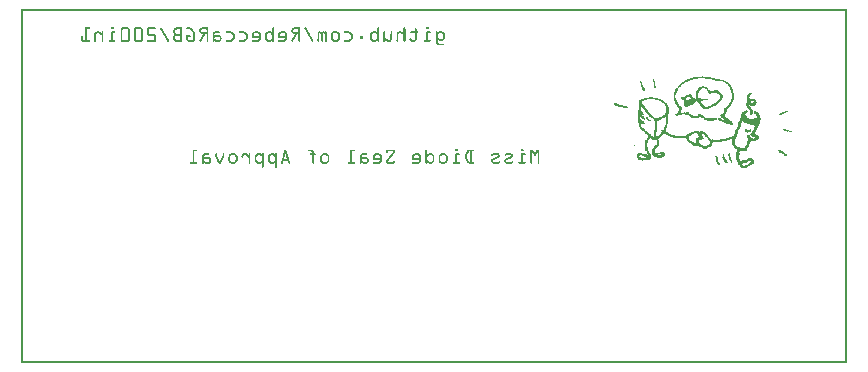
<source format=gbo>
G04 MADE WITH FRITZING*
G04 WWW.FRITZING.ORG*
G04 DOUBLE SIDED*
G04 HOLES PLATED*
G04 CONTOUR ON CENTER OF CONTOUR VECTOR*
%ASAXBY*%
%FSLAX23Y23*%
%MOIN*%
%OFA0B0*%
%SFA1.0B1.0*%
%ADD10R,0.001000X0.001000*%
%LNSILK0*%
G90*
G70*
G36*
X2112Y948D02*
X2112Y942D01*
X2113Y942D01*
X2113Y934D01*
X2115Y934D01*
X2115Y925D01*
X2117Y925D01*
X2117Y917D01*
X2112Y917D01*
X2112Y921D01*
X2110Y921D01*
X2110Y924D01*
X2109Y924D01*
X2109Y937D01*
X2107Y937D01*
X2107Y948D01*
X2112Y948D01*
G37*
D02*
G36*
X2068Y942D02*
X2068Y939D01*
X2069Y939D01*
X2069Y935D01*
X2071Y935D01*
X2071Y932D01*
X2072Y932D01*
X2072Y927D01*
X2074Y927D01*
X2074Y922D01*
X2076Y922D01*
X2076Y919D01*
X2077Y919D01*
X2077Y916D01*
X2079Y916D01*
X2079Y911D01*
X2081Y911D01*
X2081Y907D01*
X2079Y907D01*
X2079Y906D01*
X2076Y906D01*
X2076Y907D01*
X2074Y907D01*
X2074Y912D01*
X2072Y912D01*
X2072Y916D01*
X2071Y916D01*
X2071Y919D01*
X2069Y919D01*
X2069Y922D01*
X2068Y922D01*
X2068Y927D01*
X2066Y927D01*
X2066Y934D01*
X2064Y934D01*
X2064Y937D01*
X2063Y937D01*
X2063Y942D01*
X2068Y942D01*
G37*
D02*
G36*
X2278Y924D02*
X2278Y922D01*
X2284Y922D01*
X2284Y921D01*
X2287Y921D01*
X2287Y919D01*
X2289Y919D01*
X2289Y916D01*
X2269Y916D01*
X2269Y914D01*
X2266Y914D01*
X2266Y912D01*
X2264Y912D01*
X2264Y911D01*
X2263Y911D01*
X2263Y909D01*
X2261Y909D01*
X2261Y906D01*
X2259Y906D01*
X2259Y902D01*
X2258Y902D01*
X2258Y896D01*
X2256Y896D01*
X2256Y893D01*
X2258Y893D01*
X2258Y884D01*
X2259Y884D01*
X2259Y883D01*
X2268Y883D01*
X2268Y881D01*
X2250Y881D01*
X2250Y899D01*
X2251Y899D01*
X2251Y906D01*
X2253Y906D01*
X2253Y909D01*
X2255Y909D01*
X2255Y912D01*
X2256Y912D01*
X2256Y914D01*
X2258Y914D01*
X2258Y916D01*
X2259Y916D01*
X2259Y917D01*
X2261Y917D01*
X2261Y921D01*
X2266Y921D01*
X2266Y922D01*
X2271Y922D01*
X2271Y924D01*
X2278Y924D01*
G37*
D02*
G36*
X2291Y916D02*
X2291Y914D01*
X2292Y914D01*
X2292Y912D01*
X2294Y912D01*
X2294Y911D01*
X2296Y911D01*
X2296Y907D01*
X2289Y907D01*
X2289Y909D01*
X2287Y909D01*
X2287Y912D01*
X2286Y912D01*
X2286Y914D01*
X2281Y914D01*
X2281Y916D01*
X2291Y916D01*
G37*
D02*
G36*
X2323Y911D02*
X2323Y909D01*
X2325Y909D01*
X2325Y907D01*
X2302Y907D01*
X2302Y909D01*
X2310Y909D01*
X2310Y911D01*
X2323Y911D01*
G37*
D02*
G36*
X2327Y907D02*
X2327Y906D01*
X2291Y906D01*
X2291Y907D01*
X2327Y907D01*
G37*
D02*
G36*
X2327Y907D02*
X2327Y906D01*
X2291Y906D01*
X2291Y907D01*
X2327Y907D01*
G37*
D02*
G36*
X2328Y906D02*
X2328Y904D01*
X2330Y904D01*
X2330Y902D01*
X2309Y902D01*
X2309Y901D01*
X2300Y901D01*
X2300Y899D01*
X2297Y899D01*
X2297Y898D01*
X2296Y898D01*
X2296Y899D01*
X2294Y899D01*
X2294Y901D01*
X2292Y901D01*
X2292Y904D01*
X2291Y904D01*
X2291Y906D01*
X2328Y906D01*
G37*
D02*
G36*
X2333Y902D02*
X2333Y899D01*
X2337Y899D01*
X2337Y896D01*
X2338Y896D01*
X2338Y893D01*
X2340Y893D01*
X2340Y883D01*
X2338Y883D01*
X2338Y880D01*
X2337Y880D01*
X2337Y878D01*
X2335Y878D01*
X2335Y876D01*
X2333Y876D01*
X2333Y873D01*
X2332Y873D01*
X2332Y871D01*
X2330Y871D01*
X2330Y870D01*
X2328Y870D01*
X2328Y868D01*
X2327Y868D01*
X2327Y866D01*
X2323Y866D01*
X2323Y865D01*
X2322Y865D01*
X2322Y863D01*
X2319Y863D01*
X2319Y861D01*
X2317Y861D01*
X2317Y858D01*
X2314Y858D01*
X2314Y857D01*
X2307Y857D01*
X2307Y855D01*
X2305Y855D01*
X2305Y853D01*
X2289Y853D01*
X2289Y855D01*
X2292Y855D01*
X2292Y857D01*
X2297Y857D01*
X2297Y858D01*
X2300Y858D01*
X2300Y860D01*
X2304Y860D01*
X2304Y863D01*
X2309Y863D01*
X2309Y865D01*
X2312Y865D01*
X2312Y866D01*
X2314Y866D01*
X2314Y868D01*
X2317Y868D01*
X2317Y870D01*
X2319Y870D01*
X2319Y871D01*
X2322Y871D01*
X2322Y873D01*
X2323Y873D01*
X2323Y876D01*
X2325Y876D01*
X2325Y878D01*
X2327Y878D01*
X2327Y880D01*
X2328Y880D01*
X2328Y881D01*
X2330Y881D01*
X2330Y883D01*
X2332Y883D01*
X2332Y893D01*
X2330Y893D01*
X2330Y894D01*
X2328Y894D01*
X2328Y896D01*
X2327Y896D01*
X2327Y898D01*
X2325Y898D01*
X2325Y899D01*
X2322Y899D01*
X2322Y901D01*
X2319Y901D01*
X2319Y902D01*
X2333Y902D01*
G37*
D02*
G36*
X2235Y896D02*
X2235Y894D01*
X2236Y894D01*
X2236Y891D01*
X2238Y891D01*
X2238Y889D01*
X2240Y889D01*
X2240Y888D01*
X2230Y888D01*
X2230Y886D01*
X2222Y886D01*
X2222Y884D01*
X2220Y884D01*
X2220Y883D01*
X2217Y883D01*
X2217Y881D01*
X2218Y881D01*
X2218Y878D01*
X2205Y878D01*
X2205Y880D01*
X2202Y880D01*
X2202Y886D01*
X2204Y886D01*
X2204Y889D01*
X2214Y889D01*
X2214Y891D01*
X2217Y891D01*
X2217Y893D01*
X2222Y893D01*
X2222Y894D01*
X2228Y894D01*
X2228Y896D01*
X2235Y896D01*
G37*
D02*
G36*
X2240Y888D02*
X2240Y884D01*
X2241Y884D01*
X2241Y883D01*
X2246Y883D01*
X2246Y881D01*
X2235Y881D01*
X2235Y883D01*
X2233Y883D01*
X2233Y884D01*
X2232Y884D01*
X2232Y888D01*
X2240Y888D01*
G37*
D02*
G36*
X2291Y881D02*
X2291Y880D01*
X2233Y880D01*
X2233Y881D01*
X2291Y881D01*
G37*
D02*
G36*
X2291Y881D02*
X2291Y880D01*
X2233Y880D01*
X2233Y881D01*
X2291Y881D01*
G37*
D02*
G36*
X2291Y880D02*
X2291Y878D01*
X2228Y878D01*
X2228Y880D01*
X2291Y880D01*
G37*
D02*
G36*
X2289Y878D02*
X2289Y876D01*
X2207Y876D01*
X2207Y878D01*
X2289Y878D01*
G37*
D02*
G36*
X2289Y878D02*
X2289Y876D01*
X2207Y876D01*
X2207Y878D01*
X2289Y878D01*
G37*
D02*
G36*
X2273Y876D02*
X2273Y875D01*
X2268Y875D01*
X2268Y873D01*
X2251Y873D01*
X2251Y871D01*
X2246Y871D01*
X2246Y870D01*
X2230Y870D01*
X2230Y868D01*
X2210Y868D01*
X2210Y870D01*
X2212Y870D01*
X2212Y871D01*
X2209Y871D01*
X2209Y873D01*
X2210Y873D01*
X2210Y875D01*
X2209Y875D01*
X2209Y876D01*
X2273Y876D01*
G37*
D02*
G36*
X2268Y873D02*
X2268Y868D01*
X2269Y868D01*
X2269Y866D01*
X2271Y866D01*
X2271Y865D01*
X2273Y865D01*
X2273Y863D01*
X2274Y863D01*
X2274Y860D01*
X2276Y860D01*
X2276Y858D01*
X2279Y858D01*
X2279Y857D01*
X2281Y857D01*
X2281Y855D01*
X2284Y855D01*
X2284Y853D01*
X2269Y853D01*
X2269Y855D01*
X2268Y855D01*
X2268Y857D01*
X2266Y857D01*
X2266Y858D01*
X2264Y858D01*
X2264Y861D01*
X2263Y861D01*
X2263Y863D01*
X2261Y863D01*
X2261Y866D01*
X2259Y866D01*
X2259Y868D01*
X2258Y868D01*
X2258Y870D01*
X2256Y870D01*
X2256Y871D01*
X2253Y871D01*
X2253Y873D01*
X2268Y873D01*
G37*
D02*
G36*
X2246Y870D02*
X2246Y868D01*
X2232Y868D01*
X2232Y870D01*
X2246Y870D01*
G37*
D02*
G36*
X2245Y868D02*
X2245Y866D01*
X2210Y866D01*
X2210Y868D01*
X2245Y868D01*
G37*
D02*
G36*
X2245Y868D02*
X2245Y866D01*
X2210Y866D01*
X2210Y868D01*
X2245Y868D01*
G37*
D02*
G36*
X2243Y866D02*
X2243Y863D01*
X2241Y863D01*
X2241Y861D01*
X2240Y861D01*
X2240Y860D01*
X2232Y860D01*
X2232Y858D01*
X2227Y858D01*
X2227Y857D01*
X2223Y857D01*
X2223Y855D01*
X2215Y855D01*
X2215Y857D01*
X2212Y857D01*
X2212Y858D01*
X2210Y858D01*
X2210Y860D01*
X2209Y860D01*
X2209Y863D01*
X2210Y863D01*
X2210Y866D01*
X2243Y866D01*
G37*
D02*
G36*
X2302Y853D02*
X2302Y852D01*
X2271Y852D01*
X2271Y853D01*
X2302Y853D01*
G37*
D02*
G36*
X2302Y853D02*
X2302Y852D01*
X2271Y852D01*
X2271Y853D01*
X2302Y853D01*
G37*
D02*
G36*
X2299Y852D02*
X2299Y850D01*
X2294Y850D01*
X2294Y848D01*
X2291Y848D01*
X2291Y847D01*
X2278Y847D01*
X2278Y848D01*
X2274Y848D01*
X2274Y850D01*
X2273Y850D01*
X2273Y852D01*
X2299Y852D01*
G37*
D02*
G36*
X2437Y902D02*
X2437Y898D01*
X2435Y898D01*
X2435Y896D01*
X2433Y896D01*
X2433Y894D01*
X2432Y894D01*
X2432Y891D01*
X2430Y891D01*
X2430Y889D01*
X2428Y889D01*
X2428Y883D01*
X2432Y883D01*
X2432Y881D01*
X2443Y881D01*
X2443Y880D01*
X2446Y880D01*
X2446Y878D01*
X2448Y878D01*
X2448Y876D01*
X2450Y876D01*
X2450Y873D01*
X2433Y873D01*
X2433Y870D01*
X2435Y870D01*
X2435Y868D01*
X2419Y868D01*
X2419Y880D01*
X2420Y880D01*
X2420Y889D01*
X2422Y889D01*
X2422Y893D01*
X2424Y893D01*
X2424Y896D01*
X2425Y896D01*
X2425Y898D01*
X2427Y898D01*
X2427Y899D01*
X2428Y899D01*
X2428Y901D01*
X2432Y901D01*
X2432Y902D01*
X2437Y902D01*
G37*
D02*
G36*
X2451Y873D02*
X2451Y871D01*
X2453Y871D01*
X2453Y868D01*
X2442Y868D01*
X2442Y870D01*
X2443Y870D01*
X2443Y873D01*
X2451Y873D01*
G37*
D02*
G36*
X2451Y868D02*
X2451Y866D01*
X2419Y866D01*
X2419Y868D01*
X2451Y868D01*
G37*
D02*
G36*
X2451Y868D02*
X2451Y866D01*
X2419Y866D01*
X2419Y868D01*
X2451Y868D01*
G37*
D02*
G36*
X2451Y866D02*
X2451Y861D01*
X2450Y861D01*
X2450Y860D01*
X2428Y860D01*
X2428Y858D01*
X2417Y858D01*
X2417Y866D01*
X2451Y866D01*
G37*
D02*
G36*
X2448Y860D02*
X2448Y858D01*
X2435Y858D01*
X2435Y860D01*
X2448Y860D01*
G37*
D02*
G36*
X2433Y860D02*
X2433Y858D01*
X2430Y858D01*
X2430Y860D01*
X2433Y860D01*
G37*
D02*
G36*
X2430Y858D02*
X2430Y855D01*
X2432Y855D01*
X2432Y853D01*
X2433Y853D01*
X2433Y850D01*
X2435Y850D01*
X2435Y847D01*
X2438Y847D01*
X2438Y845D01*
X2440Y845D01*
X2440Y835D01*
X2442Y835D01*
X2442Y834D01*
X2440Y834D01*
X2440Y832D01*
X2438Y832D01*
X2438Y829D01*
X2437Y829D01*
X2437Y827D01*
X2430Y827D01*
X2430Y835D01*
X2432Y835D01*
X2432Y840D01*
X2430Y840D01*
X2430Y843D01*
X2428Y843D01*
X2428Y845D01*
X2427Y845D01*
X2427Y847D01*
X2424Y847D01*
X2424Y850D01*
X2422Y850D01*
X2422Y852D01*
X2420Y852D01*
X2420Y855D01*
X2419Y855D01*
X2419Y857D01*
X2417Y857D01*
X2417Y858D01*
X2430Y858D01*
G37*
D02*
G36*
X1986Y866D02*
X1986Y865D01*
X1992Y865D01*
X1992Y863D01*
X1995Y863D01*
X1995Y861D01*
X2002Y861D01*
X2002Y860D01*
X2008Y860D01*
X2008Y858D01*
X2017Y858D01*
X2017Y857D01*
X2022Y857D01*
X2022Y855D01*
X2025Y855D01*
X2025Y852D01*
X2023Y852D01*
X2023Y850D01*
X2015Y850D01*
X2015Y852D01*
X2007Y852D01*
X2007Y853D01*
X2002Y853D01*
X2002Y855D01*
X1990Y855D01*
X1990Y857D01*
X1987Y857D01*
X1987Y858D01*
X1981Y858D01*
X1981Y860D01*
X1977Y860D01*
X1977Y861D01*
X1976Y861D01*
X1976Y865D01*
X1977Y865D01*
X1977Y866D01*
X1986Y866D01*
G37*
D02*
G36*
X2555Y842D02*
X2555Y840D01*
X2556Y840D01*
X2556Y839D01*
X2555Y839D01*
X2555Y837D01*
X2550Y837D01*
X2550Y835D01*
X2547Y835D01*
X2547Y834D01*
X2545Y834D01*
X2545Y832D01*
X2542Y832D01*
X2542Y830D01*
X2537Y830D01*
X2537Y829D01*
X2532Y829D01*
X2532Y827D01*
X2527Y827D01*
X2527Y832D01*
X2530Y832D01*
X2530Y834D01*
X2533Y834D01*
X2533Y835D01*
X2537Y835D01*
X2537Y837D01*
X2540Y837D01*
X2540Y839D01*
X2547Y839D01*
X2547Y840D01*
X2550Y840D01*
X2550Y842D01*
X2555Y842D01*
G37*
D02*
G36*
X2273Y957D02*
X2273Y955D01*
X2294Y955D01*
X2294Y953D01*
X2302Y953D01*
X2302Y952D01*
X2309Y952D01*
X2309Y950D01*
X2256Y950D01*
X2256Y948D01*
X2251Y948D01*
X2251Y947D01*
X2241Y947D01*
X2241Y945D01*
X2235Y945D01*
X2235Y943D01*
X2230Y943D01*
X2230Y942D01*
X2227Y942D01*
X2227Y940D01*
X2223Y940D01*
X2223Y939D01*
X2220Y939D01*
X2220Y937D01*
X2215Y937D01*
X2215Y935D01*
X2212Y935D01*
X2212Y934D01*
X2210Y934D01*
X2210Y932D01*
X2207Y932D01*
X2207Y930D01*
X2205Y930D01*
X2205Y929D01*
X2204Y929D01*
X2204Y927D01*
X2202Y927D01*
X2202Y925D01*
X2200Y925D01*
X2200Y922D01*
X2199Y922D01*
X2199Y921D01*
X2195Y921D01*
X2195Y917D01*
X2194Y917D01*
X2194Y916D01*
X2192Y916D01*
X2192Y914D01*
X2191Y914D01*
X2191Y911D01*
X2189Y911D01*
X2189Y909D01*
X2187Y909D01*
X2187Y907D01*
X2186Y907D01*
X2186Y902D01*
X2184Y902D01*
X2184Y894D01*
X2182Y894D01*
X2182Y889D01*
X2184Y889D01*
X2184Y886D01*
X2182Y886D01*
X2182Y883D01*
X2184Y883D01*
X2184Y878D01*
X2186Y878D01*
X2186Y875D01*
X2187Y875D01*
X2187Y871D01*
X2189Y871D01*
X2189Y868D01*
X2191Y868D01*
X2191Y866D01*
X2192Y866D01*
X2192Y863D01*
X2194Y863D01*
X2194Y860D01*
X2195Y860D01*
X2195Y858D01*
X2197Y858D01*
X2197Y857D01*
X2199Y857D01*
X2199Y855D01*
X2202Y855D01*
X2202Y853D01*
X2204Y853D01*
X2204Y845D01*
X2202Y845D01*
X2202Y842D01*
X2200Y842D01*
X2200Y839D01*
X2199Y839D01*
X2199Y837D01*
X2200Y837D01*
X2200Y835D01*
X2189Y835D01*
X2189Y837D01*
X2191Y837D01*
X2191Y839D01*
X2192Y839D01*
X2192Y840D01*
X2194Y840D01*
X2194Y845D01*
X2195Y845D01*
X2195Y848D01*
X2194Y848D01*
X2194Y850D01*
X2192Y850D01*
X2192Y852D01*
X2191Y852D01*
X2191Y855D01*
X2187Y855D01*
X2187Y857D01*
X2186Y857D01*
X2186Y861D01*
X2184Y861D01*
X2184Y863D01*
X2182Y863D01*
X2182Y868D01*
X2181Y868D01*
X2181Y871D01*
X2179Y871D01*
X2179Y875D01*
X2177Y875D01*
X2177Y886D01*
X2176Y886D01*
X2176Y894D01*
X2177Y894D01*
X2177Y904D01*
X2179Y904D01*
X2179Y907D01*
X2181Y907D01*
X2181Y911D01*
X2182Y911D01*
X2182Y914D01*
X2184Y914D01*
X2184Y916D01*
X2186Y916D01*
X2186Y917D01*
X2187Y917D01*
X2187Y919D01*
X2189Y919D01*
X2189Y921D01*
X2191Y921D01*
X2191Y922D01*
X2192Y922D01*
X2192Y924D01*
X2194Y924D01*
X2194Y925D01*
X2195Y925D01*
X2195Y929D01*
X2197Y929D01*
X2197Y930D01*
X2199Y930D01*
X2199Y932D01*
X2200Y932D01*
X2200Y934D01*
X2202Y934D01*
X2202Y935D01*
X2204Y935D01*
X2204Y937D01*
X2205Y937D01*
X2205Y939D01*
X2209Y939D01*
X2209Y940D01*
X2212Y940D01*
X2212Y942D01*
X2215Y942D01*
X2215Y943D01*
X2218Y943D01*
X2218Y945D01*
X2222Y945D01*
X2222Y947D01*
X2225Y947D01*
X2225Y948D01*
X2232Y948D01*
X2232Y950D01*
X2235Y950D01*
X2235Y952D01*
X2240Y952D01*
X2240Y953D01*
X2246Y953D01*
X2246Y955D01*
X2271Y955D01*
X2271Y957D01*
X2273Y957D01*
G37*
D02*
G36*
X2314Y950D02*
X2314Y948D01*
X2319Y948D01*
X2319Y947D01*
X2330Y947D01*
X2330Y945D01*
X2338Y945D01*
X2338Y943D01*
X2343Y943D01*
X2343Y942D01*
X2322Y942D01*
X2322Y940D01*
X2319Y940D01*
X2319Y942D01*
X2315Y942D01*
X2315Y943D01*
X2312Y943D01*
X2312Y945D01*
X2304Y945D01*
X2304Y947D01*
X2292Y947D01*
X2292Y948D01*
X2281Y948D01*
X2281Y950D01*
X2314Y950D01*
G37*
D02*
G36*
X2348Y942D02*
X2348Y940D01*
X2351Y940D01*
X2351Y939D01*
X2353Y939D01*
X2353Y937D01*
X2356Y937D01*
X2356Y935D01*
X2358Y935D01*
X2358Y934D01*
X2360Y934D01*
X2360Y932D01*
X2361Y932D01*
X2361Y930D01*
X2363Y930D01*
X2363Y929D01*
X2364Y929D01*
X2364Y927D01*
X2366Y927D01*
X2366Y924D01*
X2368Y924D01*
X2368Y921D01*
X2369Y921D01*
X2369Y917D01*
X2371Y917D01*
X2371Y914D01*
X2373Y914D01*
X2373Y907D01*
X2374Y907D01*
X2374Y902D01*
X2376Y902D01*
X2376Y894D01*
X2378Y894D01*
X2378Y886D01*
X2376Y886D01*
X2376Y876D01*
X2374Y876D01*
X2374Y875D01*
X2373Y875D01*
X2373Y870D01*
X2371Y870D01*
X2371Y865D01*
X2369Y865D01*
X2369Y863D01*
X2368Y863D01*
X2368Y861D01*
X2366Y861D01*
X2366Y858D01*
X2364Y858D01*
X2364Y855D01*
X2363Y855D01*
X2363Y853D01*
X2361Y853D01*
X2361Y852D01*
X2360Y852D01*
X2360Y850D01*
X2356Y850D01*
X2356Y848D01*
X2355Y848D01*
X2355Y847D01*
X2353Y847D01*
X2353Y839D01*
X2351Y839D01*
X2351Y832D01*
X2350Y832D01*
X2350Y830D01*
X2348Y830D01*
X2348Y829D01*
X2346Y829D01*
X2346Y827D01*
X2348Y827D01*
X2348Y820D01*
X2350Y820D01*
X2350Y819D01*
X2337Y819D01*
X2337Y817D01*
X2335Y817D01*
X2335Y822D01*
X2333Y822D01*
X2333Y824D01*
X2332Y824D01*
X2332Y829D01*
X2335Y829D01*
X2335Y830D01*
X2338Y830D01*
X2338Y832D01*
X2340Y832D01*
X2340Y834D01*
X2341Y834D01*
X2341Y835D01*
X2343Y835D01*
X2343Y839D01*
X2345Y839D01*
X2345Y843D01*
X2343Y843D01*
X2343Y848D01*
X2345Y848D01*
X2345Y850D01*
X2346Y850D01*
X2346Y852D01*
X2350Y852D01*
X2350Y853D01*
X2351Y853D01*
X2351Y855D01*
X2353Y855D01*
X2353Y857D01*
X2355Y857D01*
X2355Y858D01*
X2358Y858D01*
X2358Y861D01*
X2360Y861D01*
X2360Y863D01*
X2361Y863D01*
X2361Y866D01*
X2363Y866D01*
X2363Y870D01*
X2364Y870D01*
X2364Y871D01*
X2366Y871D01*
X2366Y876D01*
X2368Y876D01*
X2368Y880D01*
X2369Y880D01*
X2369Y902D01*
X2368Y902D01*
X2368Y907D01*
X2366Y907D01*
X2366Y912D01*
X2364Y912D01*
X2364Y917D01*
X2363Y917D01*
X2363Y921D01*
X2361Y921D01*
X2361Y922D01*
X2360Y922D01*
X2360Y925D01*
X2358Y925D01*
X2358Y927D01*
X2356Y927D01*
X2356Y930D01*
X2355Y930D01*
X2355Y932D01*
X2351Y932D01*
X2351Y934D01*
X2348Y934D01*
X2348Y935D01*
X2346Y935D01*
X2346Y937D01*
X2341Y937D01*
X2341Y939D01*
X2340Y939D01*
X2340Y940D01*
X2332Y940D01*
X2332Y942D01*
X2348Y942D01*
G37*
D02*
G36*
X2227Y837D02*
X2227Y835D01*
X2217Y835D01*
X2217Y837D01*
X2227Y837D01*
G37*
D02*
G36*
X2215Y837D02*
X2215Y835D01*
X2209Y835D01*
X2209Y837D01*
X2215Y837D01*
G37*
D02*
G36*
X2228Y835D02*
X2228Y834D01*
X2187Y834D01*
X2187Y835D01*
X2228Y835D01*
G37*
D02*
G36*
X2228Y835D02*
X2228Y834D01*
X2187Y834D01*
X2187Y835D01*
X2228Y835D01*
G37*
D02*
G36*
X2228Y835D02*
X2228Y834D01*
X2187Y834D01*
X2187Y835D01*
X2228Y835D01*
G37*
D02*
G36*
X2228Y834D02*
X2228Y832D01*
X2230Y832D01*
X2230Y830D01*
X2205Y830D01*
X2205Y829D01*
X2199Y829D01*
X2199Y827D01*
X2192Y827D01*
X2192Y825D01*
X2184Y825D01*
X2184Y827D01*
X2181Y827D01*
X2181Y829D01*
X2182Y829D01*
X2182Y830D01*
X2184Y830D01*
X2184Y832D01*
X2186Y832D01*
X2186Y834D01*
X2228Y834D01*
G37*
D02*
G36*
X2264Y832D02*
X2264Y830D01*
X2268Y830D01*
X2268Y829D01*
X2269Y829D01*
X2269Y827D01*
X2273Y827D01*
X2273Y825D01*
X2274Y825D01*
X2274Y824D01*
X2250Y824D01*
X2250Y825D01*
X2256Y825D01*
X2256Y827D01*
X2258Y827D01*
X2258Y830D01*
X2259Y830D01*
X2259Y832D01*
X2264Y832D01*
G37*
D02*
G36*
X2233Y830D02*
X2233Y829D01*
X2236Y829D01*
X2236Y827D01*
X2240Y827D01*
X2240Y825D01*
X2245Y825D01*
X2245Y824D01*
X2228Y824D01*
X2228Y825D01*
X2227Y825D01*
X2227Y827D01*
X2225Y827D01*
X2225Y829D01*
X2214Y829D01*
X2214Y830D01*
X2233Y830D01*
G37*
D02*
G36*
X2278Y824D02*
X2278Y822D01*
X2230Y822D01*
X2230Y824D01*
X2278Y824D01*
G37*
D02*
G36*
X2278Y824D02*
X2278Y822D01*
X2230Y822D01*
X2230Y824D01*
X2278Y824D01*
G37*
D02*
G36*
X2279Y822D02*
X2279Y820D01*
X2281Y820D01*
X2281Y819D01*
X2284Y819D01*
X2284Y817D01*
X2287Y817D01*
X2287Y816D01*
X2300Y816D01*
X2300Y814D01*
X2276Y814D01*
X2276Y816D01*
X2273Y816D01*
X2273Y817D01*
X2271Y817D01*
X2271Y819D01*
X2268Y819D01*
X2268Y820D01*
X2266Y820D01*
X2266Y822D01*
X2279Y822D01*
G37*
D02*
G36*
X2263Y822D02*
X2263Y820D01*
X2261Y820D01*
X2261Y819D01*
X2258Y819D01*
X2258Y817D01*
X2248Y817D01*
X2248Y816D01*
X2243Y816D01*
X2243Y817D01*
X2236Y817D01*
X2236Y819D01*
X2233Y819D01*
X2233Y820D01*
X2232Y820D01*
X2232Y822D01*
X2263Y822D01*
G37*
D02*
G36*
X2351Y819D02*
X2351Y817D01*
X2355Y817D01*
X2355Y816D01*
X2358Y816D01*
X2358Y814D01*
X2360Y814D01*
X2360Y812D01*
X2361Y812D01*
X2361Y811D01*
X2345Y811D01*
X2345Y812D01*
X2343Y812D01*
X2343Y814D01*
X2341Y814D01*
X2341Y816D01*
X2340Y816D01*
X2340Y817D01*
X2338Y817D01*
X2338Y819D01*
X2351Y819D01*
G37*
D02*
G36*
X2330Y817D02*
X2330Y816D01*
X2333Y816D01*
X2333Y814D01*
X2338Y814D01*
X2338Y812D01*
X2323Y812D01*
X2323Y816D01*
X2325Y816D01*
X2325Y817D01*
X2330Y817D01*
G37*
D02*
G36*
X2319Y817D02*
X2319Y816D01*
X2320Y816D01*
X2320Y814D01*
X2302Y814D01*
X2302Y816D01*
X2315Y816D01*
X2315Y817D01*
X2319Y817D01*
G37*
D02*
G36*
X2319Y814D02*
X2319Y812D01*
X2278Y812D01*
X2278Y814D01*
X2319Y814D01*
G37*
D02*
G36*
X2319Y814D02*
X2319Y812D01*
X2278Y812D01*
X2278Y814D01*
X2319Y814D01*
G37*
D02*
G36*
X2343Y812D02*
X2343Y811D01*
X2325Y811D01*
X2325Y812D01*
X2343Y812D01*
G37*
D02*
G36*
X2315Y812D02*
X2315Y811D01*
X2310Y811D01*
X2310Y809D01*
X2286Y809D01*
X2286Y811D01*
X2281Y811D01*
X2281Y812D01*
X2315Y812D01*
G37*
D02*
G36*
X2363Y811D02*
X2363Y809D01*
X2327Y809D01*
X2327Y811D01*
X2363Y811D01*
G37*
D02*
G36*
X2363Y811D02*
X2363Y809D01*
X2327Y809D01*
X2327Y811D01*
X2363Y811D01*
G37*
D02*
G36*
X2366Y809D02*
X2366Y806D01*
X2369Y806D01*
X2369Y804D01*
X2371Y804D01*
X2371Y802D01*
X2373Y802D01*
X2373Y799D01*
X2374Y799D01*
X2374Y796D01*
X2373Y796D01*
X2373Y794D01*
X2364Y794D01*
X2364Y796D01*
X2358Y796D01*
X2358Y798D01*
X2355Y798D01*
X2355Y799D01*
X2351Y799D01*
X2351Y801D01*
X2346Y801D01*
X2346Y802D01*
X2343Y802D01*
X2343Y804D01*
X2338Y804D01*
X2338Y806D01*
X2335Y806D01*
X2335Y807D01*
X2332Y807D01*
X2332Y809D01*
X2366Y809D01*
G37*
D02*
G36*
X2571Y773D02*
X2571Y771D01*
X2561Y771D01*
X2561Y773D01*
X2571Y773D01*
G37*
D02*
G36*
X2433Y781D02*
X2433Y779D01*
X2435Y779D01*
X2435Y776D01*
X2425Y776D01*
X2425Y778D01*
X2427Y778D01*
X2427Y779D01*
X2430Y779D01*
X2430Y781D01*
X2433Y781D01*
G37*
D02*
G36*
X2420Y781D02*
X2420Y779D01*
X2422Y779D01*
X2422Y778D01*
X2424Y778D01*
X2424Y776D01*
X2414Y776D01*
X2414Y781D01*
X2420Y781D01*
G37*
D02*
G36*
X2435Y776D02*
X2435Y775D01*
X2414Y775D01*
X2414Y776D01*
X2435Y776D01*
G37*
D02*
G36*
X2435Y776D02*
X2435Y775D01*
X2414Y775D01*
X2414Y776D01*
X2435Y776D01*
G37*
D02*
G36*
X2435Y775D02*
X2435Y773D01*
X2433Y773D01*
X2433Y771D01*
X2432Y771D01*
X2432Y770D01*
X2425Y770D01*
X2425Y768D01*
X2422Y768D01*
X2422Y770D01*
X2417Y770D01*
X2417Y771D01*
X2415Y771D01*
X2415Y773D01*
X2414Y773D01*
X2414Y775D01*
X2435Y775D01*
G37*
D02*
G36*
X2291Y743D02*
X2291Y742D01*
X2289Y742D01*
X2289Y743D01*
X2291Y743D01*
G37*
D02*
G36*
X2363Y702D02*
X2363Y701D01*
X2364Y701D01*
X2364Y696D01*
X2363Y696D01*
X2363Y694D01*
X2364Y694D01*
X2364Y688D01*
X2366Y688D01*
X2366Y683D01*
X2368Y683D01*
X2368Y678D01*
X2369Y678D01*
X2369Y674D01*
X2371Y674D01*
X2371Y666D01*
X2369Y666D01*
X2369Y668D01*
X2366Y668D01*
X2366Y673D01*
X2364Y673D01*
X2364Y674D01*
X2363Y674D01*
X2363Y679D01*
X2361Y679D01*
X2361Y683D01*
X2360Y683D01*
X2360Y688D01*
X2358Y688D01*
X2358Y689D01*
X2360Y689D01*
X2360Y691D01*
X2358Y691D01*
X2358Y697D01*
X2360Y697D01*
X2360Y701D01*
X2361Y701D01*
X2361Y702D01*
X2363Y702D01*
G37*
D02*
G36*
X2343Y696D02*
X2343Y694D01*
X2345Y694D01*
X2345Y689D01*
X2346Y689D01*
X2346Y688D01*
X2348Y688D01*
X2348Y681D01*
X2350Y681D01*
X2350Y679D01*
X2351Y679D01*
X2351Y678D01*
X2353Y678D01*
X2353Y674D01*
X2355Y674D01*
X2355Y671D01*
X2356Y671D01*
X2356Y666D01*
X2350Y666D01*
X2350Y668D01*
X2348Y668D01*
X2348Y670D01*
X2346Y670D01*
X2346Y671D01*
X2345Y671D01*
X2345Y676D01*
X2343Y676D01*
X2343Y679D01*
X2341Y679D01*
X2341Y683D01*
X2338Y683D01*
X2338Y689D01*
X2340Y689D01*
X2340Y694D01*
X2341Y694D01*
X2341Y696D01*
X2343Y696D01*
G37*
D02*
G36*
X2322Y693D02*
X2322Y689D01*
X2323Y689D01*
X2323Y684D01*
X2325Y684D01*
X2325Y671D01*
X2327Y671D01*
X2327Y670D01*
X2328Y670D01*
X2328Y668D01*
X2330Y668D01*
X2330Y665D01*
X2332Y665D01*
X2332Y660D01*
X2325Y660D01*
X2325Y661D01*
X2323Y661D01*
X2323Y663D01*
X2322Y663D01*
X2322Y666D01*
X2319Y666D01*
X2319Y671D01*
X2317Y671D01*
X2317Y683D01*
X2315Y683D01*
X2315Y684D01*
X2317Y684D01*
X2317Y689D01*
X2315Y689D01*
X2315Y691D01*
X2319Y691D01*
X2319Y693D01*
X2322Y693D01*
G37*
D02*
G36*
X2107Y886D02*
X2107Y884D01*
X2118Y884D01*
X2118Y883D01*
X2123Y883D01*
X2123Y881D01*
X2128Y881D01*
X2128Y880D01*
X2086Y880D01*
X2086Y878D01*
X2081Y878D01*
X2081Y876D01*
X2076Y876D01*
X2076Y875D01*
X2072Y875D01*
X2072Y873D01*
X2071Y873D01*
X2071Y868D01*
X2072Y868D01*
X2072Y863D01*
X2074Y863D01*
X2074Y861D01*
X2076Y861D01*
X2076Y858D01*
X2077Y858D01*
X2077Y857D01*
X2079Y857D01*
X2079Y855D01*
X2068Y855D01*
X2068Y852D01*
X2066Y852D01*
X2066Y840D01*
X2071Y840D01*
X2071Y839D01*
X2072Y839D01*
X2072Y837D01*
X2074Y837D01*
X2074Y832D01*
X2076Y832D01*
X2076Y829D01*
X2072Y829D01*
X2072Y825D01*
X2074Y825D01*
X2074Y824D01*
X2076Y824D01*
X2076Y820D01*
X2064Y820D01*
X2064Y819D01*
X2056Y819D01*
X2056Y827D01*
X2058Y827D01*
X2058Y845D01*
X2059Y845D01*
X2059Y876D01*
X2061Y876D01*
X2061Y878D01*
X2066Y878D01*
X2066Y880D01*
X2071Y880D01*
X2071Y881D01*
X2076Y881D01*
X2076Y883D01*
X2086Y883D01*
X2086Y884D01*
X2094Y884D01*
X2094Y886D01*
X2107Y886D01*
G37*
D02*
G36*
X2135Y880D02*
X2135Y878D01*
X2138Y878D01*
X2138Y876D01*
X2141Y876D01*
X2141Y875D01*
X2143Y875D01*
X2143Y873D01*
X2145Y873D01*
X2145Y871D01*
X2148Y871D01*
X2148Y868D01*
X2151Y868D01*
X2151Y866D01*
X2153Y866D01*
X2153Y865D01*
X2154Y865D01*
X2154Y861D01*
X2156Y861D01*
X2156Y858D01*
X2158Y858D01*
X2158Y855D01*
X2159Y855D01*
X2159Y848D01*
X2161Y848D01*
X2161Y843D01*
X2159Y843D01*
X2159Y842D01*
X2161Y842D01*
X2161Y839D01*
X2159Y839D01*
X2159Y830D01*
X2158Y830D01*
X2158Y820D01*
X2148Y820D01*
X2148Y819D01*
X2145Y819D01*
X2145Y817D01*
X2125Y817D01*
X2125Y819D01*
X2128Y819D01*
X2128Y820D01*
X2135Y820D01*
X2135Y822D01*
X2138Y822D01*
X2138Y824D01*
X2140Y824D01*
X2140Y825D01*
X2141Y825D01*
X2141Y827D01*
X2145Y827D01*
X2145Y829D01*
X2146Y829D01*
X2146Y830D01*
X2148Y830D01*
X2148Y835D01*
X2150Y835D01*
X2150Y840D01*
X2151Y840D01*
X2151Y843D01*
X2150Y843D01*
X2150Y845D01*
X2151Y845D01*
X2151Y848D01*
X2150Y848D01*
X2150Y850D01*
X2151Y850D01*
X2151Y853D01*
X2150Y853D01*
X2150Y858D01*
X2148Y858D01*
X2148Y861D01*
X2146Y861D01*
X2146Y863D01*
X2145Y863D01*
X2145Y866D01*
X2141Y866D01*
X2141Y868D01*
X2138Y868D01*
X2138Y870D01*
X2136Y870D01*
X2136Y871D01*
X2133Y871D01*
X2133Y873D01*
X2132Y873D01*
X2132Y875D01*
X2128Y875D01*
X2128Y876D01*
X2122Y876D01*
X2122Y878D01*
X2115Y878D01*
X2115Y880D01*
X2135Y880D01*
G37*
D02*
G36*
X2079Y855D02*
X2079Y853D01*
X2081Y853D01*
X2081Y852D01*
X2084Y852D01*
X2084Y848D01*
X2086Y848D01*
X2086Y847D01*
X2087Y847D01*
X2087Y843D01*
X2089Y843D01*
X2089Y840D01*
X2090Y840D01*
X2090Y839D01*
X2092Y839D01*
X2092Y837D01*
X2094Y837D01*
X2094Y835D01*
X2095Y835D01*
X2095Y834D01*
X2097Y834D01*
X2097Y832D01*
X2099Y832D01*
X2099Y829D01*
X2102Y829D01*
X2102Y827D01*
X2104Y827D01*
X2104Y825D01*
X2105Y825D01*
X2105Y824D01*
X2107Y824D01*
X2107Y820D01*
X2110Y820D01*
X2110Y819D01*
X2120Y819D01*
X2120Y817D01*
X2100Y817D01*
X2100Y819D01*
X2099Y819D01*
X2099Y820D01*
X2097Y820D01*
X2097Y822D01*
X2095Y822D01*
X2095Y825D01*
X2094Y825D01*
X2094Y827D01*
X2092Y827D01*
X2092Y829D01*
X2090Y829D01*
X2090Y830D01*
X2089Y830D01*
X2089Y832D01*
X2087Y832D01*
X2087Y834D01*
X2086Y834D01*
X2086Y835D01*
X2084Y835D01*
X2084Y837D01*
X2082Y837D01*
X2082Y840D01*
X2081Y840D01*
X2081Y842D01*
X2079Y842D01*
X2079Y845D01*
X2077Y845D01*
X2077Y847D01*
X2076Y847D01*
X2076Y848D01*
X2074Y848D01*
X2074Y850D01*
X2072Y850D01*
X2072Y852D01*
X2069Y852D01*
X2069Y855D01*
X2079Y855D01*
G37*
D02*
G36*
X2420Y843D02*
X2420Y842D01*
X2424Y842D01*
X2424Y839D01*
X2420Y839D01*
X2420Y837D01*
X2419Y837D01*
X2419Y835D01*
X2417Y835D01*
X2417Y832D01*
X2415Y832D01*
X2415Y829D01*
X2414Y829D01*
X2414Y827D01*
X2417Y827D01*
X2417Y824D01*
X2419Y824D01*
X2419Y820D01*
X2420Y820D01*
X2420Y819D01*
X2424Y819D01*
X2424Y817D01*
X2425Y817D01*
X2425Y816D01*
X2428Y816D01*
X2428Y814D01*
X2397Y814D01*
X2397Y817D01*
X2399Y817D01*
X2399Y820D01*
X2401Y820D01*
X2401Y827D01*
X2402Y827D01*
X2402Y832D01*
X2404Y832D01*
X2404Y835D01*
X2405Y835D01*
X2405Y837D01*
X2409Y837D01*
X2409Y839D01*
X2410Y839D01*
X2410Y840D01*
X2414Y840D01*
X2414Y842D01*
X2417Y842D01*
X2417Y843D01*
X2420Y843D01*
G37*
D02*
G36*
X2451Y840D02*
X2451Y839D01*
X2455Y839D01*
X2455Y837D01*
X2456Y837D01*
X2456Y835D01*
X2458Y835D01*
X2458Y834D01*
X2460Y834D01*
X2460Y832D01*
X2461Y832D01*
X2461Y829D01*
X2463Y829D01*
X2463Y825D01*
X2465Y825D01*
X2465Y816D01*
X2466Y816D01*
X2466Y814D01*
X2445Y814D01*
X2445Y816D01*
X2451Y816D01*
X2451Y819D01*
X2455Y819D01*
X2455Y822D01*
X2453Y822D01*
X2453Y824D01*
X2455Y824D01*
X2455Y825D01*
X2451Y825D01*
X2451Y829D01*
X2450Y829D01*
X2450Y830D01*
X2448Y830D01*
X2448Y832D01*
X2445Y832D01*
X2445Y835D01*
X2443Y835D01*
X2443Y839D01*
X2445Y839D01*
X2445Y840D01*
X2451Y840D01*
G37*
D02*
G36*
X2158Y820D02*
X2158Y811D01*
X2156Y811D01*
X2156Y796D01*
X2154Y796D01*
X2154Y794D01*
X2156Y794D01*
X2156Y793D01*
X2154Y793D01*
X2154Y788D01*
X2153Y788D01*
X2153Y784D01*
X2151Y784D01*
X2151Y781D01*
X2150Y781D01*
X2150Y779D01*
X2151Y779D01*
X2151Y776D01*
X2150Y776D01*
X2150Y773D01*
X2151Y773D01*
X2151Y771D01*
X2154Y771D01*
X2154Y770D01*
X2158Y770D01*
X2158Y768D01*
X2159Y768D01*
X2159Y766D01*
X2161Y766D01*
X2161Y765D01*
X2141Y765D01*
X2141Y763D01*
X2140Y763D01*
X2140Y761D01*
X2138Y761D01*
X2138Y758D01*
X2136Y758D01*
X2136Y756D01*
X2135Y756D01*
X2135Y755D01*
X2122Y755D01*
X2122Y756D01*
X2123Y756D01*
X2123Y758D01*
X2127Y758D01*
X2127Y760D01*
X2128Y760D01*
X2128Y761D01*
X2130Y761D01*
X2130Y763D01*
X2132Y763D01*
X2132Y765D01*
X2133Y765D01*
X2133Y766D01*
X2135Y766D01*
X2135Y770D01*
X2136Y770D01*
X2136Y773D01*
X2135Y773D01*
X2135Y778D01*
X2136Y778D01*
X2136Y779D01*
X2143Y779D01*
X2143Y781D01*
X2145Y781D01*
X2145Y786D01*
X2146Y786D01*
X2146Y789D01*
X2148Y789D01*
X2148Y794D01*
X2150Y794D01*
X2150Y820D01*
X2158Y820D01*
G37*
D02*
G36*
X2089Y820D02*
X2089Y819D01*
X2090Y819D01*
X2090Y817D01*
X2084Y817D01*
X2084Y820D01*
X2089Y820D01*
G37*
D02*
G36*
X2077Y820D02*
X2077Y819D01*
X2066Y819D01*
X2066Y820D01*
X2077Y820D01*
G37*
D02*
G36*
X2081Y819D02*
X2081Y817D01*
X2056Y817D01*
X2056Y819D01*
X2081Y819D01*
G37*
D02*
G36*
X2081Y819D02*
X2081Y817D01*
X2056Y817D01*
X2056Y819D01*
X2081Y819D01*
G37*
D02*
G36*
X2141Y817D02*
X2141Y816D01*
X2104Y816D01*
X2104Y817D01*
X2141Y817D01*
G37*
D02*
G36*
X2141Y817D02*
X2141Y816D01*
X2104Y816D01*
X2104Y817D01*
X2141Y817D01*
G37*
D02*
G36*
X2090Y817D02*
X2090Y816D01*
X2071Y816D01*
X2071Y817D01*
X2090Y817D01*
G37*
D02*
G36*
X2090Y817D02*
X2090Y816D01*
X2071Y816D01*
X2071Y817D01*
X2090Y817D01*
G37*
D02*
G36*
X2064Y817D02*
X2064Y814D01*
X2066Y814D01*
X2066Y812D01*
X2068Y812D01*
X2068Y811D01*
X2069Y811D01*
X2069Y809D01*
X2071Y809D01*
X2071Y807D01*
X2076Y807D01*
X2076Y806D01*
X2077Y806D01*
X2077Y802D01*
X2079Y802D01*
X2079Y799D01*
X2066Y799D01*
X2066Y796D01*
X2068Y796D01*
X2068Y794D01*
X2066Y794D01*
X2066Y793D01*
X2068Y793D01*
X2068Y789D01*
X2069Y789D01*
X2069Y786D01*
X2071Y786D01*
X2071Y784D01*
X2074Y784D01*
X2074Y783D01*
X2077Y783D01*
X2077Y781D01*
X2079Y781D01*
X2079Y779D01*
X2081Y779D01*
X2081Y776D01*
X2082Y776D01*
X2082Y775D01*
X2084Y775D01*
X2084Y773D01*
X2086Y773D01*
X2086Y771D01*
X2089Y771D01*
X2089Y770D01*
X2090Y770D01*
X2090Y766D01*
X2094Y766D01*
X2094Y765D01*
X2095Y765D01*
X2095Y763D01*
X2099Y763D01*
X2099Y761D01*
X2100Y761D01*
X2100Y760D01*
X2102Y760D01*
X2102Y758D01*
X2104Y758D01*
X2104Y756D01*
X2107Y756D01*
X2107Y755D01*
X2092Y755D01*
X2092Y756D01*
X2090Y756D01*
X2090Y760D01*
X2087Y760D01*
X2087Y763D01*
X2084Y763D01*
X2084Y765D01*
X2082Y765D01*
X2082Y766D01*
X2081Y766D01*
X2081Y768D01*
X2079Y768D01*
X2079Y770D01*
X2077Y770D01*
X2077Y771D01*
X2076Y771D01*
X2076Y773D01*
X2072Y773D01*
X2072Y775D01*
X2069Y775D01*
X2069Y776D01*
X2068Y776D01*
X2068Y779D01*
X2066Y779D01*
X2066Y781D01*
X2064Y781D01*
X2064Y784D01*
X2063Y784D01*
X2063Y786D01*
X2061Y786D01*
X2061Y788D01*
X2059Y788D01*
X2059Y793D01*
X2058Y793D01*
X2058Y794D01*
X2059Y794D01*
X2059Y801D01*
X2058Y801D01*
X2058Y807D01*
X2056Y807D01*
X2056Y809D01*
X2058Y809D01*
X2058Y812D01*
X2056Y812D01*
X2056Y817D01*
X2064Y817D01*
G37*
D02*
G36*
X2138Y816D02*
X2138Y814D01*
X2133Y814D01*
X2133Y812D01*
X2130Y812D01*
X2130Y811D01*
X2128Y811D01*
X2128Y809D01*
X2125Y809D01*
X2125Y807D01*
X2123Y807D01*
X2123Y806D01*
X2122Y806D01*
X2122Y801D01*
X2120Y801D01*
X2120Y796D01*
X2122Y796D01*
X2122Y794D01*
X2120Y794D01*
X2120Y783D01*
X2122Y783D01*
X2122Y781D01*
X2120Y781D01*
X2120Y771D01*
X2118Y771D01*
X2118Y756D01*
X2120Y756D01*
X2120Y755D01*
X2109Y755D01*
X2109Y758D01*
X2110Y758D01*
X2110Y763D01*
X2112Y763D01*
X2112Y765D01*
X2110Y765D01*
X2110Y768D01*
X2112Y768D01*
X2112Y778D01*
X2113Y778D01*
X2113Y806D01*
X2112Y806D01*
X2112Y811D01*
X2110Y811D01*
X2110Y812D01*
X2109Y812D01*
X2109Y814D01*
X2107Y814D01*
X2107Y816D01*
X2138Y816D01*
G37*
D02*
G36*
X2092Y816D02*
X2092Y814D01*
X2095Y814D01*
X2095Y812D01*
X2097Y812D01*
X2097Y811D01*
X2099Y811D01*
X2099Y809D01*
X2097Y809D01*
X2097Y807D01*
X2092Y807D01*
X2092Y809D01*
X2089Y809D01*
X2089Y811D01*
X2087Y811D01*
X2087Y812D01*
X2086Y812D01*
X2086Y814D01*
X2084Y814D01*
X2084Y816D01*
X2092Y816D01*
G37*
D02*
G36*
X2082Y816D02*
X2082Y814D01*
X2081Y814D01*
X2081Y812D01*
X2076Y812D01*
X2076Y814D01*
X2072Y814D01*
X2072Y816D01*
X2082Y816D01*
G37*
D02*
G36*
X2466Y814D02*
X2466Y812D01*
X2397Y812D01*
X2397Y814D01*
X2466Y814D01*
G37*
D02*
G36*
X2466Y814D02*
X2466Y812D01*
X2397Y812D01*
X2397Y814D01*
X2466Y814D01*
G37*
D02*
G36*
X2465Y812D02*
X2465Y809D01*
X2463Y809D01*
X2463Y807D01*
X2465Y807D01*
X2465Y806D01*
X2404Y806D01*
X2404Y801D01*
X2402Y801D01*
X2402Y799D01*
X2401Y799D01*
X2401Y794D01*
X2399Y794D01*
X2399Y789D01*
X2397Y789D01*
X2397Y784D01*
X2396Y784D01*
X2396Y781D01*
X2394Y781D01*
X2394Y778D01*
X2392Y778D01*
X2392Y775D01*
X2391Y775D01*
X2391Y768D01*
X2389Y768D01*
X2389Y765D01*
X2387Y765D01*
X2387Y758D01*
X2386Y758D01*
X2386Y753D01*
X2384Y753D01*
X2384Y748D01*
X2369Y748D01*
X2369Y747D01*
X2363Y747D01*
X2363Y745D01*
X2330Y745D01*
X2330Y747D01*
X2340Y747D01*
X2340Y748D01*
X2350Y748D01*
X2350Y750D01*
X2356Y750D01*
X2356Y752D01*
X2361Y752D01*
X2361Y753D01*
X2364Y753D01*
X2364Y755D01*
X2369Y755D01*
X2369Y756D01*
X2373Y756D01*
X2373Y758D01*
X2376Y758D01*
X2376Y761D01*
X2378Y761D01*
X2378Y763D01*
X2379Y763D01*
X2379Y768D01*
X2381Y768D01*
X2381Y771D01*
X2382Y771D01*
X2382Y776D01*
X2384Y776D01*
X2384Y781D01*
X2386Y781D01*
X2386Y786D01*
X2387Y786D01*
X2387Y788D01*
X2389Y788D01*
X2389Y794D01*
X2391Y794D01*
X2391Y799D01*
X2392Y799D01*
X2392Y804D01*
X2394Y804D01*
X2394Y806D01*
X2396Y806D01*
X2396Y811D01*
X2397Y811D01*
X2397Y812D01*
X2465Y812D01*
G37*
D02*
G36*
X2463Y806D02*
X2463Y802D01*
X2414Y802D01*
X2414Y801D01*
X2412Y801D01*
X2412Y802D01*
X2410Y802D01*
X2410Y804D01*
X2407Y804D01*
X2407Y806D01*
X2463Y806D01*
G37*
D02*
G36*
X2463Y802D02*
X2463Y799D01*
X2461Y799D01*
X2461Y796D01*
X2460Y796D01*
X2460Y791D01*
X2458Y791D01*
X2458Y789D01*
X2456Y789D01*
X2456Y784D01*
X2455Y784D01*
X2455Y783D01*
X2453Y783D01*
X2453Y778D01*
X2451Y778D01*
X2451Y773D01*
X2450Y773D01*
X2450Y770D01*
X2448Y770D01*
X2448Y766D01*
X2446Y766D01*
X2446Y765D01*
X2448Y765D01*
X2448Y763D01*
X2451Y763D01*
X2451Y761D01*
X2455Y761D01*
X2455Y760D01*
X2456Y760D01*
X2456Y758D01*
X2458Y758D01*
X2458Y756D01*
X2460Y756D01*
X2460Y753D01*
X2461Y753D01*
X2461Y748D01*
X2443Y748D01*
X2443Y750D01*
X2446Y750D01*
X2446Y753D01*
X2442Y753D01*
X2442Y755D01*
X2437Y755D01*
X2437Y756D01*
X2435Y756D01*
X2435Y758D01*
X2433Y758D01*
X2433Y760D01*
X2432Y760D01*
X2432Y765D01*
X2433Y765D01*
X2433Y768D01*
X2437Y768D01*
X2437Y771D01*
X2438Y771D01*
X2438Y773D01*
X2440Y773D01*
X2440Y776D01*
X2442Y776D01*
X2442Y779D01*
X2443Y779D01*
X2443Y784D01*
X2445Y784D01*
X2445Y788D01*
X2446Y788D01*
X2446Y791D01*
X2445Y791D01*
X2445Y793D01*
X2440Y793D01*
X2440Y794D01*
X2430Y794D01*
X2430Y796D01*
X2425Y796D01*
X2425Y798D01*
X2422Y798D01*
X2422Y799D01*
X2419Y799D01*
X2419Y801D01*
X2415Y801D01*
X2415Y802D01*
X2463Y802D01*
G37*
D02*
G36*
X2077Y799D02*
X2077Y798D01*
X2072Y798D01*
X2072Y799D01*
X2077Y799D01*
G37*
D02*
G36*
X2071Y799D02*
X2071Y798D01*
X2069Y798D01*
X2069Y799D01*
X2071Y799D01*
G37*
D02*
G36*
X2274Y773D02*
X2274Y771D01*
X2263Y771D01*
X2263Y773D01*
X2274Y773D01*
G37*
D02*
G36*
X2259Y773D02*
X2259Y771D01*
X2245Y771D01*
X2245Y773D01*
X2259Y773D01*
G37*
D02*
G36*
X2276Y771D02*
X2276Y770D01*
X2240Y770D01*
X2240Y771D01*
X2276Y771D01*
G37*
D02*
G36*
X2276Y771D02*
X2276Y770D01*
X2240Y770D01*
X2240Y771D01*
X2276Y771D01*
G37*
D02*
G36*
X2279Y770D02*
X2279Y768D01*
X2281Y768D01*
X2281Y766D01*
X2243Y766D01*
X2243Y765D01*
X2240Y765D01*
X2240Y763D01*
X2236Y763D01*
X2236Y760D01*
X2235Y760D01*
X2235Y758D01*
X2233Y758D01*
X2233Y756D01*
X2194Y756D01*
X2194Y758D01*
X2218Y758D01*
X2218Y760D01*
X2220Y760D01*
X2220Y761D01*
X2222Y761D01*
X2222Y763D01*
X2225Y763D01*
X2225Y765D01*
X2228Y765D01*
X2228Y766D01*
X2232Y766D01*
X2232Y768D01*
X2233Y768D01*
X2233Y770D01*
X2279Y770D01*
G37*
D02*
G36*
X2284Y766D02*
X2284Y765D01*
X2269Y765D01*
X2269Y758D01*
X2273Y758D01*
X2273Y755D01*
X2274Y755D01*
X2274Y752D01*
X2276Y752D01*
X2276Y748D01*
X2274Y748D01*
X2274Y747D01*
X2269Y747D01*
X2269Y745D01*
X2263Y745D01*
X2263Y743D01*
X2261Y743D01*
X2261Y742D01*
X2259Y742D01*
X2259Y735D01*
X2250Y735D01*
X2250Y748D01*
X2251Y748D01*
X2251Y750D01*
X2255Y750D01*
X2255Y752D01*
X2258Y752D01*
X2258Y753D01*
X2261Y753D01*
X2261Y756D01*
X2259Y756D01*
X2259Y758D01*
X2258Y758D01*
X2258Y761D01*
X2256Y761D01*
X2256Y765D01*
X2255Y765D01*
X2255Y766D01*
X2284Y766D01*
G37*
D02*
G36*
X2286Y765D02*
X2286Y763D01*
X2287Y763D01*
X2287Y761D01*
X2289Y761D01*
X2289Y758D01*
X2291Y758D01*
X2291Y755D01*
X2292Y755D01*
X2292Y753D01*
X2294Y753D01*
X2294Y752D01*
X2296Y752D01*
X2296Y750D01*
X2297Y750D01*
X2297Y748D01*
X2299Y748D01*
X2299Y747D01*
X2302Y747D01*
X2302Y745D01*
X2291Y745D01*
X2291Y747D01*
X2289Y747D01*
X2289Y752D01*
X2287Y752D01*
X2287Y753D01*
X2284Y753D01*
X2284Y755D01*
X2282Y755D01*
X2282Y756D01*
X2281Y756D01*
X2281Y758D01*
X2279Y758D01*
X2279Y761D01*
X2276Y761D01*
X2276Y763D01*
X2271Y763D01*
X2271Y765D01*
X2286Y765D01*
G37*
D02*
G36*
X2164Y765D02*
X2164Y763D01*
X2168Y763D01*
X2168Y761D01*
X2171Y761D01*
X2171Y760D01*
X2179Y760D01*
X2179Y758D01*
X2186Y758D01*
X2186Y756D01*
X2159Y756D01*
X2159Y758D01*
X2158Y758D01*
X2158Y760D01*
X2154Y760D01*
X2154Y761D01*
X2151Y761D01*
X2151Y763D01*
X2148Y763D01*
X2148Y765D01*
X2164Y765D01*
G37*
D02*
G36*
X2427Y761D02*
X2427Y760D01*
X2430Y760D01*
X2430Y755D01*
X2432Y755D01*
X2432Y753D01*
X2433Y753D01*
X2433Y750D01*
X2442Y750D01*
X2442Y748D01*
X2424Y748D01*
X2424Y750D01*
X2422Y750D01*
X2422Y752D01*
X2420Y752D01*
X2420Y760D01*
X2422Y760D01*
X2422Y761D01*
X2427Y761D01*
G37*
D02*
G36*
X2228Y756D02*
X2228Y755D01*
X2163Y755D01*
X2163Y756D01*
X2228Y756D01*
G37*
D02*
G36*
X2228Y756D02*
X2228Y755D01*
X2163Y755D01*
X2163Y756D01*
X2228Y756D01*
G37*
D02*
G36*
X2228Y755D02*
X2228Y753D01*
X2227Y753D01*
X2227Y752D01*
X2192Y752D01*
X2192Y750D01*
X2179Y750D01*
X2179Y752D01*
X2173Y752D01*
X2173Y753D01*
X2168Y753D01*
X2168Y755D01*
X2228Y755D01*
G37*
D02*
G36*
X2132Y755D02*
X2132Y753D01*
X2090Y753D01*
X2090Y755D01*
X2132Y755D01*
G37*
D02*
G36*
X2132Y755D02*
X2132Y753D01*
X2090Y753D01*
X2090Y755D01*
X2132Y755D01*
G37*
D02*
G36*
X2132Y755D02*
X2132Y753D01*
X2090Y753D01*
X2090Y755D01*
X2132Y755D01*
G37*
D02*
G36*
X2132Y753D02*
X2132Y752D01*
X2130Y752D01*
X2130Y750D01*
X2097Y750D01*
X2097Y748D01*
X2095Y748D01*
X2095Y747D01*
X2094Y747D01*
X2094Y743D01*
X2092Y743D01*
X2092Y742D01*
X2090Y742D01*
X2090Y737D01*
X2089Y737D01*
X2089Y734D01*
X2087Y734D01*
X2087Y722D01*
X2089Y722D01*
X2089Y715D01*
X2090Y715D01*
X2090Y711D01*
X2092Y711D01*
X2092Y707D01*
X2094Y707D01*
X2094Y704D01*
X2095Y704D01*
X2095Y702D01*
X2097Y702D01*
X2097Y699D01*
X2099Y699D01*
X2099Y697D01*
X2100Y697D01*
X2100Y694D01*
X2089Y694D01*
X2089Y699D01*
X2087Y699D01*
X2087Y706D01*
X2086Y706D01*
X2086Y707D01*
X2084Y707D01*
X2084Y709D01*
X2082Y709D01*
X2082Y719D01*
X2081Y719D01*
X2081Y722D01*
X2079Y722D01*
X2079Y734D01*
X2081Y734D01*
X2081Y738D01*
X2082Y738D01*
X2082Y743D01*
X2084Y743D01*
X2084Y745D01*
X2086Y745D01*
X2086Y748D01*
X2087Y748D01*
X2087Y750D01*
X2089Y750D01*
X2089Y753D01*
X2132Y753D01*
G37*
D02*
G36*
X2227Y752D02*
X2227Y748D01*
X2228Y748D01*
X2228Y745D01*
X2232Y745D01*
X2232Y742D01*
X2233Y742D01*
X2233Y740D01*
X2236Y740D01*
X2236Y738D01*
X2238Y738D01*
X2238Y737D01*
X2243Y737D01*
X2243Y735D01*
X2227Y735D01*
X2227Y737D01*
X2225Y737D01*
X2225Y738D01*
X2223Y738D01*
X2223Y740D01*
X2222Y740D01*
X2222Y743D01*
X2220Y743D01*
X2220Y747D01*
X2217Y747D01*
X2217Y750D01*
X2215Y750D01*
X2215Y752D01*
X2227Y752D01*
G37*
D02*
G36*
X2128Y750D02*
X2128Y748D01*
X2125Y748D01*
X2125Y745D01*
X2117Y745D01*
X2117Y743D01*
X2107Y743D01*
X2107Y745D01*
X2104Y745D01*
X2104Y748D01*
X2099Y748D01*
X2099Y750D01*
X2128Y750D01*
G37*
D02*
G36*
X2460Y748D02*
X2460Y747D01*
X2424Y747D01*
X2424Y748D01*
X2460Y748D01*
G37*
D02*
G36*
X2460Y748D02*
X2460Y747D01*
X2424Y747D01*
X2424Y748D01*
X2460Y748D01*
G37*
D02*
G36*
X2382Y748D02*
X2382Y745D01*
X2381Y745D01*
X2381Y737D01*
X2379Y737D01*
X2379Y732D01*
X2381Y732D01*
X2381Y729D01*
X2382Y729D01*
X2382Y727D01*
X2384Y727D01*
X2384Y725D01*
X2386Y725D01*
X2386Y724D01*
X2387Y724D01*
X2387Y722D01*
X2392Y722D01*
X2392Y720D01*
X2397Y720D01*
X2397Y719D01*
X2405Y719D01*
X2405Y717D01*
X2379Y717D01*
X2379Y719D01*
X2378Y719D01*
X2378Y720D01*
X2376Y720D01*
X2376Y724D01*
X2374Y724D01*
X2374Y725D01*
X2373Y725D01*
X2373Y727D01*
X2371Y727D01*
X2371Y732D01*
X2369Y732D01*
X2369Y734D01*
X2371Y734D01*
X2371Y737D01*
X2369Y737D01*
X2369Y740D01*
X2371Y740D01*
X2371Y748D01*
X2382Y748D01*
G37*
D02*
G36*
X2458Y747D02*
X2458Y745D01*
X2455Y745D01*
X2455Y743D01*
X2446Y743D01*
X2446Y742D01*
X2437Y742D01*
X2437Y740D01*
X2433Y740D01*
X2433Y738D01*
X2432Y738D01*
X2432Y735D01*
X2430Y735D01*
X2430Y732D01*
X2428Y732D01*
X2428Y727D01*
X2427Y727D01*
X2427Y722D01*
X2425Y722D01*
X2425Y720D01*
X2424Y720D01*
X2424Y717D01*
X2414Y717D01*
X2414Y719D01*
X2415Y719D01*
X2415Y724D01*
X2417Y724D01*
X2417Y727D01*
X2419Y727D01*
X2419Y734D01*
X2420Y734D01*
X2420Y737D01*
X2422Y737D01*
X2422Y740D01*
X2424Y740D01*
X2424Y745D01*
X2425Y745D01*
X2425Y747D01*
X2458Y747D01*
G37*
D02*
G36*
X2307Y747D02*
X2307Y745D01*
X2304Y745D01*
X2304Y747D01*
X2307Y747D01*
G37*
D02*
G36*
X2358Y745D02*
X2358Y743D01*
X2292Y743D01*
X2292Y745D01*
X2358Y745D01*
G37*
D02*
G36*
X2358Y745D02*
X2358Y743D01*
X2292Y743D01*
X2292Y745D01*
X2358Y745D01*
G37*
D02*
G36*
X2358Y745D02*
X2358Y743D01*
X2292Y743D01*
X2292Y745D01*
X2358Y745D01*
G37*
D02*
G36*
X2127Y745D02*
X2127Y742D01*
X2128Y742D01*
X2128Y727D01*
X2127Y727D01*
X2127Y725D01*
X2125Y725D01*
X2125Y724D01*
X2123Y724D01*
X2123Y722D01*
X2120Y722D01*
X2120Y719D01*
X2118Y719D01*
X2118Y717D01*
X2117Y717D01*
X2117Y715D01*
X2115Y715D01*
X2115Y712D01*
X2113Y712D01*
X2113Y701D01*
X2104Y701D01*
X2104Y707D01*
X2105Y707D01*
X2105Y714D01*
X2107Y714D01*
X2107Y717D01*
X2109Y717D01*
X2109Y720D01*
X2110Y720D01*
X2110Y722D01*
X2112Y722D01*
X2112Y724D01*
X2113Y724D01*
X2113Y725D01*
X2115Y725D01*
X2115Y727D01*
X2117Y727D01*
X2117Y729D01*
X2120Y729D01*
X2120Y734D01*
X2122Y734D01*
X2122Y738D01*
X2120Y738D01*
X2120Y745D01*
X2127Y745D01*
G37*
D02*
G36*
X2450Y743D02*
X2450Y742D01*
X2448Y742D01*
X2448Y743D01*
X2450Y743D01*
G37*
D02*
G36*
X2353Y743D02*
X2353Y742D01*
X2350Y742D01*
X2350Y740D01*
X2337Y740D01*
X2337Y738D01*
X2328Y738D01*
X2328Y737D01*
X2307Y737D01*
X2307Y735D01*
X2305Y735D01*
X2305Y732D01*
X2304Y732D01*
X2304Y725D01*
X2302Y725D01*
X2302Y724D01*
X2282Y724D01*
X2282Y725D01*
X2287Y725D01*
X2287Y727D01*
X2291Y727D01*
X2291Y729D01*
X2294Y729D01*
X2294Y730D01*
X2296Y730D01*
X2296Y735D01*
X2297Y735D01*
X2297Y740D01*
X2296Y740D01*
X2296Y742D01*
X2294Y742D01*
X2294Y743D01*
X2353Y743D01*
G37*
D02*
G36*
X2263Y735D02*
X2263Y734D01*
X2230Y734D01*
X2230Y735D01*
X2263Y735D01*
G37*
D02*
G36*
X2263Y735D02*
X2263Y734D01*
X2230Y734D01*
X2230Y735D01*
X2263Y735D01*
G37*
D02*
G36*
X2264Y734D02*
X2264Y732D01*
X2266Y732D01*
X2266Y730D01*
X2268Y730D01*
X2268Y729D01*
X2269Y729D01*
X2269Y727D01*
X2274Y727D01*
X2274Y725D01*
X2240Y725D01*
X2240Y727D01*
X2238Y727D01*
X2238Y729D01*
X2236Y729D01*
X2236Y730D01*
X2235Y730D01*
X2235Y732D01*
X2233Y732D01*
X2233Y734D01*
X2264Y734D01*
G37*
D02*
G36*
X2278Y727D02*
X2278Y725D01*
X2276Y725D01*
X2276Y727D01*
X2278Y727D01*
G37*
D02*
G36*
X2279Y725D02*
X2279Y724D01*
X2256Y724D01*
X2256Y725D01*
X2279Y725D01*
G37*
D02*
G36*
X2279Y725D02*
X2279Y724D01*
X2256Y724D01*
X2256Y725D01*
X2279Y725D01*
G37*
D02*
G36*
X2299Y724D02*
X2299Y722D01*
X2261Y722D01*
X2261Y724D01*
X2299Y724D01*
G37*
D02*
G36*
X2299Y724D02*
X2299Y722D01*
X2261Y722D01*
X2261Y724D01*
X2299Y724D01*
G37*
D02*
G36*
X2294Y722D02*
X2294Y720D01*
X2291Y720D01*
X2291Y719D01*
X2289Y719D01*
X2289Y717D01*
X2286Y717D01*
X2286Y715D01*
X2274Y715D01*
X2274Y719D01*
X2269Y719D01*
X2269Y720D01*
X2263Y720D01*
X2263Y722D01*
X2294Y722D01*
G37*
D02*
G36*
X2422Y717D02*
X2422Y715D01*
X2381Y715D01*
X2381Y717D01*
X2422Y717D01*
G37*
D02*
G36*
X2422Y717D02*
X2422Y715D01*
X2381Y715D01*
X2381Y717D01*
X2422Y717D01*
G37*
D02*
G36*
X2419Y715D02*
X2419Y709D01*
X2397Y709D01*
X2397Y707D01*
X2396Y707D01*
X2396Y704D01*
X2394Y704D01*
X2394Y702D01*
X2396Y702D01*
X2396Y693D01*
X2394Y693D01*
X2394Y681D01*
X2396Y681D01*
X2396Y678D01*
X2397Y678D01*
X2397Y674D01*
X2387Y674D01*
X2387Y676D01*
X2386Y676D01*
X2386Y679D01*
X2384Y679D01*
X2384Y688D01*
X2382Y688D01*
X2382Y689D01*
X2384Y689D01*
X2384Y704D01*
X2386Y704D01*
X2386Y714D01*
X2382Y714D01*
X2382Y715D01*
X2419Y715D01*
G37*
D02*
G36*
X2417Y709D02*
X2417Y707D01*
X2409Y707D01*
X2409Y706D01*
X2405Y706D01*
X2405Y709D01*
X2417Y709D01*
G37*
D02*
G36*
X2145Y704D02*
X2145Y702D01*
X2148Y702D01*
X2148Y701D01*
X2117Y701D01*
X2117Y702D01*
X2132Y702D01*
X2132Y704D01*
X2145Y704D01*
G37*
D02*
G36*
X2069Y702D02*
X2069Y701D01*
X2072Y701D01*
X2072Y699D01*
X2079Y699D01*
X2079Y697D01*
X2082Y697D01*
X2082Y696D01*
X2086Y696D01*
X2086Y694D01*
X2063Y694D01*
X2063Y691D01*
X2061Y691D01*
X2061Y689D01*
X2063Y689D01*
X2063Y686D01*
X2068Y686D01*
X2068Y684D01*
X2071Y684D01*
X2071Y683D01*
X2054Y683D01*
X2054Y689D01*
X2053Y689D01*
X2053Y694D01*
X2054Y694D01*
X2054Y697D01*
X2056Y697D01*
X2056Y699D01*
X2058Y699D01*
X2058Y701D01*
X2059Y701D01*
X2059Y702D01*
X2069Y702D01*
G37*
D02*
G36*
X2148Y701D02*
X2148Y699D01*
X2104Y699D01*
X2104Y701D01*
X2148Y701D01*
G37*
D02*
G36*
X2148Y701D02*
X2148Y699D01*
X2104Y699D01*
X2104Y701D01*
X2148Y701D01*
G37*
D02*
G36*
X2148Y699D02*
X2148Y696D01*
X2125Y696D01*
X2125Y694D01*
X2128Y694D01*
X2128Y693D01*
X2105Y693D01*
X2105Y697D01*
X2104Y697D01*
X2104Y699D01*
X2148Y699D01*
G37*
D02*
G36*
X2148Y696D02*
X2148Y693D01*
X2133Y693D01*
X2133Y694D01*
X2135Y694D01*
X2135Y696D01*
X2148Y696D01*
G37*
D02*
G36*
X2102Y694D02*
X2102Y693D01*
X2071Y693D01*
X2071Y694D01*
X2102Y694D01*
G37*
D02*
G36*
X2102Y694D02*
X2102Y693D01*
X2071Y693D01*
X2071Y694D01*
X2102Y694D01*
G37*
D02*
G36*
X2146Y693D02*
X2146Y691D01*
X2107Y691D01*
X2107Y693D01*
X2146Y693D01*
G37*
D02*
G36*
X2146Y693D02*
X2146Y691D01*
X2107Y691D01*
X2107Y693D01*
X2146Y693D01*
G37*
D02*
G36*
X2102Y693D02*
X2102Y683D01*
X2084Y683D01*
X2084Y686D01*
X2081Y686D01*
X2081Y688D01*
X2079Y688D01*
X2079Y689D01*
X2076Y689D01*
X2076Y691D01*
X2072Y691D01*
X2072Y693D01*
X2102Y693D01*
G37*
D02*
G36*
X2145Y691D02*
X2145Y689D01*
X2143Y689D01*
X2143Y688D01*
X2141Y688D01*
X2141Y686D01*
X2136Y686D01*
X2136Y684D01*
X2122Y684D01*
X2122Y686D01*
X2117Y686D01*
X2117Y688D01*
X2112Y688D01*
X2112Y689D01*
X2110Y689D01*
X2110Y691D01*
X2145Y691D01*
G37*
D02*
G36*
X2074Y684D02*
X2074Y683D01*
X2072Y683D01*
X2072Y684D01*
X2074Y684D01*
G37*
D02*
G36*
X2437Y683D02*
X2437Y681D01*
X2440Y681D01*
X2440Y679D01*
X2443Y679D01*
X2443Y676D01*
X2445Y676D01*
X2445Y666D01*
X2430Y666D01*
X2430Y668D01*
X2432Y668D01*
X2432Y670D01*
X2433Y670D01*
X2433Y671D01*
X2435Y671D01*
X2435Y673D01*
X2433Y673D01*
X2433Y674D01*
X2405Y674D01*
X2405Y676D01*
X2410Y676D01*
X2410Y678D01*
X2415Y678D01*
X2415Y679D01*
X2419Y679D01*
X2419Y681D01*
X2425Y681D01*
X2425Y683D01*
X2437Y683D01*
G37*
D02*
G36*
X2100Y683D02*
X2100Y681D01*
X2056Y681D01*
X2056Y683D01*
X2100Y683D01*
G37*
D02*
G36*
X2100Y683D02*
X2100Y681D01*
X2056Y681D01*
X2056Y683D01*
X2100Y683D01*
G37*
D02*
G36*
X2100Y683D02*
X2100Y681D01*
X2056Y681D01*
X2056Y683D01*
X2100Y683D01*
G37*
D02*
G36*
X2097Y681D02*
X2097Y679D01*
X2095Y679D01*
X2095Y678D01*
X2090Y678D01*
X2090Y676D01*
X2074Y676D01*
X2074Y674D01*
X2072Y674D01*
X2072Y676D01*
X2066Y676D01*
X2066Y678D01*
X2063Y678D01*
X2063Y679D01*
X2058Y679D01*
X2058Y681D01*
X2097Y681D01*
G37*
D02*
G36*
X2425Y674D02*
X2425Y673D01*
X2387Y673D01*
X2387Y674D01*
X2425Y674D01*
G37*
D02*
G36*
X2425Y674D02*
X2425Y673D01*
X2387Y673D01*
X2387Y674D01*
X2425Y674D01*
G37*
D02*
G36*
X2424Y673D02*
X2424Y671D01*
X2420Y671D01*
X2420Y670D01*
X2419Y670D01*
X2419Y668D01*
X2415Y668D01*
X2415Y666D01*
X2407Y666D01*
X2407Y665D01*
X2405Y665D01*
X2405Y663D01*
X2404Y663D01*
X2404Y661D01*
X2405Y661D01*
X2405Y660D01*
X2407Y660D01*
X2407Y658D01*
X2396Y658D01*
X2396Y660D01*
X2394Y660D01*
X2394Y661D01*
X2392Y661D01*
X2392Y663D01*
X2394Y663D01*
X2394Y665D01*
X2392Y665D01*
X2392Y666D01*
X2391Y666D01*
X2391Y670D01*
X2389Y670D01*
X2389Y671D01*
X2387Y671D01*
X2387Y673D01*
X2424Y673D01*
G37*
D02*
G36*
X2428Y668D02*
X2428Y666D01*
X2427Y666D01*
X2427Y668D01*
X2428Y668D01*
G37*
D02*
G36*
X2443Y666D02*
X2443Y665D01*
X2427Y665D01*
X2427Y666D01*
X2443Y666D01*
G37*
D02*
G36*
X2443Y666D02*
X2443Y665D01*
X2427Y665D01*
X2427Y666D01*
X2443Y666D01*
G37*
D02*
G36*
X2442Y665D02*
X2442Y663D01*
X2438Y663D01*
X2438Y661D01*
X2437Y661D01*
X2437Y660D01*
X2432Y660D01*
X2432Y658D01*
X2414Y658D01*
X2414Y660D01*
X2419Y660D01*
X2419Y661D01*
X2424Y661D01*
X2424Y663D01*
X2425Y663D01*
X2425Y665D01*
X2442Y665D01*
G37*
D02*
G36*
X2428Y658D02*
X2428Y656D01*
X2396Y656D01*
X2396Y658D01*
X2428Y658D01*
G37*
D02*
G36*
X2428Y658D02*
X2428Y656D01*
X2396Y656D01*
X2396Y658D01*
X2428Y658D01*
G37*
D02*
G36*
X2425Y656D02*
X2425Y655D01*
X2422Y655D01*
X2422Y653D01*
X2420Y653D01*
X2420Y652D01*
X2415Y652D01*
X2415Y650D01*
X2402Y650D01*
X2402Y652D01*
X2399Y652D01*
X2399Y653D01*
X2397Y653D01*
X2397Y655D01*
X2396Y655D01*
X2396Y656D01*
X2425Y656D01*
G37*
D02*
G54D10*
X0Y1181D02*
X2754Y1181D01*
X0Y1180D02*
X2754Y1180D01*
X0Y1179D02*
X2754Y1179D01*
X0Y1178D02*
X2754Y1178D01*
X0Y1177D02*
X2754Y1177D01*
X0Y1176D02*
X2754Y1176D01*
X0Y1175D02*
X2754Y1175D01*
X0Y1174D02*
X2754Y1174D01*
X0Y1173D02*
X7Y1173D01*
X2747Y1173D02*
X2754Y1173D01*
X0Y1172D02*
X7Y1172D01*
X2747Y1172D02*
X2754Y1172D01*
X0Y1171D02*
X7Y1171D01*
X2747Y1171D02*
X2754Y1171D01*
X0Y1170D02*
X7Y1170D01*
X2747Y1170D02*
X2754Y1170D01*
X0Y1169D02*
X7Y1169D01*
X2747Y1169D02*
X2754Y1169D01*
X0Y1168D02*
X7Y1168D01*
X2747Y1168D02*
X2754Y1168D01*
X0Y1167D02*
X7Y1167D01*
X2747Y1167D02*
X2754Y1167D01*
X0Y1166D02*
X7Y1166D01*
X2747Y1166D02*
X2754Y1166D01*
X0Y1165D02*
X7Y1165D01*
X2747Y1165D02*
X2754Y1165D01*
X0Y1164D02*
X7Y1164D01*
X2747Y1164D02*
X2754Y1164D01*
X0Y1163D02*
X7Y1163D01*
X2747Y1163D02*
X2754Y1163D01*
X0Y1162D02*
X7Y1162D01*
X2747Y1162D02*
X2754Y1162D01*
X0Y1161D02*
X7Y1161D01*
X2747Y1161D02*
X2754Y1161D01*
X0Y1160D02*
X7Y1160D01*
X2747Y1160D02*
X2754Y1160D01*
X0Y1159D02*
X7Y1159D01*
X2747Y1159D02*
X2754Y1159D01*
X0Y1158D02*
X7Y1158D01*
X2747Y1158D02*
X2754Y1158D01*
X0Y1157D02*
X7Y1157D01*
X2747Y1157D02*
X2754Y1157D01*
X0Y1156D02*
X7Y1156D01*
X2747Y1156D02*
X2754Y1156D01*
X0Y1155D02*
X7Y1155D01*
X2747Y1155D02*
X2754Y1155D01*
X0Y1154D02*
X7Y1154D01*
X2747Y1154D02*
X2754Y1154D01*
X0Y1153D02*
X7Y1153D01*
X2747Y1153D02*
X2754Y1153D01*
X0Y1152D02*
X7Y1152D01*
X2747Y1152D02*
X2754Y1152D01*
X0Y1151D02*
X7Y1151D01*
X2747Y1151D02*
X2754Y1151D01*
X0Y1150D02*
X7Y1150D01*
X2747Y1150D02*
X2754Y1150D01*
X0Y1149D02*
X7Y1149D01*
X2747Y1149D02*
X2754Y1149D01*
X0Y1148D02*
X7Y1148D01*
X2747Y1148D02*
X2754Y1148D01*
X0Y1147D02*
X7Y1147D01*
X2747Y1147D02*
X2754Y1147D01*
X0Y1146D02*
X7Y1146D01*
X2747Y1146D02*
X2754Y1146D01*
X0Y1145D02*
X7Y1145D01*
X2747Y1145D02*
X2754Y1145D01*
X0Y1144D02*
X7Y1144D01*
X2747Y1144D02*
X2754Y1144D01*
X0Y1143D02*
X7Y1143D01*
X2747Y1143D02*
X2754Y1143D01*
X0Y1142D02*
X7Y1142D01*
X2747Y1142D02*
X2754Y1142D01*
X0Y1141D02*
X7Y1141D01*
X2747Y1141D02*
X2754Y1141D01*
X0Y1140D02*
X7Y1140D01*
X2747Y1140D02*
X2754Y1140D01*
X0Y1139D02*
X7Y1139D01*
X2747Y1139D02*
X2754Y1139D01*
X0Y1138D02*
X7Y1138D01*
X2747Y1138D02*
X2754Y1138D01*
X0Y1137D02*
X7Y1137D01*
X2747Y1137D02*
X2754Y1137D01*
X0Y1136D02*
X7Y1136D01*
X2747Y1136D02*
X2754Y1136D01*
X0Y1135D02*
X7Y1135D01*
X2747Y1135D02*
X2754Y1135D01*
X0Y1134D02*
X7Y1134D01*
X2747Y1134D02*
X2754Y1134D01*
X0Y1133D02*
X7Y1133D01*
X2747Y1133D02*
X2754Y1133D01*
X0Y1132D02*
X7Y1132D01*
X2747Y1132D02*
X2754Y1132D01*
X0Y1131D02*
X7Y1131D01*
X2747Y1131D02*
X2754Y1131D01*
X0Y1130D02*
X7Y1130D01*
X2747Y1130D02*
X2754Y1130D01*
X0Y1129D02*
X7Y1129D01*
X2747Y1129D02*
X2754Y1129D01*
X0Y1128D02*
X7Y1128D01*
X2747Y1128D02*
X2754Y1128D01*
X0Y1127D02*
X7Y1127D01*
X2747Y1127D02*
X2754Y1127D01*
X0Y1126D02*
X7Y1126D01*
X2747Y1126D02*
X2754Y1126D01*
X0Y1125D02*
X7Y1125D01*
X2747Y1125D02*
X2754Y1125D01*
X0Y1124D02*
X7Y1124D01*
X2747Y1124D02*
X2754Y1124D01*
X0Y1123D02*
X7Y1123D01*
X2747Y1123D02*
X2754Y1123D01*
X0Y1122D02*
X7Y1122D01*
X2747Y1122D02*
X2754Y1122D01*
X0Y1121D02*
X7Y1121D01*
X303Y1121D02*
X308Y1121D01*
X1353Y1121D02*
X1359Y1121D01*
X2747Y1121D02*
X2754Y1121D01*
X0Y1120D02*
X7Y1120D01*
X302Y1120D02*
X309Y1120D01*
X1352Y1120D02*
X1360Y1120D01*
X2747Y1120D02*
X2754Y1120D01*
X0Y1119D02*
X7Y1119D01*
X214Y1119D02*
X229Y1119D01*
X301Y1119D02*
X309Y1119D01*
X338Y1119D02*
X357Y1119D01*
X382Y1119D02*
X401Y1119D01*
X425Y1119D02*
X448Y1119D01*
X467Y1119D02*
X467Y1119D01*
X519Y1119D02*
X537Y1119D01*
X554Y1119D02*
X565Y1119D01*
X603Y1119D02*
X625Y1119D01*
X841Y1119D02*
X842Y1119D01*
X910Y1119D02*
X931Y1119D01*
X948Y1119D02*
X949Y1119D01*
X1191Y1119D02*
X1192Y1119D01*
X1279Y1119D02*
X1279Y1119D01*
X1352Y1119D02*
X1360Y1119D01*
X2747Y1119D02*
X2754Y1119D01*
X0Y1118D02*
X7Y1118D01*
X214Y1118D02*
X230Y1118D01*
X301Y1118D02*
X309Y1118D01*
X336Y1118D02*
X359Y1118D01*
X380Y1118D02*
X403Y1118D01*
X423Y1118D02*
X449Y1118D01*
X465Y1118D02*
X469Y1118D01*
X515Y1118D02*
X537Y1118D01*
X553Y1118D02*
X568Y1118D01*
X601Y1118D02*
X625Y1118D01*
X839Y1118D02*
X843Y1118D01*
X907Y1118D02*
X931Y1118D01*
X947Y1118D02*
X950Y1118D01*
X1190Y1118D02*
X1193Y1118D01*
X1277Y1118D02*
X1281Y1118D01*
X1352Y1118D02*
X1360Y1118D01*
X2747Y1118D02*
X2754Y1118D01*
X0Y1117D02*
X7Y1117D01*
X214Y1117D02*
X231Y1117D01*
X301Y1117D02*
X309Y1117D01*
X335Y1117D02*
X361Y1117D01*
X378Y1117D02*
X404Y1117D01*
X422Y1117D02*
X450Y1117D01*
X465Y1117D02*
X470Y1117D01*
X514Y1117D02*
X537Y1117D01*
X552Y1117D02*
X569Y1117D01*
X599Y1117D02*
X625Y1117D01*
X839Y1117D02*
X844Y1117D01*
X906Y1117D02*
X931Y1117D01*
X946Y1117D02*
X951Y1117D01*
X1189Y1117D02*
X1194Y1117D01*
X1277Y1117D02*
X1281Y1117D01*
X1352Y1117D02*
X1360Y1117D01*
X2747Y1117D02*
X2754Y1117D01*
X0Y1116D02*
X7Y1116D01*
X214Y1116D02*
X231Y1116D01*
X301Y1116D02*
X309Y1116D01*
X334Y1116D02*
X361Y1116D01*
X378Y1116D02*
X405Y1116D01*
X422Y1116D02*
X450Y1116D01*
X464Y1116D02*
X470Y1116D01*
X512Y1116D02*
X537Y1116D01*
X552Y1116D02*
X570Y1116D01*
X598Y1116D02*
X625Y1116D01*
X839Y1116D02*
X844Y1116D01*
X904Y1116D02*
X931Y1116D01*
X946Y1116D02*
X952Y1116D01*
X1189Y1116D02*
X1194Y1116D01*
X1276Y1116D02*
X1281Y1116D01*
X1315Y1116D02*
X1318Y1116D01*
X1352Y1116D02*
X1360Y1116D01*
X2747Y1116D02*
X2754Y1116D01*
X0Y1115D02*
X7Y1115D01*
X214Y1115D02*
X231Y1115D01*
X302Y1115D02*
X309Y1115D01*
X333Y1115D02*
X362Y1115D01*
X377Y1115D02*
X406Y1115D01*
X421Y1115D02*
X450Y1115D01*
X465Y1115D02*
X471Y1115D01*
X511Y1115D02*
X537Y1115D01*
X552Y1115D02*
X571Y1115D01*
X597Y1115D02*
X625Y1115D01*
X839Y1115D02*
X844Y1115D01*
X904Y1115D02*
X931Y1115D01*
X946Y1115D02*
X952Y1115D01*
X1189Y1115D02*
X1194Y1115D01*
X1276Y1115D02*
X1282Y1115D01*
X1315Y1115D02*
X1319Y1115D01*
X1352Y1115D02*
X1360Y1115D01*
X2747Y1115D02*
X2754Y1115D01*
X0Y1114D02*
X7Y1114D01*
X214Y1114D02*
X230Y1114D01*
X302Y1114D02*
X309Y1114D01*
X333Y1114D02*
X362Y1114D01*
X377Y1114D02*
X406Y1114D01*
X421Y1114D02*
X449Y1114D01*
X465Y1114D02*
X471Y1114D01*
X511Y1114D02*
X537Y1114D01*
X553Y1114D02*
X572Y1114D01*
X597Y1114D02*
X625Y1114D01*
X839Y1114D02*
X844Y1114D01*
X903Y1114D02*
X931Y1114D01*
X947Y1114D02*
X953Y1114D01*
X1189Y1114D02*
X1194Y1114D01*
X1276Y1114D02*
X1282Y1114D01*
X1314Y1114D02*
X1319Y1114D01*
X1353Y1114D02*
X1359Y1114D01*
X2747Y1114D02*
X2754Y1114D01*
X0Y1113D02*
X7Y1113D01*
X214Y1113D02*
X219Y1113D01*
X333Y1113D02*
X339Y1113D01*
X357Y1113D02*
X362Y1113D01*
X377Y1113D02*
X382Y1113D01*
X400Y1113D02*
X406Y1113D01*
X421Y1113D02*
X426Y1113D01*
X466Y1113D02*
X472Y1113D01*
X510Y1113D02*
X519Y1113D01*
X532Y1113D02*
X537Y1113D01*
X564Y1113D02*
X572Y1113D01*
X596Y1113D02*
X604Y1113D01*
X619Y1113D02*
X625Y1113D01*
X839Y1113D02*
X844Y1113D01*
X903Y1113D02*
X910Y1113D01*
X926Y1113D02*
X931Y1113D01*
X947Y1113D02*
X953Y1113D01*
X1189Y1113D02*
X1194Y1113D01*
X1276Y1113D02*
X1282Y1113D01*
X1314Y1113D02*
X1319Y1113D01*
X2747Y1113D02*
X2754Y1113D01*
X0Y1112D02*
X7Y1112D01*
X214Y1112D02*
X219Y1112D01*
X333Y1112D02*
X338Y1112D01*
X357Y1112D02*
X362Y1112D01*
X377Y1112D02*
X382Y1112D01*
X401Y1112D02*
X406Y1112D01*
X421Y1112D02*
X426Y1112D01*
X466Y1112D02*
X472Y1112D01*
X509Y1112D02*
X516Y1112D01*
X532Y1112D02*
X537Y1112D01*
X566Y1112D02*
X573Y1112D01*
X596Y1112D02*
X602Y1112D01*
X620Y1112D02*
X625Y1112D01*
X839Y1112D02*
X844Y1112D01*
X902Y1112D02*
X908Y1112D01*
X926Y1112D02*
X931Y1112D01*
X948Y1112D02*
X954Y1112D01*
X1189Y1112D02*
X1194Y1112D01*
X1276Y1112D02*
X1282Y1112D01*
X1314Y1112D02*
X1319Y1112D01*
X2747Y1112D02*
X2754Y1112D01*
X0Y1111D02*
X7Y1111D01*
X214Y1111D02*
X219Y1111D01*
X333Y1111D02*
X338Y1111D01*
X357Y1111D02*
X362Y1111D01*
X377Y1111D02*
X382Y1111D01*
X401Y1111D02*
X406Y1111D01*
X421Y1111D02*
X426Y1111D01*
X467Y1111D02*
X473Y1111D01*
X509Y1111D02*
X515Y1111D01*
X532Y1111D02*
X537Y1111D01*
X567Y1111D02*
X574Y1111D01*
X596Y1111D02*
X601Y1111D01*
X620Y1111D02*
X625Y1111D01*
X839Y1111D02*
X844Y1111D01*
X902Y1111D02*
X907Y1111D01*
X926Y1111D02*
X931Y1111D01*
X948Y1111D02*
X955Y1111D01*
X1189Y1111D02*
X1194Y1111D01*
X1276Y1111D02*
X1282Y1111D01*
X1314Y1111D02*
X1319Y1111D01*
X2747Y1111D02*
X2754Y1111D01*
X0Y1110D02*
X7Y1110D01*
X214Y1110D02*
X219Y1110D01*
X333Y1110D02*
X338Y1110D01*
X357Y1110D02*
X362Y1110D01*
X377Y1110D02*
X382Y1110D01*
X401Y1110D02*
X406Y1110D01*
X421Y1110D02*
X426Y1110D01*
X467Y1110D02*
X474Y1110D01*
X509Y1110D02*
X514Y1110D01*
X532Y1110D02*
X537Y1110D01*
X568Y1110D02*
X575Y1110D01*
X596Y1110D02*
X601Y1110D01*
X620Y1110D02*
X625Y1110D01*
X839Y1110D02*
X844Y1110D01*
X902Y1110D02*
X907Y1110D01*
X926Y1110D02*
X931Y1110D01*
X949Y1110D02*
X955Y1110D01*
X1189Y1110D02*
X1194Y1110D01*
X1276Y1110D02*
X1282Y1110D01*
X1314Y1110D02*
X1319Y1110D01*
X2747Y1110D02*
X2754Y1110D01*
X0Y1109D02*
X7Y1109D01*
X214Y1109D02*
X219Y1109D01*
X333Y1109D02*
X338Y1109D01*
X357Y1109D02*
X362Y1109D01*
X377Y1109D02*
X382Y1109D01*
X401Y1109D02*
X406Y1109D01*
X421Y1109D02*
X426Y1109D01*
X468Y1109D02*
X474Y1109D01*
X508Y1109D02*
X514Y1109D01*
X532Y1109D02*
X537Y1109D01*
X569Y1109D02*
X575Y1109D01*
X596Y1109D02*
X601Y1109D01*
X620Y1109D02*
X625Y1109D01*
X839Y1109D02*
X844Y1109D01*
X902Y1109D02*
X907Y1109D01*
X926Y1109D02*
X931Y1109D01*
X950Y1109D02*
X956Y1109D01*
X1189Y1109D02*
X1194Y1109D01*
X1276Y1109D02*
X1282Y1109D01*
X1314Y1109D02*
X1319Y1109D01*
X2747Y1109D02*
X2754Y1109D01*
X0Y1108D02*
X7Y1108D01*
X214Y1108D02*
X219Y1108D01*
X333Y1108D02*
X338Y1108D01*
X357Y1108D02*
X362Y1108D01*
X377Y1108D02*
X382Y1108D01*
X401Y1108D02*
X406Y1108D01*
X421Y1108D02*
X426Y1108D01*
X469Y1108D02*
X475Y1108D01*
X508Y1108D02*
X513Y1108D01*
X532Y1108D02*
X537Y1108D01*
X569Y1108D02*
X576Y1108D01*
X596Y1108D02*
X601Y1108D01*
X620Y1108D02*
X625Y1108D01*
X839Y1108D02*
X844Y1108D01*
X902Y1108D02*
X907Y1108D01*
X926Y1108D02*
X931Y1108D01*
X950Y1108D02*
X956Y1108D01*
X1189Y1108D02*
X1194Y1108D01*
X1276Y1108D02*
X1282Y1108D01*
X1314Y1108D02*
X1319Y1108D01*
X2747Y1108D02*
X2754Y1108D01*
X0Y1107D02*
X7Y1107D01*
X214Y1107D02*
X219Y1107D01*
X333Y1107D02*
X338Y1107D01*
X357Y1107D02*
X362Y1107D01*
X377Y1107D02*
X382Y1107D01*
X401Y1107D02*
X406Y1107D01*
X421Y1107D02*
X426Y1107D01*
X469Y1107D02*
X475Y1107D01*
X508Y1107D02*
X513Y1107D01*
X532Y1107D02*
X537Y1107D01*
X570Y1107D02*
X577Y1107D01*
X596Y1107D02*
X601Y1107D01*
X620Y1107D02*
X625Y1107D01*
X839Y1107D02*
X844Y1107D01*
X902Y1107D02*
X907Y1107D01*
X926Y1107D02*
X931Y1107D01*
X951Y1107D02*
X957Y1107D01*
X1189Y1107D02*
X1194Y1107D01*
X1276Y1107D02*
X1282Y1107D01*
X1314Y1107D02*
X1319Y1107D01*
X2747Y1107D02*
X2754Y1107D01*
X0Y1106D02*
X7Y1106D01*
X214Y1106D02*
X219Y1106D01*
X253Y1106D02*
X260Y1106D01*
X271Y1106D02*
X273Y1106D01*
X303Y1106D02*
X314Y1106D01*
X333Y1106D02*
X338Y1106D01*
X357Y1106D02*
X362Y1106D01*
X377Y1106D02*
X382Y1106D01*
X401Y1106D02*
X406Y1106D01*
X421Y1106D02*
X426Y1106D01*
X470Y1106D02*
X476Y1106D01*
X508Y1106D02*
X513Y1106D01*
X532Y1106D02*
X537Y1106D01*
X571Y1106D02*
X578Y1106D01*
X596Y1106D02*
X601Y1106D01*
X620Y1106D02*
X625Y1106D01*
X647Y1106D02*
X661Y1106D01*
X685Y1106D02*
X700Y1106D01*
X729Y1106D02*
X744Y1106D01*
X780Y1106D02*
X791Y1106D01*
X824Y1106D02*
X832Y1106D01*
X839Y1106D02*
X844Y1106D01*
X867Y1106D02*
X879Y1106D01*
X902Y1106D02*
X907Y1106D01*
X926Y1106D02*
X931Y1106D01*
X951Y1106D02*
X957Y1106D01*
X996Y1106D02*
X997Y1106D01*
X1007Y1106D02*
X1010Y1106D01*
X1016Y1106D02*
X1018Y1106D01*
X1042Y1106D02*
X1054Y1106D01*
X1079Y1106D02*
X1094Y1106D01*
X1174Y1106D02*
X1182Y1106D01*
X1189Y1106D02*
X1194Y1106D01*
X1210Y1106D02*
X1212Y1106D01*
X1234Y1106D02*
X1236Y1106D01*
X1260Y1106D02*
X1267Y1106D01*
X1276Y1106D02*
X1282Y1106D01*
X1301Y1106D02*
X1323Y1106D01*
X1354Y1106D02*
X1364Y1106D01*
X1385Y1106D02*
X1387Y1106D01*
X1396Y1106D02*
X1404Y1106D01*
X2747Y1106D02*
X2754Y1106D01*
X0Y1105D02*
X7Y1105D01*
X214Y1105D02*
X219Y1105D01*
X251Y1105D02*
X262Y1105D01*
X270Y1105D02*
X274Y1105D01*
X302Y1105D02*
X315Y1105D01*
X333Y1105D02*
X338Y1105D01*
X357Y1105D02*
X362Y1105D01*
X377Y1105D02*
X382Y1105D01*
X401Y1105D02*
X406Y1105D01*
X421Y1105D02*
X426Y1105D01*
X470Y1105D02*
X477Y1105D01*
X508Y1105D02*
X513Y1105D01*
X532Y1105D02*
X537Y1105D01*
X572Y1105D02*
X579Y1105D01*
X596Y1105D02*
X602Y1105D01*
X620Y1105D02*
X625Y1105D01*
X645Y1105D02*
X662Y1105D01*
X684Y1105D02*
X703Y1105D01*
X728Y1105D02*
X747Y1105D01*
X777Y1105D02*
X793Y1105D01*
X821Y1105D02*
X834Y1105D01*
X839Y1105D02*
X844Y1105D01*
X865Y1105D02*
X881Y1105D01*
X902Y1105D02*
X908Y1105D01*
X926Y1105D02*
X931Y1105D01*
X952Y1105D02*
X958Y1105D01*
X994Y1105D02*
X1000Y1105D01*
X1005Y1105D02*
X1012Y1105D01*
X1015Y1105D02*
X1019Y1105D01*
X1040Y1105D02*
X1056Y1105D01*
X1078Y1105D02*
X1097Y1105D01*
X1171Y1105D02*
X1184Y1105D01*
X1189Y1105D02*
X1194Y1105D01*
X1209Y1105D02*
X1213Y1105D01*
X1233Y1105D02*
X1237Y1105D01*
X1258Y1105D02*
X1269Y1105D01*
X1276Y1105D02*
X1282Y1105D01*
X1300Y1105D02*
X1325Y1105D01*
X1353Y1105D02*
X1365Y1105D01*
X1384Y1105D02*
X1388Y1105D01*
X1393Y1105D02*
X1406Y1105D01*
X2747Y1105D02*
X2754Y1105D01*
X0Y1104D02*
X7Y1104D01*
X214Y1104D02*
X219Y1104D01*
X249Y1104D02*
X264Y1104D01*
X270Y1104D02*
X275Y1104D01*
X301Y1104D02*
X315Y1104D01*
X333Y1104D02*
X338Y1104D01*
X357Y1104D02*
X362Y1104D01*
X377Y1104D02*
X382Y1104D01*
X401Y1104D02*
X406Y1104D01*
X421Y1104D02*
X426Y1104D01*
X471Y1104D02*
X477Y1104D01*
X508Y1104D02*
X513Y1104D01*
X532Y1104D02*
X537Y1104D01*
X573Y1104D02*
X579Y1104D01*
X596Y1104D02*
X603Y1104D01*
X620Y1104D02*
X625Y1104D01*
X643Y1104D02*
X662Y1104D01*
X683Y1104D02*
X704Y1104D01*
X727Y1104D02*
X748Y1104D01*
X776Y1104D02*
X795Y1104D01*
X820Y1104D02*
X836Y1104D01*
X839Y1104D02*
X844Y1104D01*
X864Y1104D02*
X882Y1104D01*
X903Y1104D02*
X909Y1104D01*
X926Y1104D02*
X931Y1104D01*
X953Y1104D02*
X959Y1104D01*
X992Y1104D02*
X1002Y1104D01*
X1004Y1104D02*
X1019Y1104D01*
X1039Y1104D02*
X1057Y1104D01*
X1077Y1104D02*
X1098Y1104D01*
X1170Y1104D02*
X1186Y1104D01*
X1189Y1104D02*
X1194Y1104D01*
X1209Y1104D02*
X1214Y1104D01*
X1233Y1104D02*
X1238Y1104D01*
X1256Y1104D02*
X1271Y1104D01*
X1276Y1104D02*
X1282Y1104D01*
X1299Y1104D02*
X1325Y1104D01*
X1352Y1104D02*
X1366Y1104D01*
X1384Y1104D02*
X1389Y1104D01*
X1392Y1104D02*
X1408Y1104D01*
X2747Y1104D02*
X2754Y1104D01*
X0Y1103D02*
X7Y1103D01*
X214Y1103D02*
X219Y1103D01*
X248Y1103D02*
X266Y1103D01*
X270Y1103D02*
X275Y1103D01*
X301Y1103D02*
X315Y1103D01*
X333Y1103D02*
X338Y1103D01*
X357Y1103D02*
X362Y1103D01*
X377Y1103D02*
X382Y1103D01*
X401Y1103D02*
X406Y1103D01*
X421Y1103D02*
X426Y1103D01*
X472Y1103D02*
X478Y1103D01*
X508Y1103D02*
X514Y1103D01*
X532Y1103D02*
X537Y1103D01*
X573Y1103D02*
X580Y1103D01*
X597Y1103D02*
X625Y1103D01*
X642Y1103D02*
X663Y1103D01*
X683Y1103D02*
X706Y1103D01*
X727Y1103D02*
X749Y1103D01*
X775Y1103D02*
X796Y1103D01*
X819Y1103D02*
X844Y1103D01*
X862Y1103D02*
X883Y1103D01*
X903Y1103D02*
X931Y1103D01*
X953Y1103D02*
X959Y1103D01*
X991Y1103D02*
X1019Y1103D01*
X1038Y1103D02*
X1059Y1103D01*
X1077Y1103D02*
X1100Y1103D01*
X1169Y1103D02*
X1187Y1103D01*
X1189Y1103D02*
X1194Y1103D01*
X1209Y1103D02*
X1214Y1103D01*
X1233Y1103D02*
X1238Y1103D01*
X1255Y1103D02*
X1273Y1103D01*
X1276Y1103D02*
X1282Y1103D01*
X1299Y1103D02*
X1325Y1103D01*
X1352Y1103D02*
X1366Y1103D01*
X1384Y1103D02*
X1389Y1103D01*
X1391Y1103D02*
X1409Y1103D01*
X2747Y1103D02*
X2754Y1103D01*
X0Y1102D02*
X7Y1102D01*
X214Y1102D02*
X219Y1102D01*
X248Y1102D02*
X267Y1102D01*
X270Y1102D02*
X275Y1102D01*
X301Y1102D02*
X315Y1102D01*
X333Y1102D02*
X338Y1102D01*
X357Y1102D02*
X362Y1102D01*
X377Y1102D02*
X382Y1102D01*
X401Y1102D02*
X406Y1102D01*
X421Y1102D02*
X426Y1102D01*
X472Y1102D02*
X478Y1102D01*
X508Y1102D02*
X514Y1102D01*
X532Y1102D02*
X537Y1102D01*
X574Y1102D02*
X580Y1102D01*
X597Y1102D02*
X625Y1102D01*
X642Y1102D02*
X662Y1102D01*
X684Y1102D02*
X707Y1102D01*
X727Y1102D02*
X750Y1102D01*
X774Y1102D02*
X797Y1102D01*
X818Y1102D02*
X844Y1102D01*
X861Y1102D02*
X885Y1102D01*
X904Y1102D02*
X931Y1102D01*
X954Y1102D02*
X960Y1102D01*
X991Y1102D02*
X1019Y1102D01*
X1036Y1102D02*
X1060Y1102D01*
X1078Y1102D02*
X1101Y1102D01*
X1168Y1102D02*
X1194Y1102D01*
X1209Y1102D02*
X1214Y1102D01*
X1233Y1102D02*
X1238Y1102D01*
X1254Y1102D02*
X1274Y1102D01*
X1276Y1102D02*
X1282Y1102D01*
X1300Y1102D02*
X1325Y1102D01*
X1352Y1102D02*
X1366Y1102D01*
X1384Y1102D02*
X1410Y1102D01*
X2747Y1102D02*
X2754Y1102D01*
X0Y1101D02*
X7Y1101D01*
X214Y1101D02*
X219Y1101D01*
X247Y1101D02*
X275Y1101D01*
X301Y1101D02*
X314Y1101D01*
X333Y1101D02*
X338Y1101D01*
X357Y1101D02*
X362Y1101D01*
X377Y1101D02*
X382Y1101D01*
X401Y1101D02*
X406Y1101D01*
X421Y1101D02*
X426Y1101D01*
X473Y1101D02*
X479Y1101D01*
X509Y1101D02*
X515Y1101D01*
X532Y1101D02*
X537Y1101D01*
X575Y1101D02*
X581Y1101D01*
X598Y1101D02*
X625Y1101D01*
X641Y1101D02*
X662Y1101D01*
X684Y1101D02*
X708Y1101D01*
X728Y1101D02*
X752Y1101D01*
X773Y1101D02*
X798Y1101D01*
X817Y1101D02*
X844Y1101D01*
X860Y1101D02*
X885Y1101D01*
X904Y1101D02*
X931Y1101D01*
X954Y1101D02*
X960Y1101D01*
X990Y1101D02*
X1019Y1101D01*
X1035Y1101D02*
X1060Y1101D01*
X1078Y1101D02*
X1102Y1101D01*
X1167Y1101D02*
X1194Y1101D01*
X1209Y1101D02*
X1214Y1101D01*
X1233Y1101D02*
X1238Y1101D01*
X1254Y1101D02*
X1282Y1101D01*
X1300Y1101D02*
X1324Y1101D01*
X1352Y1101D02*
X1365Y1101D01*
X1384Y1101D02*
X1411Y1101D01*
X2747Y1101D02*
X2754Y1101D01*
X0Y1100D02*
X7Y1100D01*
X214Y1100D02*
X219Y1100D01*
X247Y1100D02*
X253Y1100D01*
X260Y1100D02*
X275Y1100D01*
X301Y1100D02*
X307Y1100D01*
X333Y1100D02*
X338Y1100D01*
X357Y1100D02*
X362Y1100D01*
X377Y1100D02*
X382Y1100D01*
X401Y1100D02*
X406Y1100D01*
X421Y1100D02*
X426Y1100D01*
X473Y1100D02*
X479Y1100D01*
X509Y1100D02*
X516Y1100D01*
X532Y1100D02*
X537Y1100D01*
X575Y1100D02*
X581Y1100D01*
X599Y1100D02*
X625Y1100D01*
X641Y1100D02*
X647Y1100D01*
X700Y1100D02*
X709Y1100D01*
X744Y1100D02*
X753Y1100D01*
X772Y1100D02*
X780Y1100D01*
X791Y1100D02*
X799Y1100D01*
X816Y1100D02*
X824Y1100D01*
X831Y1100D02*
X844Y1100D01*
X860Y1100D02*
X868Y1100D01*
X878Y1100D02*
X886Y1100D01*
X905Y1100D02*
X931Y1100D01*
X955Y1100D02*
X961Y1100D01*
X990Y1100D02*
X996Y1100D01*
X998Y1100D02*
X1008Y1100D01*
X1010Y1100D02*
X1019Y1100D01*
X1035Y1100D02*
X1043Y1100D01*
X1053Y1100D02*
X1061Y1100D01*
X1094Y1100D02*
X1103Y1100D01*
X1166Y1100D02*
X1174Y1100D01*
X1182Y1100D02*
X1194Y1100D01*
X1209Y1100D02*
X1214Y1100D01*
X1233Y1100D02*
X1238Y1100D01*
X1254Y1100D02*
X1260Y1100D01*
X1267Y1100D02*
X1282Y1100D01*
X1314Y1100D02*
X1319Y1100D01*
X1352Y1100D02*
X1357Y1100D01*
X1384Y1100D02*
X1396Y1100D01*
X1404Y1100D02*
X1412Y1100D01*
X2747Y1100D02*
X2754Y1100D01*
X0Y1099D02*
X7Y1099D01*
X214Y1099D02*
X219Y1099D01*
X246Y1099D02*
X252Y1099D01*
X262Y1099D02*
X275Y1099D01*
X301Y1099D02*
X306Y1099D01*
X333Y1099D02*
X338Y1099D01*
X357Y1099D02*
X362Y1099D01*
X377Y1099D02*
X382Y1099D01*
X401Y1099D02*
X406Y1099D01*
X421Y1099D02*
X426Y1099D01*
X474Y1099D02*
X480Y1099D01*
X510Y1099D02*
X517Y1099D01*
X532Y1099D02*
X537Y1099D01*
X576Y1099D02*
X581Y1099D01*
X600Y1099D02*
X625Y1099D01*
X640Y1099D02*
X646Y1099D01*
X702Y1099D02*
X710Y1099D01*
X745Y1099D02*
X754Y1099D01*
X772Y1099D02*
X778Y1099D01*
X792Y1099D02*
X799Y1099D01*
X815Y1099D02*
X822Y1099D01*
X833Y1099D02*
X844Y1099D01*
X859Y1099D02*
X866Y1099D01*
X880Y1099D02*
X887Y1099D01*
X907Y1099D02*
X931Y1099D01*
X955Y1099D02*
X962Y1099D01*
X990Y1099D02*
X995Y1099D01*
X999Y1099D02*
X1007Y1099D01*
X1011Y1099D02*
X1019Y1099D01*
X1034Y1099D02*
X1041Y1099D01*
X1055Y1099D02*
X1062Y1099D01*
X1096Y1099D02*
X1104Y1099D01*
X1166Y1099D02*
X1173Y1099D01*
X1183Y1099D02*
X1194Y1099D01*
X1209Y1099D02*
X1214Y1099D01*
X1233Y1099D02*
X1238Y1099D01*
X1253Y1099D02*
X1259Y1099D01*
X1268Y1099D02*
X1282Y1099D01*
X1314Y1099D02*
X1319Y1099D01*
X1352Y1099D02*
X1357Y1099D01*
X1384Y1099D02*
X1395Y1099D01*
X1405Y1099D02*
X1412Y1099D01*
X2747Y1099D02*
X2754Y1099D01*
X0Y1098D02*
X7Y1098D01*
X214Y1098D02*
X219Y1098D01*
X246Y1098D02*
X252Y1098D01*
X263Y1098D02*
X275Y1098D01*
X301Y1098D02*
X306Y1098D01*
X333Y1098D02*
X338Y1098D01*
X357Y1098D02*
X362Y1098D01*
X377Y1098D02*
X382Y1098D01*
X401Y1098D02*
X406Y1098D01*
X421Y1098D02*
X446Y1098D01*
X474Y1098D02*
X481Y1098D01*
X510Y1098D02*
X537Y1098D01*
X576Y1098D02*
X581Y1098D01*
X602Y1098D02*
X625Y1098D01*
X640Y1098D02*
X646Y1098D01*
X703Y1098D02*
X711Y1098D01*
X747Y1098D02*
X755Y1098D01*
X771Y1098D02*
X777Y1098D01*
X793Y1098D02*
X799Y1098D01*
X815Y1098D02*
X821Y1098D01*
X834Y1098D02*
X844Y1098D01*
X859Y1098D02*
X865Y1098D01*
X881Y1098D02*
X887Y1098D01*
X909Y1098D02*
X931Y1098D01*
X956Y1098D02*
X962Y1098D01*
X990Y1098D02*
X995Y1098D01*
X1000Y1098D02*
X1007Y1098D01*
X1012Y1098D02*
X1019Y1098D01*
X1034Y1098D02*
X1040Y1098D01*
X1056Y1098D02*
X1062Y1098D01*
X1097Y1098D02*
X1105Y1098D01*
X1165Y1098D02*
X1171Y1098D01*
X1184Y1098D02*
X1194Y1098D01*
X1209Y1098D02*
X1214Y1098D01*
X1232Y1098D02*
X1238Y1098D01*
X1253Y1098D02*
X1258Y1098D01*
X1270Y1098D02*
X1282Y1098D01*
X1314Y1098D02*
X1319Y1098D01*
X1352Y1098D02*
X1357Y1098D01*
X1384Y1098D02*
X1393Y1098D01*
X1406Y1098D02*
X1412Y1098D01*
X2747Y1098D02*
X2754Y1098D01*
X0Y1097D02*
X7Y1097D01*
X214Y1097D02*
X219Y1097D01*
X246Y1097D02*
X251Y1097D01*
X265Y1097D02*
X275Y1097D01*
X301Y1097D02*
X306Y1097D01*
X333Y1097D02*
X338Y1097D01*
X357Y1097D02*
X362Y1097D01*
X377Y1097D02*
X382Y1097D01*
X401Y1097D02*
X406Y1097D01*
X421Y1097D02*
X448Y1097D01*
X475Y1097D02*
X481Y1097D01*
X511Y1097D02*
X537Y1097D01*
X576Y1097D02*
X581Y1097D01*
X608Y1097D02*
X614Y1097D01*
X620Y1097D02*
X625Y1097D01*
X640Y1097D02*
X645Y1097D01*
X704Y1097D02*
X711Y1097D01*
X748Y1097D02*
X755Y1097D01*
X771Y1097D02*
X776Y1097D01*
X794Y1097D02*
X800Y1097D01*
X815Y1097D02*
X820Y1097D01*
X835Y1097D02*
X844Y1097D01*
X859Y1097D02*
X864Y1097D01*
X882Y1097D02*
X887Y1097D01*
X914Y1097D02*
X921Y1097D01*
X926Y1097D02*
X931Y1097D01*
X957Y1097D02*
X963Y1097D01*
X990Y1097D02*
X995Y1097D01*
X1001Y1097D02*
X1007Y1097D01*
X1013Y1097D02*
X1019Y1097D01*
X1034Y1097D02*
X1039Y1097D01*
X1057Y1097D02*
X1062Y1097D01*
X1098Y1097D02*
X1105Y1097D01*
X1165Y1097D02*
X1171Y1097D01*
X1185Y1097D02*
X1194Y1097D01*
X1209Y1097D02*
X1214Y1097D01*
X1232Y1097D02*
X1238Y1097D01*
X1253Y1097D02*
X1258Y1097D01*
X1271Y1097D02*
X1282Y1097D01*
X1314Y1097D02*
X1319Y1097D01*
X1352Y1097D02*
X1357Y1097D01*
X1384Y1097D02*
X1392Y1097D01*
X1407Y1097D02*
X1413Y1097D01*
X2747Y1097D02*
X2754Y1097D01*
X0Y1096D02*
X7Y1096D01*
X214Y1096D02*
X219Y1096D01*
X246Y1096D02*
X251Y1096D01*
X266Y1096D02*
X275Y1096D01*
X301Y1096D02*
X306Y1096D01*
X333Y1096D02*
X338Y1096D01*
X357Y1096D02*
X362Y1096D01*
X377Y1096D02*
X382Y1096D01*
X401Y1096D02*
X406Y1096D01*
X421Y1096D02*
X448Y1096D01*
X476Y1096D02*
X482Y1096D01*
X512Y1096D02*
X537Y1096D01*
X576Y1096D02*
X581Y1096D01*
X607Y1096D02*
X614Y1096D01*
X620Y1096D02*
X625Y1096D01*
X640Y1096D02*
X645Y1096D01*
X705Y1096D02*
X712Y1096D01*
X749Y1096D02*
X756Y1096D01*
X771Y1096D02*
X776Y1096D01*
X795Y1096D02*
X800Y1096D01*
X815Y1096D02*
X820Y1096D01*
X836Y1096D02*
X844Y1096D01*
X858Y1096D02*
X864Y1096D01*
X882Y1096D02*
X887Y1096D01*
X914Y1096D02*
X920Y1096D01*
X926Y1096D02*
X931Y1096D01*
X957Y1096D02*
X963Y1096D01*
X990Y1096D02*
X995Y1096D01*
X1002Y1096D02*
X1007Y1096D01*
X1014Y1096D02*
X1019Y1096D01*
X1034Y1096D02*
X1039Y1096D01*
X1057Y1096D02*
X1063Y1096D01*
X1099Y1096D02*
X1106Y1096D01*
X1165Y1096D02*
X1170Y1096D01*
X1187Y1096D02*
X1194Y1096D01*
X1209Y1096D02*
X1214Y1096D01*
X1232Y1096D02*
X1237Y1096D01*
X1253Y1096D02*
X1258Y1096D01*
X1273Y1096D02*
X1282Y1096D01*
X1314Y1096D02*
X1319Y1096D01*
X1352Y1096D02*
X1357Y1096D01*
X1384Y1096D02*
X1391Y1096D01*
X1408Y1096D02*
X1413Y1096D01*
X2747Y1096D02*
X2754Y1096D01*
X0Y1095D02*
X7Y1095D01*
X214Y1095D02*
X219Y1095D01*
X246Y1095D02*
X251Y1095D01*
X268Y1095D02*
X275Y1095D01*
X301Y1095D02*
X306Y1095D01*
X333Y1095D02*
X338Y1095D01*
X357Y1095D02*
X362Y1095D01*
X377Y1095D02*
X382Y1095D01*
X401Y1095D02*
X406Y1095D01*
X422Y1095D02*
X449Y1095D01*
X476Y1095D02*
X482Y1095D01*
X512Y1095D02*
X537Y1095D01*
X576Y1095D02*
X581Y1095D01*
X607Y1095D02*
X613Y1095D01*
X620Y1095D02*
X625Y1095D01*
X640Y1095D02*
X645Y1095D01*
X706Y1095D02*
X712Y1095D01*
X750Y1095D02*
X756Y1095D01*
X771Y1095D02*
X776Y1095D01*
X795Y1095D02*
X800Y1095D01*
X815Y1095D02*
X820Y1095D01*
X838Y1095D02*
X844Y1095D01*
X858Y1095D02*
X863Y1095D01*
X882Y1095D02*
X888Y1095D01*
X913Y1095D02*
X919Y1095D01*
X926Y1095D02*
X931Y1095D01*
X958Y1095D02*
X964Y1095D01*
X990Y1095D02*
X995Y1095D01*
X1002Y1095D02*
X1007Y1095D01*
X1014Y1095D02*
X1019Y1095D01*
X1033Y1095D02*
X1039Y1095D01*
X1057Y1095D02*
X1063Y1095D01*
X1100Y1095D02*
X1106Y1095D01*
X1165Y1095D02*
X1170Y1095D01*
X1188Y1095D02*
X1194Y1095D01*
X1209Y1095D02*
X1214Y1095D01*
X1232Y1095D02*
X1237Y1095D01*
X1253Y1095D02*
X1258Y1095D01*
X1275Y1095D02*
X1282Y1095D01*
X1314Y1095D02*
X1319Y1095D01*
X1352Y1095D02*
X1357Y1095D01*
X1384Y1095D02*
X1390Y1095D01*
X1408Y1095D02*
X1413Y1095D01*
X2747Y1095D02*
X2754Y1095D01*
X0Y1094D02*
X7Y1094D01*
X214Y1094D02*
X219Y1094D01*
X246Y1094D02*
X251Y1094D01*
X269Y1094D02*
X275Y1094D01*
X301Y1094D02*
X306Y1094D01*
X333Y1094D02*
X338Y1094D01*
X357Y1094D02*
X362Y1094D01*
X377Y1094D02*
X382Y1094D01*
X401Y1094D02*
X406Y1094D01*
X423Y1094D02*
X450Y1094D01*
X477Y1094D02*
X483Y1094D01*
X511Y1094D02*
X537Y1094D01*
X576Y1094D02*
X581Y1094D01*
X606Y1094D02*
X612Y1094D01*
X620Y1094D02*
X625Y1094D01*
X640Y1094D02*
X645Y1094D01*
X707Y1094D02*
X712Y1094D01*
X751Y1094D02*
X756Y1094D01*
X771Y1094D02*
X776Y1094D01*
X795Y1094D02*
X800Y1094D01*
X815Y1094D02*
X820Y1094D01*
X838Y1094D02*
X844Y1094D01*
X858Y1094D02*
X863Y1094D01*
X882Y1094D02*
X888Y1094D01*
X913Y1094D02*
X919Y1094D01*
X926Y1094D02*
X931Y1094D01*
X958Y1094D02*
X964Y1094D01*
X990Y1094D02*
X995Y1094D01*
X1002Y1094D02*
X1007Y1094D01*
X1014Y1094D02*
X1019Y1094D01*
X1033Y1094D02*
X1039Y1094D01*
X1057Y1094D02*
X1063Y1094D01*
X1101Y1094D02*
X1106Y1094D01*
X1165Y1094D02*
X1170Y1094D01*
X1189Y1094D02*
X1194Y1094D01*
X1209Y1094D02*
X1214Y1094D01*
X1232Y1094D02*
X1237Y1094D01*
X1253Y1094D02*
X1258Y1094D01*
X1276Y1094D02*
X1282Y1094D01*
X1314Y1094D02*
X1319Y1094D01*
X1352Y1094D02*
X1357Y1094D01*
X1384Y1094D02*
X1389Y1094D01*
X1408Y1094D02*
X1413Y1094D01*
X2747Y1094D02*
X2754Y1094D01*
X0Y1093D02*
X7Y1093D01*
X203Y1093D02*
X205Y1093D01*
X214Y1093D02*
X219Y1093D01*
X246Y1093D02*
X251Y1093D01*
X270Y1093D02*
X275Y1093D01*
X301Y1093D02*
X306Y1093D01*
X333Y1093D02*
X338Y1093D01*
X357Y1093D02*
X362Y1093D01*
X377Y1093D02*
X382Y1093D01*
X401Y1093D02*
X406Y1093D01*
X424Y1093D02*
X450Y1093D01*
X477Y1093D02*
X484Y1093D01*
X510Y1093D02*
X537Y1093D01*
X552Y1093D02*
X565Y1093D01*
X576Y1093D02*
X581Y1093D01*
X606Y1093D02*
X612Y1093D01*
X620Y1093D02*
X625Y1093D01*
X640Y1093D02*
X663Y1093D01*
X707Y1093D02*
X712Y1093D01*
X751Y1093D02*
X756Y1093D01*
X771Y1093D02*
X776Y1093D01*
X795Y1093D02*
X800Y1093D01*
X815Y1093D02*
X820Y1093D01*
X839Y1093D02*
X844Y1093D01*
X858Y1093D02*
X863Y1093D01*
X882Y1093D02*
X888Y1093D01*
X912Y1093D02*
X918Y1093D01*
X926Y1093D02*
X931Y1093D01*
X959Y1093D02*
X965Y1093D01*
X990Y1093D02*
X995Y1093D01*
X1002Y1093D02*
X1007Y1093D01*
X1014Y1093D02*
X1019Y1093D01*
X1033Y1093D02*
X1039Y1093D01*
X1057Y1093D02*
X1063Y1093D01*
X1101Y1093D02*
X1106Y1093D01*
X1165Y1093D02*
X1170Y1093D01*
X1189Y1093D02*
X1194Y1093D01*
X1209Y1093D02*
X1214Y1093D01*
X1232Y1093D02*
X1237Y1093D01*
X1253Y1093D02*
X1258Y1093D01*
X1276Y1093D02*
X1282Y1093D01*
X1314Y1093D02*
X1319Y1093D01*
X1352Y1093D02*
X1357Y1093D01*
X1384Y1093D02*
X1389Y1093D01*
X1408Y1093D02*
X1413Y1093D01*
X2747Y1093D02*
X2754Y1093D01*
X0Y1092D02*
X7Y1092D01*
X202Y1092D02*
X206Y1092D01*
X214Y1092D02*
X219Y1092D01*
X246Y1092D02*
X251Y1092D01*
X270Y1092D02*
X275Y1092D01*
X301Y1092D02*
X306Y1092D01*
X333Y1092D02*
X338Y1092D01*
X357Y1092D02*
X362Y1092D01*
X377Y1092D02*
X382Y1092D01*
X401Y1092D02*
X406Y1092D01*
X445Y1092D02*
X450Y1092D01*
X478Y1092D02*
X484Y1092D01*
X510Y1092D02*
X517Y1092D01*
X532Y1092D02*
X537Y1092D01*
X552Y1092D02*
X566Y1092D01*
X576Y1092D02*
X581Y1092D01*
X605Y1092D02*
X611Y1092D01*
X620Y1092D02*
X625Y1092D01*
X640Y1092D02*
X665Y1092D01*
X707Y1092D02*
X712Y1092D01*
X751Y1092D02*
X756Y1092D01*
X771Y1092D02*
X776Y1092D01*
X795Y1092D02*
X800Y1092D01*
X815Y1092D02*
X820Y1092D01*
X839Y1092D02*
X844Y1092D01*
X858Y1092D02*
X863Y1092D01*
X882Y1092D02*
X888Y1092D01*
X912Y1092D02*
X918Y1092D01*
X926Y1092D02*
X931Y1092D01*
X960Y1092D02*
X966Y1092D01*
X990Y1092D02*
X995Y1092D01*
X1002Y1092D02*
X1007Y1092D01*
X1014Y1092D02*
X1019Y1092D01*
X1033Y1092D02*
X1039Y1092D01*
X1057Y1092D02*
X1063Y1092D01*
X1101Y1092D02*
X1106Y1092D01*
X1165Y1092D02*
X1170Y1092D01*
X1189Y1092D02*
X1194Y1092D01*
X1209Y1092D02*
X1214Y1092D01*
X1232Y1092D02*
X1237Y1092D01*
X1253Y1092D02*
X1258Y1092D01*
X1276Y1092D02*
X1282Y1092D01*
X1314Y1092D02*
X1319Y1092D01*
X1352Y1092D02*
X1357Y1092D01*
X1384Y1092D02*
X1389Y1092D01*
X1408Y1092D02*
X1413Y1092D01*
X2747Y1092D02*
X2754Y1092D01*
X0Y1091D02*
X7Y1091D01*
X202Y1091D02*
X207Y1091D01*
X214Y1091D02*
X219Y1091D01*
X246Y1091D02*
X251Y1091D01*
X270Y1091D02*
X275Y1091D01*
X301Y1091D02*
X306Y1091D01*
X333Y1091D02*
X338Y1091D01*
X357Y1091D02*
X362Y1091D01*
X377Y1091D02*
X382Y1091D01*
X401Y1091D02*
X406Y1091D01*
X445Y1091D02*
X450Y1091D01*
X479Y1091D02*
X485Y1091D01*
X509Y1091D02*
X516Y1091D01*
X532Y1091D02*
X537Y1091D01*
X552Y1091D02*
X566Y1091D01*
X576Y1091D02*
X581Y1091D01*
X605Y1091D02*
X611Y1091D01*
X620Y1091D02*
X625Y1091D01*
X640Y1091D02*
X666Y1091D01*
X707Y1091D02*
X712Y1091D01*
X751Y1091D02*
X756Y1091D01*
X771Y1091D02*
X776Y1091D01*
X795Y1091D02*
X800Y1091D01*
X815Y1091D02*
X820Y1091D01*
X839Y1091D02*
X844Y1091D01*
X858Y1091D02*
X864Y1091D01*
X882Y1091D02*
X888Y1091D01*
X911Y1091D02*
X917Y1091D01*
X926Y1091D02*
X931Y1091D01*
X960Y1091D02*
X966Y1091D01*
X990Y1091D02*
X995Y1091D01*
X1002Y1091D02*
X1007Y1091D01*
X1014Y1091D02*
X1019Y1091D01*
X1033Y1091D02*
X1039Y1091D01*
X1057Y1091D02*
X1063Y1091D01*
X1101Y1091D02*
X1106Y1091D01*
X1165Y1091D02*
X1170Y1091D01*
X1189Y1091D02*
X1194Y1091D01*
X1209Y1091D02*
X1214Y1091D01*
X1232Y1091D02*
X1237Y1091D01*
X1253Y1091D02*
X1258Y1091D01*
X1276Y1091D02*
X1282Y1091D01*
X1314Y1091D02*
X1319Y1091D01*
X1352Y1091D02*
X1357Y1091D01*
X1384Y1091D02*
X1389Y1091D01*
X1408Y1091D02*
X1413Y1091D01*
X2747Y1091D02*
X2754Y1091D01*
X0Y1090D02*
X7Y1090D01*
X202Y1090D02*
X207Y1090D01*
X214Y1090D02*
X219Y1090D01*
X246Y1090D02*
X251Y1090D01*
X270Y1090D02*
X275Y1090D01*
X301Y1090D02*
X306Y1090D01*
X333Y1090D02*
X338Y1090D01*
X357Y1090D02*
X362Y1090D01*
X377Y1090D02*
X382Y1090D01*
X401Y1090D02*
X406Y1090D01*
X445Y1090D02*
X450Y1090D01*
X479Y1090D02*
X485Y1090D01*
X509Y1090D02*
X515Y1090D01*
X532Y1090D02*
X537Y1090D01*
X552Y1090D02*
X566Y1090D01*
X576Y1090D02*
X581Y1090D01*
X604Y1090D02*
X610Y1090D01*
X620Y1090D02*
X625Y1090D01*
X640Y1090D02*
X667Y1090D01*
X707Y1090D02*
X712Y1090D01*
X751Y1090D02*
X756Y1090D01*
X771Y1090D02*
X800Y1090D01*
X815Y1090D02*
X820Y1090D01*
X839Y1090D02*
X844Y1090D01*
X858Y1090D02*
X888Y1090D01*
X910Y1090D02*
X917Y1090D01*
X926Y1090D02*
X931Y1090D01*
X961Y1090D02*
X967Y1090D01*
X990Y1090D02*
X995Y1090D01*
X1002Y1090D02*
X1007Y1090D01*
X1014Y1090D02*
X1019Y1090D01*
X1033Y1090D02*
X1039Y1090D01*
X1057Y1090D02*
X1063Y1090D01*
X1101Y1090D02*
X1106Y1090D01*
X1131Y1090D02*
X1140Y1090D01*
X1165Y1090D02*
X1170Y1090D01*
X1189Y1090D02*
X1194Y1090D01*
X1209Y1090D02*
X1214Y1090D01*
X1232Y1090D02*
X1237Y1090D01*
X1253Y1090D02*
X1258Y1090D01*
X1276Y1090D02*
X1282Y1090D01*
X1314Y1090D02*
X1319Y1090D01*
X1352Y1090D02*
X1357Y1090D01*
X1384Y1090D02*
X1389Y1090D01*
X1408Y1090D02*
X1413Y1090D01*
X2747Y1090D02*
X2754Y1090D01*
X0Y1089D02*
X7Y1089D01*
X202Y1089D02*
X207Y1089D01*
X214Y1089D02*
X219Y1089D01*
X246Y1089D02*
X251Y1089D01*
X270Y1089D02*
X275Y1089D01*
X301Y1089D02*
X306Y1089D01*
X333Y1089D02*
X338Y1089D01*
X357Y1089D02*
X362Y1089D01*
X377Y1089D02*
X382Y1089D01*
X401Y1089D02*
X406Y1089D01*
X445Y1089D02*
X450Y1089D01*
X480Y1089D02*
X486Y1089D01*
X508Y1089D02*
X514Y1089D01*
X532Y1089D02*
X537Y1089D01*
X552Y1089D02*
X566Y1089D01*
X576Y1089D02*
X581Y1089D01*
X603Y1089D02*
X610Y1089D01*
X620Y1089D02*
X625Y1089D01*
X640Y1089D02*
X667Y1089D01*
X707Y1089D02*
X712Y1089D01*
X751Y1089D02*
X756Y1089D01*
X771Y1089D02*
X800Y1089D01*
X815Y1089D02*
X820Y1089D01*
X839Y1089D02*
X844Y1089D01*
X858Y1089D02*
X888Y1089D01*
X910Y1089D02*
X916Y1089D01*
X926Y1089D02*
X931Y1089D01*
X961Y1089D02*
X967Y1089D01*
X990Y1089D02*
X995Y1089D01*
X1002Y1089D02*
X1007Y1089D01*
X1014Y1089D02*
X1019Y1089D01*
X1033Y1089D02*
X1039Y1089D01*
X1057Y1089D02*
X1063Y1089D01*
X1101Y1089D02*
X1106Y1089D01*
X1130Y1089D02*
X1141Y1089D01*
X1165Y1089D02*
X1170Y1089D01*
X1189Y1089D02*
X1194Y1089D01*
X1209Y1089D02*
X1214Y1089D01*
X1232Y1089D02*
X1237Y1089D01*
X1253Y1089D02*
X1258Y1089D01*
X1276Y1089D02*
X1282Y1089D01*
X1314Y1089D02*
X1319Y1089D01*
X1352Y1089D02*
X1357Y1089D01*
X1384Y1089D02*
X1389Y1089D01*
X1408Y1089D02*
X1413Y1089D01*
X2747Y1089D02*
X2754Y1089D01*
X0Y1088D02*
X7Y1088D01*
X202Y1088D02*
X207Y1088D01*
X214Y1088D02*
X219Y1088D01*
X246Y1088D02*
X251Y1088D01*
X270Y1088D02*
X275Y1088D01*
X301Y1088D02*
X306Y1088D01*
X333Y1088D02*
X338Y1088D01*
X357Y1088D02*
X362Y1088D01*
X377Y1088D02*
X382Y1088D01*
X401Y1088D02*
X406Y1088D01*
X445Y1088D02*
X450Y1088D01*
X480Y1088D02*
X486Y1088D01*
X508Y1088D02*
X514Y1088D01*
X532Y1088D02*
X537Y1088D01*
X552Y1088D02*
X565Y1088D01*
X576Y1088D02*
X581Y1088D01*
X603Y1088D02*
X609Y1088D01*
X620Y1088D02*
X625Y1088D01*
X640Y1088D02*
X668Y1088D01*
X707Y1088D02*
X712Y1088D01*
X751Y1088D02*
X756Y1088D01*
X771Y1088D02*
X800Y1088D01*
X815Y1088D02*
X820Y1088D01*
X839Y1088D02*
X844Y1088D01*
X858Y1088D02*
X888Y1088D01*
X909Y1088D02*
X915Y1088D01*
X926Y1088D02*
X931Y1088D01*
X962Y1088D02*
X968Y1088D01*
X990Y1088D02*
X995Y1088D01*
X1002Y1088D02*
X1007Y1088D01*
X1014Y1088D02*
X1019Y1088D01*
X1033Y1088D02*
X1039Y1088D01*
X1057Y1088D02*
X1063Y1088D01*
X1101Y1088D02*
X1106Y1088D01*
X1130Y1088D02*
X1141Y1088D01*
X1165Y1088D02*
X1170Y1088D01*
X1189Y1088D02*
X1194Y1088D01*
X1209Y1088D02*
X1214Y1088D01*
X1232Y1088D02*
X1237Y1088D01*
X1253Y1088D02*
X1258Y1088D01*
X1276Y1088D02*
X1282Y1088D01*
X1314Y1088D02*
X1319Y1088D01*
X1352Y1088D02*
X1357Y1088D01*
X1384Y1088D02*
X1389Y1088D01*
X1408Y1088D02*
X1413Y1088D01*
X2747Y1088D02*
X2754Y1088D01*
X0Y1087D02*
X7Y1087D01*
X202Y1087D02*
X207Y1087D01*
X214Y1087D02*
X219Y1087D01*
X246Y1087D02*
X251Y1087D01*
X270Y1087D02*
X275Y1087D01*
X301Y1087D02*
X306Y1087D01*
X333Y1087D02*
X338Y1087D01*
X357Y1087D02*
X362Y1087D01*
X377Y1087D02*
X382Y1087D01*
X401Y1087D02*
X406Y1087D01*
X445Y1087D02*
X450Y1087D01*
X481Y1087D02*
X487Y1087D01*
X508Y1087D02*
X513Y1087D01*
X532Y1087D02*
X537Y1087D01*
X552Y1087D02*
X557Y1087D01*
X576Y1087D02*
X581Y1087D01*
X602Y1087D02*
X608Y1087D01*
X620Y1087D02*
X625Y1087D01*
X640Y1087D02*
X647Y1087D01*
X662Y1087D02*
X668Y1087D01*
X707Y1087D02*
X712Y1087D01*
X751Y1087D02*
X756Y1087D01*
X771Y1087D02*
X800Y1087D01*
X815Y1087D02*
X820Y1087D01*
X839Y1087D02*
X844Y1087D01*
X859Y1087D02*
X888Y1087D01*
X909Y1087D02*
X915Y1087D01*
X926Y1087D02*
X931Y1087D01*
X962Y1087D02*
X969Y1087D01*
X990Y1087D02*
X995Y1087D01*
X1002Y1087D02*
X1007Y1087D01*
X1014Y1087D02*
X1019Y1087D01*
X1033Y1087D02*
X1039Y1087D01*
X1057Y1087D02*
X1063Y1087D01*
X1101Y1087D02*
X1106Y1087D01*
X1130Y1087D02*
X1141Y1087D01*
X1165Y1087D02*
X1170Y1087D01*
X1189Y1087D02*
X1194Y1087D01*
X1209Y1087D02*
X1214Y1087D01*
X1232Y1087D02*
X1237Y1087D01*
X1253Y1087D02*
X1258Y1087D01*
X1276Y1087D02*
X1282Y1087D01*
X1314Y1087D02*
X1319Y1087D01*
X1352Y1087D02*
X1357Y1087D01*
X1384Y1087D02*
X1389Y1087D01*
X1408Y1087D02*
X1413Y1087D01*
X2747Y1087D02*
X2754Y1087D01*
X0Y1086D02*
X7Y1086D01*
X202Y1086D02*
X207Y1086D01*
X214Y1086D02*
X219Y1086D01*
X246Y1086D02*
X251Y1086D01*
X270Y1086D02*
X275Y1086D01*
X301Y1086D02*
X306Y1086D01*
X333Y1086D02*
X338Y1086D01*
X357Y1086D02*
X362Y1086D01*
X377Y1086D02*
X382Y1086D01*
X401Y1086D02*
X406Y1086D01*
X445Y1086D02*
X450Y1086D01*
X481Y1086D02*
X488Y1086D01*
X508Y1086D02*
X513Y1086D01*
X532Y1086D02*
X537Y1086D01*
X552Y1086D02*
X557Y1086D01*
X576Y1086D02*
X581Y1086D01*
X602Y1086D02*
X608Y1086D01*
X620Y1086D02*
X625Y1086D01*
X640Y1086D02*
X646Y1086D01*
X663Y1086D02*
X668Y1086D01*
X707Y1086D02*
X712Y1086D01*
X751Y1086D02*
X756Y1086D01*
X772Y1086D02*
X800Y1086D01*
X815Y1086D02*
X820Y1086D01*
X839Y1086D02*
X844Y1086D01*
X859Y1086D02*
X888Y1086D01*
X908Y1086D02*
X914Y1086D01*
X926Y1086D02*
X931Y1086D01*
X963Y1086D02*
X969Y1086D01*
X990Y1086D02*
X995Y1086D01*
X1002Y1086D02*
X1007Y1086D01*
X1014Y1086D02*
X1019Y1086D01*
X1033Y1086D02*
X1039Y1086D01*
X1057Y1086D02*
X1063Y1086D01*
X1101Y1086D02*
X1106Y1086D01*
X1130Y1086D02*
X1141Y1086D01*
X1165Y1086D02*
X1170Y1086D01*
X1189Y1086D02*
X1194Y1086D01*
X1209Y1086D02*
X1214Y1086D01*
X1232Y1086D02*
X1237Y1086D01*
X1253Y1086D02*
X1258Y1086D01*
X1276Y1086D02*
X1282Y1086D01*
X1314Y1086D02*
X1319Y1086D01*
X1352Y1086D02*
X1357Y1086D01*
X1384Y1086D02*
X1390Y1086D01*
X1408Y1086D02*
X1413Y1086D01*
X2747Y1086D02*
X2754Y1086D01*
X0Y1085D02*
X7Y1085D01*
X202Y1085D02*
X207Y1085D01*
X214Y1085D02*
X219Y1085D01*
X246Y1085D02*
X251Y1085D01*
X270Y1085D02*
X275Y1085D01*
X301Y1085D02*
X306Y1085D01*
X333Y1085D02*
X338Y1085D01*
X357Y1085D02*
X362Y1085D01*
X377Y1085D02*
X382Y1085D01*
X401Y1085D02*
X406Y1085D01*
X445Y1085D02*
X450Y1085D01*
X482Y1085D02*
X488Y1085D01*
X508Y1085D02*
X513Y1085D01*
X532Y1085D02*
X537Y1085D01*
X552Y1085D02*
X557Y1085D01*
X576Y1085D02*
X581Y1085D01*
X601Y1085D02*
X607Y1085D01*
X620Y1085D02*
X625Y1085D01*
X640Y1085D02*
X645Y1085D01*
X663Y1085D02*
X669Y1085D01*
X707Y1085D02*
X712Y1085D01*
X751Y1085D02*
X756Y1085D01*
X773Y1085D02*
X800Y1085D01*
X815Y1085D02*
X820Y1085D01*
X839Y1085D02*
X844Y1085D01*
X860Y1085D02*
X888Y1085D01*
X908Y1085D02*
X914Y1085D01*
X926Y1085D02*
X931Y1085D01*
X964Y1085D02*
X970Y1085D01*
X990Y1085D02*
X995Y1085D01*
X1002Y1085D02*
X1007Y1085D01*
X1014Y1085D02*
X1019Y1085D01*
X1033Y1085D02*
X1039Y1085D01*
X1057Y1085D02*
X1063Y1085D01*
X1101Y1085D02*
X1106Y1085D01*
X1130Y1085D02*
X1141Y1085D01*
X1165Y1085D02*
X1170Y1085D01*
X1189Y1085D02*
X1194Y1085D01*
X1209Y1085D02*
X1214Y1085D01*
X1232Y1085D02*
X1237Y1085D01*
X1253Y1085D02*
X1258Y1085D01*
X1276Y1085D02*
X1282Y1085D01*
X1314Y1085D02*
X1319Y1085D01*
X1352Y1085D02*
X1357Y1085D01*
X1384Y1085D02*
X1391Y1085D01*
X1408Y1085D02*
X1413Y1085D01*
X2747Y1085D02*
X2754Y1085D01*
X0Y1084D02*
X7Y1084D01*
X202Y1084D02*
X207Y1084D01*
X214Y1084D02*
X219Y1084D01*
X246Y1084D02*
X251Y1084D01*
X270Y1084D02*
X275Y1084D01*
X301Y1084D02*
X306Y1084D01*
X333Y1084D02*
X338Y1084D01*
X357Y1084D02*
X362Y1084D01*
X377Y1084D02*
X382Y1084D01*
X401Y1084D02*
X406Y1084D01*
X445Y1084D02*
X450Y1084D01*
X483Y1084D02*
X489Y1084D01*
X508Y1084D02*
X513Y1084D01*
X532Y1084D02*
X537Y1084D01*
X552Y1084D02*
X557Y1084D01*
X576Y1084D02*
X581Y1084D01*
X600Y1084D02*
X607Y1084D01*
X620Y1084D02*
X625Y1084D01*
X640Y1084D02*
X645Y1084D01*
X664Y1084D02*
X669Y1084D01*
X707Y1084D02*
X712Y1084D01*
X751Y1084D02*
X756Y1084D01*
X795Y1084D02*
X800Y1084D01*
X815Y1084D02*
X820Y1084D01*
X838Y1084D02*
X844Y1084D01*
X882Y1084D02*
X888Y1084D01*
X907Y1084D02*
X913Y1084D01*
X926Y1084D02*
X931Y1084D01*
X964Y1084D02*
X970Y1084D01*
X990Y1084D02*
X995Y1084D01*
X1002Y1084D02*
X1007Y1084D01*
X1014Y1084D02*
X1019Y1084D01*
X1033Y1084D02*
X1039Y1084D01*
X1057Y1084D02*
X1063Y1084D01*
X1101Y1084D02*
X1106Y1084D01*
X1130Y1084D02*
X1141Y1084D01*
X1165Y1084D02*
X1170Y1084D01*
X1188Y1084D02*
X1194Y1084D01*
X1209Y1084D02*
X1214Y1084D01*
X1232Y1084D02*
X1237Y1084D01*
X1253Y1084D02*
X1258Y1084D01*
X1276Y1084D02*
X1282Y1084D01*
X1314Y1084D02*
X1319Y1084D01*
X1352Y1084D02*
X1357Y1084D01*
X1384Y1084D02*
X1392Y1084D01*
X1407Y1084D02*
X1413Y1084D01*
X2747Y1084D02*
X2754Y1084D01*
X0Y1083D02*
X7Y1083D01*
X202Y1083D02*
X207Y1083D01*
X214Y1083D02*
X219Y1083D01*
X246Y1083D02*
X251Y1083D01*
X270Y1083D02*
X275Y1083D01*
X301Y1083D02*
X306Y1083D01*
X333Y1083D02*
X338Y1083D01*
X357Y1083D02*
X362Y1083D01*
X377Y1083D02*
X382Y1083D01*
X401Y1083D02*
X406Y1083D01*
X445Y1083D02*
X450Y1083D01*
X483Y1083D02*
X489Y1083D01*
X508Y1083D02*
X513Y1083D01*
X532Y1083D02*
X537Y1083D01*
X552Y1083D02*
X557Y1083D01*
X576Y1083D02*
X581Y1083D01*
X600Y1083D02*
X606Y1083D01*
X620Y1083D02*
X625Y1083D01*
X640Y1083D02*
X645Y1083D01*
X664Y1083D02*
X669Y1083D01*
X706Y1083D02*
X712Y1083D01*
X750Y1083D02*
X756Y1083D01*
X795Y1083D02*
X800Y1083D01*
X815Y1083D02*
X820Y1083D01*
X837Y1083D02*
X844Y1083D01*
X882Y1083D02*
X888Y1083D01*
X906Y1083D02*
X912Y1083D01*
X926Y1083D02*
X931Y1083D01*
X965Y1083D02*
X971Y1083D01*
X990Y1083D02*
X995Y1083D01*
X1002Y1083D02*
X1007Y1083D01*
X1014Y1083D02*
X1019Y1083D01*
X1033Y1083D02*
X1039Y1083D01*
X1057Y1083D02*
X1063Y1083D01*
X1100Y1083D02*
X1106Y1083D01*
X1130Y1083D02*
X1141Y1083D01*
X1165Y1083D02*
X1170Y1083D01*
X1187Y1083D02*
X1194Y1083D01*
X1209Y1083D02*
X1216Y1083D01*
X1232Y1083D02*
X1237Y1083D01*
X1253Y1083D02*
X1258Y1083D01*
X1276Y1083D02*
X1282Y1083D01*
X1298Y1083D02*
X1299Y1083D01*
X1314Y1083D02*
X1319Y1083D01*
X1352Y1083D02*
X1357Y1083D01*
X1384Y1083D02*
X1393Y1083D01*
X1407Y1083D02*
X1412Y1083D01*
X2747Y1083D02*
X2754Y1083D01*
X0Y1082D02*
X7Y1082D01*
X202Y1082D02*
X207Y1082D01*
X214Y1082D02*
X219Y1082D01*
X246Y1082D02*
X251Y1082D01*
X270Y1082D02*
X275Y1082D01*
X301Y1082D02*
X306Y1082D01*
X333Y1082D02*
X338Y1082D01*
X357Y1082D02*
X362Y1082D01*
X377Y1082D02*
X382Y1082D01*
X401Y1082D02*
X406Y1082D01*
X445Y1082D02*
X450Y1082D01*
X484Y1082D02*
X490Y1082D01*
X508Y1082D02*
X514Y1082D01*
X532Y1082D02*
X537Y1082D01*
X552Y1082D02*
X557Y1082D01*
X576Y1082D02*
X581Y1082D01*
X599Y1082D02*
X605Y1082D01*
X620Y1082D02*
X625Y1082D01*
X640Y1082D02*
X645Y1082D01*
X664Y1082D02*
X669Y1082D01*
X705Y1082D02*
X712Y1082D01*
X749Y1082D02*
X756Y1082D01*
X795Y1082D02*
X800Y1082D01*
X815Y1082D02*
X820Y1082D01*
X836Y1082D02*
X844Y1082D01*
X882Y1082D02*
X887Y1082D01*
X906Y1082D02*
X912Y1082D01*
X926Y1082D02*
X931Y1082D01*
X965Y1082D02*
X971Y1082D01*
X990Y1082D02*
X995Y1082D01*
X1002Y1082D02*
X1007Y1082D01*
X1014Y1082D02*
X1019Y1082D01*
X1034Y1082D02*
X1039Y1082D01*
X1057Y1082D02*
X1063Y1082D01*
X1099Y1082D02*
X1106Y1082D01*
X1130Y1082D02*
X1141Y1082D01*
X1165Y1082D02*
X1170Y1082D01*
X1186Y1082D02*
X1194Y1082D01*
X1209Y1082D02*
X1217Y1082D01*
X1232Y1082D02*
X1237Y1082D01*
X1253Y1082D02*
X1258Y1082D01*
X1276Y1082D02*
X1282Y1082D01*
X1297Y1082D02*
X1300Y1082D01*
X1314Y1082D02*
X1319Y1082D01*
X1352Y1082D02*
X1357Y1082D01*
X1384Y1082D02*
X1394Y1082D01*
X1406Y1082D02*
X1412Y1082D01*
X2747Y1082D02*
X2754Y1082D01*
X0Y1081D02*
X7Y1081D01*
X202Y1081D02*
X207Y1081D01*
X214Y1081D02*
X219Y1081D01*
X246Y1081D02*
X251Y1081D01*
X270Y1081D02*
X275Y1081D01*
X301Y1081D02*
X306Y1081D01*
X333Y1081D02*
X338Y1081D01*
X357Y1081D02*
X362Y1081D01*
X377Y1081D02*
X382Y1081D01*
X401Y1081D02*
X406Y1081D01*
X445Y1081D02*
X450Y1081D01*
X484Y1081D02*
X491Y1081D01*
X509Y1081D02*
X514Y1081D01*
X532Y1081D02*
X537Y1081D01*
X552Y1081D02*
X557Y1081D01*
X576Y1081D02*
X581Y1081D01*
X599Y1081D02*
X605Y1081D01*
X620Y1081D02*
X625Y1081D01*
X640Y1081D02*
X646Y1081D01*
X663Y1081D02*
X669Y1081D01*
X704Y1081D02*
X711Y1081D01*
X747Y1081D02*
X755Y1081D01*
X794Y1081D02*
X800Y1081D01*
X815Y1081D02*
X820Y1081D01*
X835Y1081D02*
X844Y1081D01*
X882Y1081D02*
X887Y1081D01*
X905Y1081D02*
X911Y1081D01*
X926Y1081D02*
X931Y1081D01*
X966Y1081D02*
X972Y1081D01*
X989Y1081D02*
X995Y1081D01*
X1002Y1081D02*
X1007Y1081D01*
X1014Y1081D02*
X1019Y1081D01*
X1034Y1081D02*
X1039Y1081D01*
X1057Y1081D02*
X1062Y1081D01*
X1098Y1081D02*
X1105Y1081D01*
X1131Y1081D02*
X1141Y1081D01*
X1165Y1081D02*
X1171Y1081D01*
X1185Y1081D02*
X1194Y1081D01*
X1209Y1081D02*
X1219Y1081D01*
X1232Y1081D02*
X1237Y1081D01*
X1253Y1081D02*
X1258Y1081D01*
X1276Y1081D02*
X1282Y1081D01*
X1296Y1081D02*
X1301Y1081D01*
X1314Y1081D02*
X1319Y1081D01*
X1352Y1081D02*
X1357Y1081D01*
X1384Y1081D02*
X1396Y1081D01*
X1404Y1081D02*
X1412Y1081D01*
X2747Y1081D02*
X2754Y1081D01*
X0Y1080D02*
X7Y1080D01*
X202Y1080D02*
X207Y1080D01*
X214Y1080D02*
X219Y1080D01*
X246Y1080D02*
X251Y1080D01*
X270Y1080D02*
X275Y1080D01*
X301Y1080D02*
X306Y1080D01*
X333Y1080D02*
X338Y1080D01*
X357Y1080D02*
X362Y1080D01*
X377Y1080D02*
X382Y1080D01*
X401Y1080D02*
X406Y1080D01*
X445Y1080D02*
X450Y1080D01*
X485Y1080D02*
X491Y1080D01*
X509Y1080D02*
X515Y1080D01*
X532Y1080D02*
X537Y1080D01*
X552Y1080D02*
X557Y1080D01*
X576Y1080D02*
X581Y1080D01*
X598Y1080D02*
X604Y1080D01*
X620Y1080D02*
X625Y1080D01*
X640Y1080D02*
X648Y1080D01*
X663Y1080D02*
X669Y1080D01*
X703Y1080D02*
X711Y1080D01*
X746Y1080D02*
X754Y1080D01*
X793Y1080D02*
X799Y1080D01*
X815Y1080D02*
X821Y1080D01*
X834Y1080D02*
X844Y1080D01*
X881Y1080D02*
X887Y1080D01*
X905Y1080D02*
X911Y1080D01*
X926Y1080D02*
X931Y1080D01*
X967Y1080D02*
X973Y1080D01*
X989Y1080D02*
X995Y1080D01*
X1002Y1080D02*
X1007Y1080D01*
X1014Y1080D02*
X1019Y1080D01*
X1034Y1080D02*
X1040Y1080D01*
X1056Y1080D02*
X1062Y1080D01*
X1096Y1080D02*
X1105Y1080D01*
X1132Y1080D02*
X1139Y1080D01*
X1165Y1080D02*
X1172Y1080D01*
X1184Y1080D02*
X1194Y1080D01*
X1209Y1080D02*
X1221Y1080D01*
X1232Y1080D02*
X1237Y1080D01*
X1253Y1080D02*
X1258Y1080D01*
X1276Y1080D02*
X1282Y1080D01*
X1296Y1080D02*
X1302Y1080D01*
X1314Y1080D02*
X1319Y1080D01*
X1352Y1080D02*
X1357Y1080D01*
X1384Y1080D02*
X1411Y1080D01*
X2747Y1080D02*
X2754Y1080D01*
X0Y1079D02*
X7Y1079D01*
X202Y1079D02*
X207Y1079D01*
X214Y1079D02*
X219Y1079D01*
X246Y1079D02*
X251Y1079D01*
X270Y1079D02*
X275Y1079D01*
X301Y1079D02*
X306Y1079D01*
X333Y1079D02*
X338Y1079D01*
X357Y1079D02*
X362Y1079D01*
X377Y1079D02*
X382Y1079D01*
X401Y1079D02*
X406Y1079D01*
X445Y1079D02*
X450Y1079D01*
X486Y1079D02*
X492Y1079D01*
X509Y1079D02*
X516Y1079D01*
X532Y1079D02*
X537Y1079D01*
X552Y1079D02*
X558Y1079D01*
X575Y1079D02*
X581Y1079D01*
X598Y1079D02*
X604Y1079D01*
X620Y1079D02*
X625Y1079D01*
X640Y1079D02*
X650Y1079D01*
X663Y1079D02*
X668Y1079D01*
X701Y1079D02*
X710Y1079D01*
X745Y1079D02*
X753Y1079D01*
X792Y1079D02*
X799Y1079D01*
X816Y1079D02*
X823Y1079D01*
X833Y1079D02*
X844Y1079D01*
X879Y1079D02*
X887Y1079D01*
X904Y1079D02*
X910Y1079D01*
X926Y1079D02*
X931Y1079D01*
X967Y1079D02*
X973Y1079D01*
X989Y1079D02*
X995Y1079D01*
X1002Y1079D02*
X1007Y1079D01*
X1014Y1079D02*
X1019Y1079D01*
X1034Y1079D02*
X1042Y1079D01*
X1055Y1079D02*
X1062Y1079D01*
X1095Y1079D02*
X1104Y1079D01*
X1166Y1079D02*
X1173Y1079D01*
X1183Y1079D02*
X1194Y1079D01*
X1209Y1079D02*
X1222Y1079D01*
X1231Y1079D02*
X1237Y1079D01*
X1253Y1079D02*
X1258Y1079D01*
X1276Y1079D02*
X1282Y1079D01*
X1296Y1079D02*
X1302Y1079D01*
X1313Y1079D02*
X1319Y1079D01*
X1352Y1079D02*
X1357Y1079D01*
X1384Y1079D02*
X1410Y1079D01*
X2747Y1079D02*
X2754Y1079D01*
X0Y1078D02*
X7Y1078D01*
X202Y1078D02*
X228Y1078D01*
X246Y1078D02*
X251Y1078D01*
X270Y1078D02*
X275Y1078D01*
X295Y1078D02*
X312Y1078D01*
X333Y1078D02*
X362Y1078D01*
X377Y1078D02*
X406Y1078D01*
X424Y1078D02*
X450Y1078D01*
X486Y1078D02*
X492Y1078D01*
X510Y1078D02*
X537Y1078D01*
X552Y1078D02*
X581Y1078D01*
X597Y1078D02*
X603Y1078D01*
X620Y1078D02*
X625Y1078D01*
X640Y1078D02*
X668Y1078D01*
X686Y1078D02*
X709Y1078D01*
X730Y1078D02*
X752Y1078D01*
X774Y1078D02*
X799Y1078D01*
X816Y1078D02*
X844Y1078D01*
X861Y1078D02*
X886Y1078D01*
X903Y1078D02*
X910Y1078D01*
X926Y1078D02*
X931Y1078D01*
X968Y1078D02*
X974Y1078D01*
X989Y1078D02*
X994Y1078D01*
X1002Y1078D02*
X1007Y1078D01*
X1014Y1078D02*
X1019Y1078D01*
X1035Y1078D02*
X1061Y1078D01*
X1080Y1078D02*
X1103Y1078D01*
X1166Y1078D02*
X1194Y1078D01*
X1209Y1078D02*
X1236Y1078D01*
X1252Y1078D02*
X1258Y1078D01*
X1276Y1078D02*
X1282Y1078D01*
X1297Y1078D02*
X1319Y1078D01*
X1346Y1078D02*
X1363Y1078D01*
X1384Y1078D02*
X1409Y1078D01*
X2747Y1078D02*
X2754Y1078D01*
X0Y1077D02*
X7Y1077D01*
X202Y1077D02*
X230Y1077D01*
X246Y1077D02*
X251Y1077D01*
X270Y1077D02*
X275Y1077D01*
X293Y1077D02*
X315Y1077D01*
X333Y1077D02*
X362Y1077D01*
X377Y1077D02*
X406Y1077D01*
X421Y1077D02*
X450Y1077D01*
X487Y1077D02*
X493Y1077D01*
X511Y1077D02*
X537Y1077D01*
X553Y1077D02*
X580Y1077D01*
X596Y1077D02*
X603Y1077D01*
X620Y1077D02*
X625Y1077D01*
X640Y1077D02*
X668Y1077D01*
X684Y1077D02*
X707Y1077D01*
X728Y1077D02*
X751Y1077D01*
X772Y1077D02*
X798Y1077D01*
X817Y1077D02*
X844Y1077D01*
X859Y1077D02*
X885Y1077D01*
X903Y1077D02*
X909Y1077D01*
X926Y1077D02*
X931Y1077D01*
X968Y1077D02*
X974Y1077D01*
X989Y1077D02*
X994Y1077D01*
X1002Y1077D02*
X1007Y1077D01*
X1014Y1077D02*
X1019Y1077D01*
X1036Y1077D02*
X1060Y1077D01*
X1078Y1077D02*
X1101Y1077D01*
X1167Y1077D02*
X1194Y1077D01*
X1209Y1077D02*
X1236Y1077D01*
X1252Y1077D02*
X1258Y1077D01*
X1276Y1077D02*
X1282Y1077D01*
X1297Y1077D02*
X1318Y1077D01*
X1344Y1077D02*
X1365Y1077D01*
X1384Y1077D02*
X1389Y1077D01*
X1392Y1077D02*
X1408Y1077D01*
X2747Y1077D02*
X2754Y1077D01*
X0Y1076D02*
X7Y1076D01*
X202Y1076D02*
X231Y1076D01*
X246Y1076D02*
X251Y1076D01*
X270Y1076D02*
X275Y1076D01*
X293Y1076D02*
X315Y1076D01*
X333Y1076D02*
X362Y1076D01*
X377Y1076D02*
X406Y1076D01*
X421Y1076D02*
X450Y1076D01*
X487Y1076D02*
X493Y1076D01*
X511Y1076D02*
X537Y1076D01*
X554Y1076D02*
X580Y1076D01*
X596Y1076D02*
X602Y1076D01*
X620Y1076D02*
X625Y1076D01*
X640Y1076D02*
X667Y1076D01*
X683Y1076D02*
X706Y1076D01*
X727Y1076D02*
X750Y1076D01*
X771Y1076D02*
X797Y1076D01*
X818Y1076D02*
X844Y1076D01*
X859Y1076D02*
X884Y1076D01*
X902Y1076D02*
X908Y1076D01*
X926Y1076D02*
X931Y1076D01*
X969Y1076D02*
X975Y1076D01*
X989Y1076D02*
X994Y1076D01*
X1002Y1076D02*
X1007Y1076D01*
X1014Y1076D02*
X1019Y1076D01*
X1037Y1076D02*
X1059Y1076D01*
X1077Y1076D02*
X1100Y1076D01*
X1168Y1076D02*
X1194Y1076D01*
X1209Y1076D02*
X1214Y1076D01*
X1216Y1076D02*
X1235Y1076D01*
X1252Y1076D02*
X1257Y1076D01*
X1276Y1076D02*
X1282Y1076D01*
X1298Y1076D02*
X1318Y1076D01*
X1343Y1076D02*
X1366Y1076D01*
X1384Y1076D02*
X1389Y1076D01*
X1393Y1076D02*
X1406Y1076D01*
X2747Y1076D02*
X2754Y1076D01*
X0Y1075D02*
X7Y1075D01*
X202Y1075D02*
X231Y1075D01*
X246Y1075D02*
X251Y1075D01*
X270Y1075D02*
X275Y1075D01*
X292Y1075D02*
X315Y1075D01*
X334Y1075D02*
X361Y1075D01*
X378Y1075D02*
X405Y1075D01*
X421Y1075D02*
X450Y1075D01*
X488Y1075D02*
X493Y1075D01*
X512Y1075D02*
X537Y1075D01*
X554Y1075D02*
X579Y1075D01*
X596Y1075D02*
X601Y1075D01*
X620Y1075D02*
X625Y1075D01*
X640Y1075D02*
X666Y1075D01*
X683Y1075D02*
X705Y1075D01*
X727Y1075D02*
X749Y1075D01*
X771Y1075D02*
X796Y1075D01*
X819Y1075D02*
X837Y1075D01*
X839Y1075D02*
X844Y1075D01*
X858Y1075D02*
X883Y1075D01*
X902Y1075D02*
X908Y1075D01*
X926Y1075D02*
X931Y1075D01*
X969Y1075D02*
X975Y1075D01*
X989Y1075D02*
X994Y1075D01*
X1002Y1075D02*
X1007Y1075D01*
X1014Y1075D02*
X1019Y1075D01*
X1038Y1075D02*
X1058Y1075D01*
X1077Y1075D02*
X1099Y1075D01*
X1169Y1075D02*
X1187Y1075D01*
X1189Y1075D02*
X1194Y1075D01*
X1209Y1075D02*
X1214Y1075D01*
X1218Y1075D02*
X1235Y1075D01*
X1252Y1075D02*
X1257Y1075D01*
X1276Y1075D02*
X1281Y1075D01*
X1299Y1075D02*
X1317Y1075D01*
X1343Y1075D02*
X1366Y1075D01*
X1384Y1075D02*
X1389Y1075D01*
X1395Y1075D02*
X1405Y1075D01*
X2747Y1075D02*
X2754Y1075D01*
X0Y1074D02*
X7Y1074D01*
X202Y1074D02*
X231Y1074D01*
X246Y1074D02*
X250Y1074D01*
X270Y1074D02*
X274Y1074D01*
X293Y1074D02*
X315Y1074D01*
X335Y1074D02*
X361Y1074D01*
X379Y1074D02*
X404Y1074D01*
X421Y1074D02*
X450Y1074D01*
X489Y1074D02*
X493Y1074D01*
X514Y1074D02*
X537Y1074D01*
X555Y1074D02*
X578Y1074D01*
X596Y1074D02*
X601Y1074D01*
X620Y1074D02*
X625Y1074D01*
X640Y1074D02*
X644Y1074D01*
X647Y1074D02*
X665Y1074D01*
X683Y1074D02*
X704Y1074D01*
X727Y1074D02*
X748Y1074D01*
X771Y1074D02*
X795Y1074D01*
X820Y1074D02*
X835Y1074D01*
X839Y1074D02*
X844Y1074D01*
X859Y1074D02*
X882Y1074D01*
X902Y1074D02*
X907Y1074D01*
X926Y1074D02*
X931Y1074D01*
X970Y1074D02*
X975Y1074D01*
X989Y1074D02*
X994Y1074D01*
X1002Y1074D02*
X1007Y1074D01*
X1014Y1074D02*
X1019Y1074D01*
X1039Y1074D02*
X1057Y1074D01*
X1077Y1074D02*
X1098Y1074D01*
X1170Y1074D02*
X1186Y1074D01*
X1189Y1074D02*
X1194Y1074D01*
X1209Y1074D02*
X1213Y1074D01*
X1220Y1074D02*
X1234Y1074D01*
X1253Y1074D02*
X1257Y1074D01*
X1277Y1074D02*
X1281Y1074D01*
X1300Y1074D02*
X1316Y1074D01*
X1343Y1074D02*
X1366Y1074D01*
X1384Y1074D02*
X1389Y1074D01*
X2747Y1074D02*
X2754Y1074D01*
X0Y1073D02*
X7Y1073D01*
X203Y1073D02*
X230Y1073D01*
X246Y1073D02*
X250Y1073D01*
X270Y1073D02*
X274Y1073D01*
X293Y1073D02*
X315Y1073D01*
X336Y1073D02*
X359Y1073D01*
X380Y1073D02*
X403Y1073D01*
X421Y1073D02*
X450Y1073D01*
X489Y1073D02*
X493Y1073D01*
X515Y1073D02*
X537Y1073D01*
X557Y1073D02*
X576Y1073D01*
X597Y1073D02*
X600Y1073D01*
X621Y1073D02*
X624Y1073D01*
X640Y1073D02*
X644Y1073D01*
X649Y1073D02*
X664Y1073D01*
X684Y1073D02*
X702Y1073D01*
X728Y1073D02*
X746Y1073D01*
X772Y1073D02*
X793Y1073D01*
X822Y1073D02*
X834Y1073D01*
X839Y1073D02*
X843Y1073D01*
X859Y1073D02*
X881Y1073D01*
X903Y1073D02*
X906Y1073D01*
X927Y1073D02*
X930Y1073D01*
X971Y1073D02*
X974Y1073D01*
X990Y1073D02*
X994Y1073D01*
X1003Y1073D02*
X1006Y1073D01*
X1015Y1073D02*
X1019Y1073D01*
X1041Y1073D02*
X1056Y1073D01*
X1078Y1073D02*
X1096Y1073D01*
X1172Y1073D02*
X1184Y1073D01*
X1190Y1073D02*
X1193Y1073D01*
X1209Y1073D02*
X1213Y1073D01*
X1221Y1073D02*
X1232Y1073D01*
X1253Y1073D02*
X1257Y1073D01*
X1277Y1073D02*
X1281Y1073D01*
X1301Y1073D02*
X1314Y1073D01*
X1344Y1073D02*
X1365Y1073D01*
X1384Y1073D02*
X1389Y1073D01*
X2747Y1073D02*
X2754Y1073D01*
X0Y1072D02*
X7Y1072D01*
X204Y1072D02*
X228Y1072D01*
X248Y1072D02*
X248Y1072D01*
X272Y1072D02*
X272Y1072D01*
X295Y1072D02*
X313Y1072D01*
X338Y1072D02*
X357Y1072D01*
X382Y1072D02*
X401Y1072D01*
X423Y1072D02*
X449Y1072D01*
X491Y1072D02*
X491Y1072D01*
X520Y1072D02*
X537Y1072D01*
X560Y1072D02*
X573Y1072D01*
X598Y1072D02*
X598Y1072D01*
X622Y1072D02*
X622Y1072D01*
X642Y1072D02*
X642Y1072D01*
X651Y1072D02*
X660Y1072D01*
X686Y1072D02*
X699Y1072D01*
X730Y1072D02*
X743Y1072D01*
X774Y1072D02*
X790Y1072D01*
X825Y1072D02*
X830Y1072D01*
X841Y1072D02*
X841Y1072D01*
X861Y1072D02*
X877Y1072D01*
X929Y1072D02*
X929Y1072D01*
X992Y1072D02*
X992Y1072D01*
X1004Y1072D02*
X1004Y1072D01*
X1017Y1072D02*
X1017Y1072D01*
X1044Y1072D02*
X1052Y1072D01*
X1080Y1072D02*
X1093Y1072D01*
X1175Y1072D02*
X1180Y1072D01*
X1211Y1072D02*
X1211Y1072D01*
X1225Y1072D02*
X1229Y1072D01*
X1255Y1072D02*
X1255Y1072D01*
X1279Y1072D02*
X1279Y1072D01*
X1304Y1072D02*
X1311Y1072D01*
X1346Y1072D02*
X1363Y1072D01*
X1384Y1072D02*
X1389Y1072D01*
X2747Y1072D02*
X2754Y1072D01*
X0Y1071D02*
X7Y1071D01*
X1384Y1071D02*
X1389Y1071D01*
X2747Y1071D02*
X2754Y1071D01*
X0Y1070D02*
X7Y1070D01*
X1384Y1070D02*
X1389Y1070D01*
X2747Y1070D02*
X2754Y1070D01*
X0Y1069D02*
X7Y1069D01*
X1384Y1069D02*
X1389Y1069D01*
X2747Y1069D02*
X2754Y1069D01*
X0Y1068D02*
X7Y1068D01*
X1384Y1068D02*
X1390Y1068D01*
X2747Y1068D02*
X2754Y1068D01*
X0Y1067D02*
X7Y1067D01*
X1384Y1067D02*
X1391Y1067D01*
X2747Y1067D02*
X2754Y1067D01*
X0Y1066D02*
X7Y1066D01*
X1385Y1066D02*
X1392Y1066D01*
X2747Y1066D02*
X2754Y1066D01*
X0Y1065D02*
X7Y1065D01*
X1385Y1065D02*
X1408Y1065D01*
X2747Y1065D02*
X2754Y1065D01*
X0Y1064D02*
X7Y1064D01*
X1386Y1064D02*
X1409Y1064D01*
X2747Y1064D02*
X2754Y1064D01*
X0Y1063D02*
X7Y1063D01*
X1387Y1063D02*
X1410Y1063D01*
X2747Y1063D02*
X2754Y1063D01*
X0Y1062D02*
X7Y1062D01*
X1388Y1062D02*
X1410Y1062D01*
X2747Y1062D02*
X2754Y1062D01*
X0Y1061D02*
X7Y1061D01*
X1389Y1061D02*
X1410Y1061D01*
X2747Y1061D02*
X2754Y1061D01*
X0Y1060D02*
X7Y1060D01*
X1391Y1060D02*
X1409Y1060D01*
X2747Y1060D02*
X2754Y1060D01*
X0Y1059D02*
X7Y1059D01*
X2747Y1059D02*
X2754Y1059D01*
X0Y1058D02*
X7Y1058D01*
X2747Y1058D02*
X2754Y1058D01*
X0Y1057D02*
X7Y1057D01*
X2747Y1057D02*
X2754Y1057D01*
X0Y1056D02*
X7Y1056D01*
X2747Y1056D02*
X2754Y1056D01*
X0Y1055D02*
X7Y1055D01*
X2747Y1055D02*
X2754Y1055D01*
X0Y1054D02*
X7Y1054D01*
X2747Y1054D02*
X2754Y1054D01*
X0Y1053D02*
X7Y1053D01*
X2747Y1053D02*
X2754Y1053D01*
X0Y1052D02*
X7Y1052D01*
X2747Y1052D02*
X2754Y1052D01*
X0Y1051D02*
X7Y1051D01*
X2747Y1051D02*
X2754Y1051D01*
X0Y1050D02*
X7Y1050D01*
X2747Y1050D02*
X2754Y1050D01*
X0Y1049D02*
X7Y1049D01*
X2747Y1049D02*
X2754Y1049D01*
X0Y1048D02*
X7Y1048D01*
X2747Y1048D02*
X2754Y1048D01*
X0Y1047D02*
X7Y1047D01*
X2747Y1047D02*
X2754Y1047D01*
X0Y1046D02*
X7Y1046D01*
X2747Y1046D02*
X2754Y1046D01*
X0Y1045D02*
X7Y1045D01*
X2747Y1045D02*
X2754Y1045D01*
X0Y1044D02*
X7Y1044D01*
X2747Y1044D02*
X2754Y1044D01*
X0Y1043D02*
X7Y1043D01*
X2747Y1043D02*
X2754Y1043D01*
X0Y1042D02*
X7Y1042D01*
X2747Y1042D02*
X2754Y1042D01*
X0Y1041D02*
X7Y1041D01*
X2747Y1041D02*
X2754Y1041D01*
X0Y1040D02*
X7Y1040D01*
X2747Y1040D02*
X2754Y1040D01*
X0Y1039D02*
X7Y1039D01*
X2747Y1039D02*
X2754Y1039D01*
X0Y1038D02*
X7Y1038D01*
X2747Y1038D02*
X2754Y1038D01*
X0Y1037D02*
X7Y1037D01*
X2747Y1037D02*
X2754Y1037D01*
X0Y1036D02*
X7Y1036D01*
X2747Y1036D02*
X2754Y1036D01*
X0Y1035D02*
X7Y1035D01*
X2747Y1035D02*
X2754Y1035D01*
X0Y1034D02*
X7Y1034D01*
X2747Y1034D02*
X2754Y1034D01*
X0Y1033D02*
X7Y1033D01*
X2747Y1033D02*
X2754Y1033D01*
X0Y1032D02*
X7Y1032D01*
X2747Y1032D02*
X2754Y1032D01*
X0Y1031D02*
X7Y1031D01*
X2747Y1031D02*
X2754Y1031D01*
X0Y1030D02*
X7Y1030D01*
X2747Y1030D02*
X2754Y1030D01*
X0Y1029D02*
X7Y1029D01*
X2747Y1029D02*
X2754Y1029D01*
X0Y1028D02*
X7Y1028D01*
X2747Y1028D02*
X2754Y1028D01*
X0Y1027D02*
X7Y1027D01*
X2747Y1027D02*
X2754Y1027D01*
X0Y1026D02*
X7Y1026D01*
X2747Y1026D02*
X2754Y1026D01*
X0Y1025D02*
X7Y1025D01*
X2747Y1025D02*
X2754Y1025D01*
X0Y1024D02*
X7Y1024D01*
X2747Y1024D02*
X2754Y1024D01*
X0Y1023D02*
X7Y1023D01*
X2747Y1023D02*
X2754Y1023D01*
X0Y1022D02*
X7Y1022D01*
X2747Y1022D02*
X2754Y1022D01*
X0Y1021D02*
X7Y1021D01*
X2747Y1021D02*
X2754Y1021D01*
X0Y1020D02*
X7Y1020D01*
X2747Y1020D02*
X2754Y1020D01*
X0Y1019D02*
X7Y1019D01*
X2747Y1019D02*
X2754Y1019D01*
X0Y1018D02*
X7Y1018D01*
X2747Y1018D02*
X2754Y1018D01*
X0Y1017D02*
X7Y1017D01*
X2747Y1017D02*
X2754Y1017D01*
X0Y1016D02*
X7Y1016D01*
X2747Y1016D02*
X2754Y1016D01*
X0Y1015D02*
X7Y1015D01*
X2747Y1015D02*
X2754Y1015D01*
X0Y1014D02*
X7Y1014D01*
X2747Y1014D02*
X2754Y1014D01*
X0Y1013D02*
X7Y1013D01*
X2747Y1013D02*
X2754Y1013D01*
X0Y1012D02*
X7Y1012D01*
X2747Y1012D02*
X2754Y1012D01*
X0Y1011D02*
X7Y1011D01*
X2747Y1011D02*
X2754Y1011D01*
X0Y1010D02*
X7Y1010D01*
X2747Y1010D02*
X2754Y1010D01*
X0Y1009D02*
X7Y1009D01*
X2747Y1009D02*
X2754Y1009D01*
X0Y1008D02*
X7Y1008D01*
X2747Y1008D02*
X2754Y1008D01*
X0Y1007D02*
X7Y1007D01*
X2747Y1007D02*
X2754Y1007D01*
X0Y1006D02*
X7Y1006D01*
X2747Y1006D02*
X2754Y1006D01*
X0Y1005D02*
X7Y1005D01*
X2747Y1005D02*
X2754Y1005D01*
X0Y1004D02*
X7Y1004D01*
X2747Y1004D02*
X2754Y1004D01*
X0Y1003D02*
X7Y1003D01*
X2747Y1003D02*
X2754Y1003D01*
X0Y1002D02*
X7Y1002D01*
X2747Y1002D02*
X2754Y1002D01*
X0Y1001D02*
X7Y1001D01*
X2747Y1001D02*
X2754Y1001D01*
X0Y1000D02*
X7Y1000D01*
X2747Y1000D02*
X2754Y1000D01*
X0Y999D02*
X7Y999D01*
X2747Y999D02*
X2754Y999D01*
X0Y998D02*
X7Y998D01*
X2747Y998D02*
X2754Y998D01*
X0Y997D02*
X7Y997D01*
X2747Y997D02*
X2754Y997D01*
X0Y996D02*
X7Y996D01*
X2747Y996D02*
X2754Y996D01*
X0Y995D02*
X7Y995D01*
X2747Y995D02*
X2754Y995D01*
X0Y994D02*
X7Y994D01*
X2747Y994D02*
X2754Y994D01*
X0Y993D02*
X7Y993D01*
X2747Y993D02*
X2754Y993D01*
X0Y992D02*
X7Y992D01*
X2747Y992D02*
X2754Y992D01*
X0Y991D02*
X7Y991D01*
X2747Y991D02*
X2754Y991D01*
X0Y990D02*
X7Y990D01*
X2747Y990D02*
X2754Y990D01*
X0Y989D02*
X7Y989D01*
X2747Y989D02*
X2754Y989D01*
X0Y988D02*
X7Y988D01*
X2747Y988D02*
X2754Y988D01*
X0Y987D02*
X7Y987D01*
X2747Y987D02*
X2754Y987D01*
X0Y986D02*
X7Y986D01*
X2747Y986D02*
X2754Y986D01*
X0Y985D02*
X7Y985D01*
X2747Y985D02*
X2754Y985D01*
X0Y984D02*
X7Y984D01*
X2747Y984D02*
X2754Y984D01*
X0Y983D02*
X7Y983D01*
X2747Y983D02*
X2754Y983D01*
X0Y982D02*
X7Y982D01*
X2747Y982D02*
X2754Y982D01*
X0Y981D02*
X7Y981D01*
X2747Y981D02*
X2754Y981D01*
X0Y980D02*
X7Y980D01*
X2747Y980D02*
X2754Y980D01*
X0Y979D02*
X7Y979D01*
X2747Y979D02*
X2754Y979D01*
X0Y978D02*
X7Y978D01*
X2747Y978D02*
X2754Y978D01*
X0Y977D02*
X7Y977D01*
X2747Y977D02*
X2754Y977D01*
X0Y976D02*
X7Y976D01*
X2747Y976D02*
X2754Y976D01*
X0Y975D02*
X7Y975D01*
X2747Y975D02*
X2754Y975D01*
X0Y974D02*
X7Y974D01*
X2747Y974D02*
X2754Y974D01*
X0Y973D02*
X7Y973D01*
X2747Y973D02*
X2754Y973D01*
X0Y972D02*
X7Y972D01*
X2747Y972D02*
X2754Y972D01*
X0Y971D02*
X7Y971D01*
X2747Y971D02*
X2754Y971D01*
X0Y970D02*
X7Y970D01*
X2747Y970D02*
X2754Y970D01*
X0Y969D02*
X7Y969D01*
X2747Y969D02*
X2754Y969D01*
X0Y968D02*
X7Y968D01*
X2747Y968D02*
X2754Y968D01*
X0Y967D02*
X7Y967D01*
X2747Y967D02*
X2754Y967D01*
X0Y966D02*
X7Y966D01*
X2747Y966D02*
X2754Y966D01*
X0Y965D02*
X7Y965D01*
X2747Y965D02*
X2754Y965D01*
X0Y964D02*
X7Y964D01*
X2747Y964D02*
X2754Y964D01*
X0Y963D02*
X7Y963D01*
X2747Y963D02*
X2754Y963D01*
X0Y962D02*
X7Y962D01*
X2747Y962D02*
X2754Y962D01*
X0Y961D02*
X7Y961D01*
X2747Y961D02*
X2754Y961D01*
X0Y960D02*
X7Y960D01*
X2747Y960D02*
X2754Y960D01*
X0Y959D02*
X7Y959D01*
X2747Y959D02*
X2754Y959D01*
X0Y958D02*
X7Y958D01*
X2747Y958D02*
X2754Y958D01*
X0Y957D02*
X7Y957D01*
X2747Y957D02*
X2754Y957D01*
X0Y956D02*
X7Y956D01*
X2747Y956D02*
X2754Y956D01*
X0Y955D02*
X7Y955D01*
X2747Y955D02*
X2754Y955D01*
X0Y954D02*
X7Y954D01*
X2747Y954D02*
X2754Y954D01*
X0Y953D02*
X7Y953D01*
X2747Y953D02*
X2754Y953D01*
X0Y952D02*
X7Y952D01*
X2747Y952D02*
X2754Y952D01*
X0Y951D02*
X7Y951D01*
X2747Y951D02*
X2754Y951D01*
X0Y950D02*
X7Y950D01*
X2747Y950D02*
X2754Y950D01*
X0Y949D02*
X7Y949D01*
X2747Y949D02*
X2754Y949D01*
X0Y948D02*
X7Y948D01*
X2747Y948D02*
X2754Y948D01*
X0Y947D02*
X7Y947D01*
X2747Y947D02*
X2754Y947D01*
X0Y946D02*
X7Y946D01*
X2747Y946D02*
X2754Y946D01*
X0Y945D02*
X7Y945D01*
X2747Y945D02*
X2754Y945D01*
X0Y944D02*
X7Y944D01*
X2747Y944D02*
X2754Y944D01*
X0Y943D02*
X7Y943D01*
X2747Y943D02*
X2754Y943D01*
X0Y942D02*
X7Y942D01*
X2747Y942D02*
X2754Y942D01*
X0Y941D02*
X7Y941D01*
X2747Y941D02*
X2754Y941D01*
X0Y940D02*
X7Y940D01*
X2747Y940D02*
X2754Y940D01*
X0Y939D02*
X7Y939D01*
X2747Y939D02*
X2754Y939D01*
X0Y938D02*
X7Y938D01*
X2747Y938D02*
X2754Y938D01*
X0Y937D02*
X7Y937D01*
X2747Y937D02*
X2754Y937D01*
X0Y936D02*
X7Y936D01*
X2747Y936D02*
X2754Y936D01*
X0Y935D02*
X7Y935D01*
X2747Y935D02*
X2754Y935D01*
X0Y934D02*
X7Y934D01*
X2747Y934D02*
X2754Y934D01*
X0Y933D02*
X7Y933D01*
X2747Y933D02*
X2754Y933D01*
X0Y932D02*
X7Y932D01*
X2747Y932D02*
X2754Y932D01*
X0Y931D02*
X7Y931D01*
X2747Y931D02*
X2754Y931D01*
X0Y930D02*
X7Y930D01*
X2747Y930D02*
X2754Y930D01*
X0Y929D02*
X7Y929D01*
X2747Y929D02*
X2754Y929D01*
X0Y928D02*
X7Y928D01*
X2747Y928D02*
X2754Y928D01*
X0Y927D02*
X7Y927D01*
X2747Y927D02*
X2754Y927D01*
X0Y926D02*
X7Y926D01*
X2747Y926D02*
X2754Y926D01*
X0Y925D02*
X7Y925D01*
X2747Y925D02*
X2754Y925D01*
X0Y924D02*
X7Y924D01*
X2747Y924D02*
X2754Y924D01*
X0Y923D02*
X7Y923D01*
X2747Y923D02*
X2754Y923D01*
X0Y922D02*
X7Y922D01*
X2747Y922D02*
X2754Y922D01*
X0Y921D02*
X7Y921D01*
X2747Y921D02*
X2754Y921D01*
X0Y920D02*
X7Y920D01*
X2747Y920D02*
X2754Y920D01*
X0Y919D02*
X7Y919D01*
X2747Y919D02*
X2754Y919D01*
X0Y918D02*
X7Y918D01*
X2747Y918D02*
X2754Y918D01*
X0Y917D02*
X7Y917D01*
X2747Y917D02*
X2754Y917D01*
X0Y916D02*
X7Y916D01*
X2747Y916D02*
X2754Y916D01*
X0Y915D02*
X7Y915D01*
X2747Y915D02*
X2754Y915D01*
X0Y914D02*
X7Y914D01*
X2747Y914D02*
X2754Y914D01*
X0Y913D02*
X7Y913D01*
X2747Y913D02*
X2754Y913D01*
X0Y912D02*
X7Y912D01*
X2747Y912D02*
X2754Y912D01*
X0Y911D02*
X7Y911D01*
X2747Y911D02*
X2754Y911D01*
X0Y910D02*
X7Y910D01*
X2747Y910D02*
X2754Y910D01*
X0Y909D02*
X7Y909D01*
X2747Y909D02*
X2754Y909D01*
X0Y908D02*
X7Y908D01*
X2747Y908D02*
X2754Y908D01*
X0Y907D02*
X7Y907D01*
X2747Y907D02*
X2754Y907D01*
X0Y906D02*
X7Y906D01*
X2747Y906D02*
X2754Y906D01*
X0Y905D02*
X7Y905D01*
X2747Y905D02*
X2754Y905D01*
X0Y904D02*
X7Y904D01*
X2747Y904D02*
X2754Y904D01*
X0Y903D02*
X7Y903D01*
X2747Y903D02*
X2754Y903D01*
X0Y902D02*
X7Y902D01*
X2747Y902D02*
X2754Y902D01*
X0Y901D02*
X7Y901D01*
X2747Y901D02*
X2754Y901D01*
X0Y900D02*
X7Y900D01*
X2747Y900D02*
X2754Y900D01*
X0Y899D02*
X7Y899D01*
X2747Y899D02*
X2754Y899D01*
X0Y898D02*
X7Y898D01*
X2747Y898D02*
X2754Y898D01*
X0Y897D02*
X7Y897D01*
X2747Y897D02*
X2754Y897D01*
X0Y896D02*
X7Y896D01*
X2747Y896D02*
X2754Y896D01*
X0Y895D02*
X7Y895D01*
X2747Y895D02*
X2754Y895D01*
X0Y894D02*
X7Y894D01*
X2747Y894D02*
X2754Y894D01*
X0Y893D02*
X7Y893D01*
X2747Y893D02*
X2754Y893D01*
X0Y892D02*
X7Y892D01*
X2747Y892D02*
X2754Y892D01*
X0Y891D02*
X7Y891D01*
X2044Y891D02*
X2044Y891D01*
X2747Y891D02*
X2754Y891D01*
X0Y890D02*
X7Y890D01*
X2044Y890D02*
X2045Y890D01*
X2747Y890D02*
X2754Y890D01*
X0Y889D02*
X7Y889D01*
X2044Y889D02*
X2045Y889D01*
X2747Y889D02*
X2754Y889D01*
X0Y888D02*
X7Y888D01*
X2747Y888D02*
X2754Y888D01*
X0Y887D02*
X7Y887D01*
X2747Y887D02*
X2754Y887D01*
X0Y886D02*
X7Y886D01*
X2747Y886D02*
X2754Y886D01*
X0Y885D02*
X7Y885D01*
X2747Y885D02*
X2754Y885D01*
X0Y884D02*
X7Y884D01*
X2747Y884D02*
X2754Y884D01*
X0Y883D02*
X7Y883D01*
X2747Y883D02*
X2754Y883D01*
X0Y882D02*
X7Y882D01*
X2747Y882D02*
X2754Y882D01*
X0Y881D02*
X7Y881D01*
X2747Y881D02*
X2754Y881D01*
X0Y880D02*
X7Y880D01*
X2747Y880D02*
X2754Y880D01*
X0Y879D02*
X7Y879D01*
X2747Y879D02*
X2754Y879D01*
X0Y878D02*
X7Y878D01*
X2747Y878D02*
X2754Y878D01*
X0Y877D02*
X7Y877D01*
X2747Y877D02*
X2754Y877D01*
X0Y876D02*
X7Y876D01*
X2747Y876D02*
X2754Y876D01*
X0Y875D02*
X7Y875D01*
X2747Y875D02*
X2754Y875D01*
X0Y874D02*
X7Y874D01*
X2747Y874D02*
X2754Y874D01*
X0Y873D02*
X7Y873D01*
X2747Y873D02*
X2754Y873D01*
X0Y872D02*
X7Y872D01*
X2747Y872D02*
X2754Y872D01*
X0Y871D02*
X7Y871D01*
X2747Y871D02*
X2754Y871D01*
X0Y870D02*
X7Y870D01*
X2747Y870D02*
X2754Y870D01*
X0Y869D02*
X7Y869D01*
X2747Y869D02*
X2754Y869D01*
X0Y868D02*
X7Y868D01*
X2747Y868D02*
X2754Y868D01*
X0Y867D02*
X7Y867D01*
X2747Y867D02*
X2754Y867D01*
X0Y866D02*
X7Y866D01*
X2747Y866D02*
X2754Y866D01*
X0Y865D02*
X7Y865D01*
X2747Y865D02*
X2754Y865D01*
X0Y864D02*
X7Y864D01*
X2747Y864D02*
X2754Y864D01*
X0Y863D02*
X7Y863D01*
X2747Y863D02*
X2754Y863D01*
X0Y862D02*
X7Y862D01*
X2747Y862D02*
X2754Y862D01*
X0Y861D02*
X7Y861D01*
X2747Y861D02*
X2754Y861D01*
X0Y860D02*
X7Y860D01*
X2747Y860D02*
X2754Y860D01*
X0Y859D02*
X7Y859D01*
X2747Y859D02*
X2754Y859D01*
X0Y858D02*
X7Y858D01*
X2747Y858D02*
X2754Y858D01*
X0Y857D02*
X7Y857D01*
X2747Y857D02*
X2754Y857D01*
X0Y856D02*
X7Y856D01*
X2747Y856D02*
X2754Y856D01*
X0Y855D02*
X7Y855D01*
X2747Y855D02*
X2754Y855D01*
X0Y854D02*
X7Y854D01*
X2747Y854D02*
X2754Y854D01*
X0Y853D02*
X7Y853D01*
X2747Y853D02*
X2754Y853D01*
X0Y852D02*
X7Y852D01*
X2747Y852D02*
X2754Y852D01*
X0Y851D02*
X7Y851D01*
X2747Y851D02*
X2754Y851D01*
X0Y850D02*
X7Y850D01*
X2747Y850D02*
X2754Y850D01*
X0Y849D02*
X7Y849D01*
X2747Y849D02*
X2754Y849D01*
X0Y848D02*
X7Y848D01*
X2747Y848D02*
X2754Y848D01*
X0Y847D02*
X7Y847D01*
X2747Y847D02*
X2754Y847D01*
X0Y846D02*
X7Y846D01*
X2747Y846D02*
X2754Y846D01*
X0Y845D02*
X7Y845D01*
X2747Y845D02*
X2754Y845D01*
X0Y844D02*
X7Y844D01*
X2747Y844D02*
X2754Y844D01*
X0Y843D02*
X7Y843D01*
X2747Y843D02*
X2754Y843D01*
X0Y842D02*
X7Y842D01*
X2747Y842D02*
X2754Y842D01*
X0Y841D02*
X7Y841D01*
X2747Y841D02*
X2754Y841D01*
X0Y840D02*
X7Y840D01*
X2747Y840D02*
X2754Y840D01*
X0Y839D02*
X7Y839D01*
X2747Y839D02*
X2754Y839D01*
X0Y838D02*
X7Y838D01*
X2747Y838D02*
X2754Y838D01*
X0Y837D02*
X7Y837D01*
X2747Y837D02*
X2754Y837D01*
X0Y836D02*
X7Y836D01*
X2747Y836D02*
X2754Y836D01*
X0Y835D02*
X7Y835D01*
X2747Y835D02*
X2754Y835D01*
X0Y834D02*
X7Y834D01*
X2747Y834D02*
X2754Y834D01*
X0Y833D02*
X7Y833D01*
X2747Y833D02*
X2754Y833D01*
X0Y832D02*
X7Y832D01*
X2747Y832D02*
X2754Y832D01*
X0Y831D02*
X7Y831D01*
X2747Y831D02*
X2754Y831D01*
X0Y830D02*
X7Y830D01*
X2747Y830D02*
X2754Y830D01*
X0Y829D02*
X7Y829D01*
X2747Y829D02*
X2754Y829D01*
X0Y828D02*
X7Y828D01*
X2747Y828D02*
X2754Y828D01*
X0Y827D02*
X7Y827D01*
X2747Y827D02*
X2754Y827D01*
X0Y826D02*
X7Y826D01*
X2747Y826D02*
X2754Y826D01*
X0Y825D02*
X7Y825D01*
X2747Y825D02*
X2754Y825D01*
X0Y824D02*
X7Y824D01*
X2747Y824D02*
X2754Y824D01*
X0Y823D02*
X7Y823D01*
X2747Y823D02*
X2754Y823D01*
X0Y822D02*
X7Y822D01*
X2747Y822D02*
X2754Y822D01*
X0Y821D02*
X7Y821D01*
X2747Y821D02*
X2754Y821D01*
X0Y820D02*
X7Y820D01*
X2747Y820D02*
X2754Y820D01*
X0Y819D02*
X7Y819D01*
X2747Y819D02*
X2754Y819D01*
X0Y818D02*
X7Y818D01*
X2747Y818D02*
X2754Y818D01*
X0Y817D02*
X7Y817D01*
X2747Y817D02*
X2754Y817D01*
X0Y816D02*
X7Y816D01*
X2747Y816D02*
X2754Y816D01*
X0Y815D02*
X7Y815D01*
X2747Y815D02*
X2754Y815D01*
X0Y814D02*
X7Y814D01*
X2747Y814D02*
X2754Y814D01*
X0Y813D02*
X7Y813D01*
X2747Y813D02*
X2754Y813D01*
X0Y812D02*
X7Y812D01*
X2747Y812D02*
X2754Y812D01*
X0Y811D02*
X7Y811D01*
X2747Y811D02*
X2754Y811D01*
X0Y810D02*
X7Y810D01*
X2747Y810D02*
X2754Y810D01*
X0Y809D02*
X7Y809D01*
X2747Y809D02*
X2754Y809D01*
X0Y808D02*
X7Y808D01*
X2747Y808D02*
X2754Y808D01*
X0Y807D02*
X7Y807D01*
X2747Y807D02*
X2754Y807D01*
X0Y806D02*
X7Y806D01*
X2747Y806D02*
X2754Y806D01*
X0Y805D02*
X7Y805D01*
X2747Y805D02*
X2754Y805D01*
X0Y804D02*
X7Y804D01*
X2747Y804D02*
X2754Y804D01*
X0Y803D02*
X7Y803D01*
X2747Y803D02*
X2754Y803D01*
X0Y802D02*
X7Y802D01*
X2747Y802D02*
X2754Y802D01*
X0Y801D02*
X7Y801D01*
X2747Y801D02*
X2754Y801D01*
X0Y800D02*
X7Y800D01*
X2747Y800D02*
X2754Y800D01*
X0Y799D02*
X7Y799D01*
X2747Y799D02*
X2754Y799D01*
X0Y798D02*
X7Y798D01*
X2747Y798D02*
X2754Y798D01*
X0Y797D02*
X7Y797D01*
X2747Y797D02*
X2754Y797D01*
X0Y796D02*
X7Y796D01*
X2747Y796D02*
X2754Y796D01*
X0Y795D02*
X7Y795D01*
X2747Y795D02*
X2754Y795D01*
X0Y794D02*
X7Y794D01*
X2747Y794D02*
X2754Y794D01*
X0Y793D02*
X7Y793D01*
X2747Y793D02*
X2754Y793D01*
X0Y792D02*
X7Y792D01*
X2747Y792D02*
X2754Y792D01*
X0Y791D02*
X7Y791D01*
X2747Y791D02*
X2754Y791D01*
X0Y790D02*
X7Y790D01*
X2747Y790D02*
X2754Y790D01*
X0Y789D02*
X7Y789D01*
X2747Y789D02*
X2754Y789D01*
X0Y788D02*
X7Y788D01*
X2747Y788D02*
X2754Y788D01*
X0Y787D02*
X7Y787D01*
X2747Y787D02*
X2754Y787D01*
X0Y786D02*
X7Y786D01*
X2747Y786D02*
X2754Y786D01*
X0Y785D02*
X7Y785D01*
X2747Y785D02*
X2754Y785D01*
X0Y784D02*
X7Y784D01*
X2747Y784D02*
X2754Y784D01*
X0Y783D02*
X7Y783D01*
X2747Y783D02*
X2754Y783D01*
X0Y782D02*
X7Y782D01*
X2747Y782D02*
X2754Y782D01*
X0Y781D02*
X7Y781D01*
X2539Y781D02*
X2541Y781D01*
X2747Y781D02*
X2754Y781D01*
X0Y780D02*
X7Y780D01*
X2540Y780D02*
X2542Y780D01*
X2747Y780D02*
X2754Y780D01*
X0Y779D02*
X7Y779D01*
X2541Y779D02*
X2551Y779D01*
X2747Y779D02*
X2754Y779D01*
X0Y778D02*
X7Y778D01*
X2542Y778D02*
X2556Y778D01*
X2747Y778D02*
X2754Y778D01*
X0Y777D02*
X7Y777D01*
X2543Y777D02*
X2556Y777D01*
X2747Y777D02*
X2754Y777D01*
X0Y776D02*
X7Y776D01*
X2544Y776D02*
X2561Y776D01*
X2747Y776D02*
X2754Y776D01*
X0Y775D02*
X7Y775D01*
X2544Y775D02*
X2562Y775D01*
X2747Y775D02*
X2754Y775D01*
X0Y774D02*
X7Y774D01*
X2545Y774D02*
X2566Y774D01*
X2747Y774D02*
X2754Y774D01*
X0Y773D02*
X7Y773D01*
X2554Y773D02*
X2556Y773D01*
X2747Y773D02*
X2754Y773D01*
X0Y772D02*
X7Y772D01*
X2554Y772D02*
X2556Y772D01*
X2747Y772D02*
X2754Y772D01*
X0Y771D02*
X7Y771D01*
X2747Y771D02*
X2754Y771D01*
X0Y770D02*
X7Y770D01*
X2747Y770D02*
X2754Y770D01*
X0Y769D02*
X7Y769D01*
X2747Y769D02*
X2754Y769D01*
X0Y768D02*
X7Y768D01*
X2747Y768D02*
X2754Y768D01*
X0Y767D02*
X7Y767D01*
X2747Y767D02*
X2754Y767D01*
X0Y766D02*
X7Y766D01*
X2747Y766D02*
X2754Y766D01*
X0Y765D02*
X7Y765D01*
X2747Y765D02*
X2754Y765D01*
X0Y764D02*
X7Y764D01*
X2747Y764D02*
X2754Y764D01*
X0Y763D02*
X7Y763D01*
X2747Y763D02*
X2754Y763D01*
X0Y762D02*
X7Y762D01*
X2747Y762D02*
X2754Y762D01*
X0Y761D02*
X7Y761D01*
X2747Y761D02*
X2754Y761D01*
X0Y760D02*
X7Y760D01*
X2747Y760D02*
X2754Y760D01*
X0Y759D02*
X7Y759D01*
X2747Y759D02*
X2754Y759D01*
X0Y758D02*
X7Y758D01*
X2747Y758D02*
X2754Y758D01*
X0Y757D02*
X7Y757D01*
X2747Y757D02*
X2754Y757D01*
X0Y756D02*
X7Y756D01*
X2747Y756D02*
X2754Y756D01*
X0Y755D02*
X7Y755D01*
X2747Y755D02*
X2754Y755D01*
X0Y754D02*
X7Y754D01*
X2747Y754D02*
X2754Y754D01*
X0Y753D02*
X7Y753D01*
X2747Y753D02*
X2754Y753D01*
X0Y752D02*
X7Y752D01*
X2747Y752D02*
X2754Y752D01*
X0Y751D02*
X7Y751D01*
X2747Y751D02*
X2754Y751D01*
X0Y750D02*
X7Y750D01*
X2747Y750D02*
X2754Y750D01*
X0Y749D02*
X7Y749D01*
X2747Y749D02*
X2754Y749D01*
X0Y748D02*
X7Y748D01*
X2747Y748D02*
X2754Y748D01*
X0Y747D02*
X7Y747D01*
X2747Y747D02*
X2754Y747D01*
X0Y746D02*
X7Y746D01*
X2747Y746D02*
X2754Y746D01*
X0Y745D02*
X7Y745D01*
X2747Y745D02*
X2754Y745D01*
X0Y744D02*
X7Y744D01*
X2747Y744D02*
X2754Y744D01*
X0Y743D02*
X7Y743D01*
X2747Y743D02*
X2754Y743D01*
X0Y742D02*
X7Y742D01*
X2747Y742D02*
X2754Y742D01*
X0Y741D02*
X7Y741D01*
X2747Y741D02*
X2754Y741D01*
X0Y740D02*
X7Y740D01*
X2747Y740D02*
X2754Y740D01*
X0Y739D02*
X7Y739D01*
X2747Y739D02*
X2754Y739D01*
X0Y738D02*
X7Y738D01*
X2747Y738D02*
X2754Y738D01*
X0Y737D02*
X7Y737D01*
X2747Y737D02*
X2754Y737D01*
X0Y736D02*
X7Y736D01*
X2747Y736D02*
X2754Y736D01*
X0Y735D02*
X7Y735D01*
X2747Y735D02*
X2754Y735D01*
X0Y734D02*
X7Y734D01*
X2747Y734D02*
X2754Y734D01*
X0Y733D02*
X7Y733D01*
X2747Y733D02*
X2754Y733D01*
X0Y732D02*
X7Y732D01*
X2747Y732D02*
X2754Y732D01*
X0Y731D02*
X7Y731D01*
X2747Y731D02*
X2754Y731D01*
X0Y730D02*
X7Y730D01*
X2747Y730D02*
X2754Y730D01*
X0Y729D02*
X7Y729D01*
X2747Y729D02*
X2754Y729D01*
X0Y728D02*
X7Y728D01*
X2747Y728D02*
X2754Y728D01*
X0Y727D02*
X7Y727D01*
X2042Y727D02*
X2046Y727D01*
X2747Y727D02*
X2754Y727D01*
X0Y726D02*
X7Y726D01*
X2043Y726D02*
X2046Y726D01*
X2747Y726D02*
X2754Y726D01*
X0Y725D02*
X7Y725D01*
X2043Y725D02*
X2046Y725D01*
X2747Y725D02*
X2754Y725D01*
X0Y724D02*
X7Y724D01*
X2044Y724D02*
X2045Y724D01*
X2747Y724D02*
X2754Y724D01*
X0Y723D02*
X7Y723D01*
X2044Y723D02*
X2045Y723D01*
X2747Y723D02*
X2754Y723D01*
X0Y722D02*
X7Y722D01*
X2747Y722D02*
X2754Y722D01*
X0Y721D02*
X7Y721D01*
X2747Y721D02*
X2754Y721D01*
X0Y720D02*
X7Y720D01*
X2747Y720D02*
X2754Y720D01*
X0Y719D02*
X7Y719D01*
X2747Y719D02*
X2754Y719D01*
X0Y718D02*
X7Y718D01*
X2747Y718D02*
X2754Y718D01*
X0Y717D02*
X7Y717D01*
X2747Y717D02*
X2754Y717D01*
X0Y716D02*
X7Y716D01*
X2747Y716D02*
X2754Y716D01*
X0Y715D02*
X7Y715D01*
X2747Y715D02*
X2754Y715D01*
X0Y714D02*
X7Y714D01*
X1450Y714D02*
X1456Y714D01*
X1668Y714D02*
X1675Y714D01*
X2747Y714D02*
X2754Y714D01*
X0Y713D02*
X7Y713D01*
X1449Y713D02*
X1457Y713D01*
X1668Y713D02*
X1675Y713D01*
X2747Y713D02*
X2754Y713D01*
X0Y712D02*
X7Y712D01*
X575Y712D02*
X586Y712D01*
X881Y712D02*
X883Y712D01*
X958Y712D02*
X969Y712D01*
X1100Y712D02*
X1111Y712D01*
X1224Y712D02*
X1242Y712D01*
X1351Y712D02*
X1353Y712D01*
X1449Y712D02*
X1457Y712D01*
X1494Y712D02*
X1508Y712D01*
X1668Y712D02*
X1676Y712D01*
X1699Y712D02*
X1706Y712D01*
X1722Y712D02*
X1728Y712D01*
X2531Y712D02*
X2532Y712D01*
X2747Y712D02*
X2754Y712D01*
X0Y711D02*
X7Y711D01*
X574Y711D02*
X587Y711D01*
X880Y711D02*
X884Y711D01*
X957Y711D02*
X971Y711D01*
X1099Y711D02*
X1112Y711D01*
X1221Y711D02*
X1244Y711D01*
X1350Y711D02*
X1354Y711D01*
X1449Y711D02*
X1457Y711D01*
X1492Y711D02*
X1509Y711D01*
X1668Y711D02*
X1676Y711D01*
X1699Y711D02*
X1707Y711D01*
X1721Y711D02*
X1728Y711D01*
X2530Y711D02*
X2533Y711D01*
X2747Y711D02*
X2754Y711D01*
X0Y710D02*
X7Y710D01*
X573Y710D02*
X587Y710D01*
X880Y710D02*
X885Y710D01*
X957Y710D02*
X973Y710D01*
X1099Y710D02*
X1113Y710D01*
X1220Y710D02*
X1245Y710D01*
X1349Y710D02*
X1354Y710D01*
X1449Y710D02*
X1457Y710D01*
X1490Y710D02*
X1509Y710D01*
X1668Y710D02*
X1676Y710D01*
X1699Y710D02*
X1708Y710D01*
X1720Y710D02*
X1728Y710D01*
X2528Y710D02*
X2533Y710D01*
X2747Y710D02*
X2754Y710D01*
X0Y709D02*
X7Y709D01*
X573Y709D02*
X587Y709D01*
X879Y709D02*
X885Y709D01*
X957Y709D02*
X974Y709D01*
X1099Y709D02*
X1113Y709D01*
X1219Y709D02*
X1246Y709D01*
X1349Y709D02*
X1354Y709D01*
X1449Y709D02*
X1457Y709D01*
X1489Y709D02*
X1510Y709D01*
X1668Y709D02*
X1676Y709D01*
X1699Y709D02*
X1708Y709D01*
X1719Y709D02*
X1728Y709D01*
X2526Y709D02*
X2535Y709D01*
X2747Y709D02*
X2754Y709D01*
X0Y708D02*
X7Y708D01*
X573Y708D02*
X587Y708D01*
X879Y708D02*
X885Y708D01*
X957Y708D02*
X975Y708D01*
X1098Y708D02*
X1112Y708D01*
X1219Y708D02*
X1246Y708D01*
X1349Y708D02*
X1354Y708D01*
X1449Y708D02*
X1456Y708D01*
X1489Y708D02*
X1509Y708D01*
X1668Y708D02*
X1675Y708D01*
X1699Y708D02*
X1709Y708D01*
X1719Y708D02*
X1728Y708D01*
X2524Y708D02*
X2535Y708D01*
X2747Y708D02*
X2754Y708D01*
X0Y707D02*
X7Y707D01*
X573Y707D02*
X586Y707D01*
X879Y707D02*
X886Y707D01*
X958Y707D02*
X975Y707D01*
X1098Y707D02*
X1111Y707D01*
X1218Y707D02*
X1247Y707D01*
X1349Y707D02*
X1354Y707D01*
X1450Y707D02*
X1456Y707D01*
X1488Y707D02*
X1508Y707D01*
X1669Y707D02*
X1674Y707D01*
X1699Y707D02*
X1710Y707D01*
X1718Y707D02*
X1728Y707D01*
X2524Y707D02*
X2536Y707D01*
X2747Y707D02*
X2754Y707D01*
X0Y706D02*
X7Y706D01*
X573Y706D02*
X578Y706D01*
X879Y706D02*
X886Y706D01*
X969Y706D02*
X976Y706D01*
X1098Y706D02*
X1104Y706D01*
X1218Y706D02*
X1224Y706D01*
X1242Y706D02*
X1247Y706D01*
X1349Y706D02*
X1354Y706D01*
X1487Y706D02*
X1494Y706D01*
X1498Y706D02*
X1504Y706D01*
X1699Y706D02*
X1710Y706D01*
X1717Y706D02*
X1728Y706D01*
X2527Y706D02*
X2541Y706D01*
X2747Y706D02*
X2754Y706D01*
X0Y705D02*
X7Y705D01*
X573Y705D02*
X578Y705D01*
X878Y705D02*
X886Y705D01*
X970Y705D02*
X976Y705D01*
X1098Y705D02*
X1104Y705D01*
X1218Y705D02*
X1223Y705D01*
X1242Y705D02*
X1247Y705D01*
X1349Y705D02*
X1354Y705D01*
X1487Y705D02*
X1493Y705D01*
X1498Y705D02*
X1504Y705D01*
X1699Y705D02*
X1711Y705D01*
X1717Y705D02*
X1728Y705D01*
X2528Y705D02*
X2541Y705D01*
X2747Y705D02*
X2754Y705D01*
X0Y704D02*
X7Y704D01*
X573Y704D02*
X578Y704D01*
X878Y704D02*
X886Y704D01*
X971Y704D02*
X977Y704D01*
X1098Y704D02*
X1104Y704D01*
X1218Y704D02*
X1223Y704D01*
X1241Y704D02*
X1247Y704D01*
X1349Y704D02*
X1354Y704D01*
X1486Y704D02*
X1492Y704D01*
X1498Y704D02*
X1504Y704D01*
X1699Y704D02*
X1712Y704D01*
X1716Y704D02*
X1728Y704D01*
X2529Y704D02*
X2543Y704D01*
X2747Y704D02*
X2754Y704D01*
X0Y703D02*
X7Y703D01*
X573Y703D02*
X578Y703D01*
X878Y703D02*
X887Y703D01*
X971Y703D02*
X977Y703D01*
X1098Y703D02*
X1104Y703D01*
X1218Y703D02*
X1223Y703D01*
X1240Y703D02*
X1246Y703D01*
X1349Y703D02*
X1354Y703D01*
X1486Y703D02*
X1492Y703D01*
X1498Y703D02*
X1504Y703D01*
X1699Y703D02*
X1704Y703D01*
X1706Y703D02*
X1713Y703D01*
X1715Y703D02*
X1728Y703D01*
X2529Y703D02*
X2543Y703D01*
X2747Y703D02*
X2754Y703D01*
X0Y702D02*
X7Y702D01*
X573Y702D02*
X578Y702D01*
X877Y702D02*
X887Y702D01*
X972Y702D02*
X977Y702D01*
X1098Y702D02*
X1104Y702D01*
X1219Y702D02*
X1222Y702D01*
X1239Y702D02*
X1246Y702D01*
X1349Y702D02*
X1354Y702D01*
X1485Y702D02*
X1491Y702D01*
X1498Y702D02*
X1504Y702D01*
X1699Y702D02*
X1704Y702D01*
X1707Y702D02*
X1721Y702D01*
X1723Y702D02*
X1728Y702D01*
X2534Y702D02*
X2545Y702D01*
X2747Y702D02*
X2754Y702D01*
X0Y701D02*
X7Y701D01*
X573Y701D02*
X578Y701D01*
X877Y701D02*
X887Y701D01*
X972Y701D02*
X977Y701D01*
X1098Y701D02*
X1104Y701D01*
X1238Y701D02*
X1245Y701D01*
X1349Y701D02*
X1354Y701D01*
X1485Y701D02*
X1491Y701D01*
X1498Y701D02*
X1504Y701D01*
X1699Y701D02*
X1704Y701D01*
X1708Y701D02*
X1720Y701D01*
X1723Y701D02*
X1728Y701D01*
X2536Y701D02*
X2546Y701D01*
X2747Y701D02*
X2754Y701D01*
X0Y700D02*
X7Y700D01*
X573Y700D02*
X578Y700D01*
X791Y700D02*
X798Y700D01*
X805Y700D02*
X808Y700D01*
X835Y700D02*
X842Y700D01*
X849Y700D02*
X852Y700D01*
X877Y700D02*
X888Y700D01*
X972Y700D02*
X977Y700D01*
X1098Y700D02*
X1104Y700D01*
X1238Y700D02*
X1245Y700D01*
X1349Y700D02*
X1354Y700D01*
X1484Y700D02*
X1490Y700D01*
X1498Y700D02*
X1504Y700D01*
X1699Y700D02*
X1704Y700D01*
X1708Y700D02*
X1720Y700D01*
X1723Y700D02*
X1728Y700D01*
X2536Y700D02*
X2546Y700D01*
X2747Y700D02*
X2754Y700D01*
X0Y699D02*
X7Y699D01*
X573Y699D02*
X578Y699D01*
X612Y699D02*
X627Y699D01*
X650Y699D02*
X652Y699D01*
X674Y699D02*
X677Y699D01*
X701Y699D02*
X714Y699D01*
X742Y699D02*
X752Y699D01*
X762Y699D02*
X764Y699D01*
X789Y699D02*
X800Y699D01*
X804Y699D02*
X809Y699D01*
X833Y699D02*
X844Y699D01*
X848Y699D02*
X853Y699D01*
X876Y699D02*
X888Y699D01*
X964Y699D02*
X981Y699D01*
X1007Y699D02*
X1020Y699D01*
X1098Y699D02*
X1104Y699D01*
X1137Y699D02*
X1152Y699D01*
X1182Y699D02*
X1195Y699D01*
X1237Y699D02*
X1244Y699D01*
X1313Y699D02*
X1326Y699D01*
X1349Y699D02*
X1354Y699D01*
X1360Y699D02*
X1370Y699D01*
X1401Y699D02*
X1414Y699D01*
X1450Y699D02*
X1461Y699D01*
X1484Y699D02*
X1490Y699D01*
X1498Y699D02*
X1504Y699D01*
X1574Y699D02*
X1592Y699D01*
X1617Y699D02*
X1635Y699D01*
X1669Y699D02*
X1680Y699D01*
X1699Y699D02*
X1704Y699D01*
X1709Y699D02*
X1719Y699D01*
X1723Y699D02*
X1728Y699D01*
X2539Y699D02*
X2548Y699D01*
X2747Y699D02*
X2754Y699D01*
X0Y698D02*
X7Y698D01*
X573Y698D02*
X578Y698D01*
X610Y698D02*
X628Y698D01*
X649Y698D02*
X653Y698D01*
X673Y698D02*
X677Y698D01*
X699Y698D02*
X715Y698D01*
X740Y698D02*
X753Y698D01*
X761Y698D02*
X765Y698D01*
X788Y698D02*
X801Y698D01*
X804Y698D02*
X809Y698D01*
X831Y698D02*
X845Y698D01*
X848Y698D02*
X853Y698D01*
X876Y698D02*
X888Y698D01*
X963Y698D02*
X982Y698D01*
X1005Y698D02*
X1022Y698D01*
X1098Y698D02*
X1104Y698D01*
X1135Y698D02*
X1153Y698D01*
X1180Y698D02*
X1197Y698D01*
X1236Y698D02*
X1243Y698D01*
X1312Y698D02*
X1328Y698D01*
X1349Y698D02*
X1354Y698D01*
X1358Y698D02*
X1372Y698D01*
X1399Y698D02*
X1416Y698D01*
X1449Y698D02*
X1462Y698D01*
X1483Y698D02*
X1489Y698D01*
X1498Y698D02*
X1504Y698D01*
X1572Y698D02*
X1593Y698D01*
X1615Y698D02*
X1637Y698D01*
X1668Y698D02*
X1681Y698D01*
X1699Y698D02*
X1704Y698D01*
X1710Y698D02*
X1718Y698D01*
X1723Y698D02*
X1728Y698D01*
X2539Y698D02*
X2548Y698D01*
X2747Y698D02*
X2754Y698D01*
X0Y697D02*
X7Y697D01*
X573Y697D02*
X578Y697D01*
X609Y697D02*
X628Y697D01*
X649Y697D02*
X654Y697D01*
X673Y697D02*
X678Y697D01*
X697Y697D02*
X717Y697D01*
X739Y697D02*
X755Y697D01*
X760Y697D02*
X765Y697D01*
X786Y697D02*
X802Y697D01*
X804Y697D02*
X809Y697D01*
X830Y697D02*
X846Y697D01*
X848Y697D02*
X853Y697D01*
X876Y697D02*
X881Y697D01*
X883Y697D02*
X889Y697D01*
X963Y697D02*
X983Y697D01*
X1004Y697D02*
X1023Y697D01*
X1098Y697D02*
X1104Y697D01*
X1134Y697D02*
X1153Y697D01*
X1179Y697D02*
X1198Y697D01*
X1235Y697D02*
X1242Y697D01*
X1310Y697D02*
X1330Y697D01*
X1349Y697D02*
X1354Y697D01*
X1357Y697D02*
X1373Y697D01*
X1398Y697D02*
X1417Y697D01*
X1449Y697D02*
X1463Y697D01*
X1483Y697D02*
X1489Y697D01*
X1498Y697D02*
X1504Y697D01*
X1570Y697D02*
X1594Y697D01*
X1614Y697D02*
X1638Y697D01*
X1668Y697D02*
X1682Y697D01*
X1699Y697D02*
X1704Y697D01*
X1710Y697D02*
X1718Y697D01*
X1723Y697D02*
X1728Y697D01*
X2541Y697D02*
X2551Y697D01*
X2747Y697D02*
X2754Y697D01*
X0Y696D02*
X7Y696D01*
X573Y696D02*
X578Y696D01*
X608Y696D02*
X628Y696D01*
X649Y696D02*
X654Y696D01*
X673Y696D02*
X678Y696D01*
X696Y696D02*
X718Y696D01*
X738Y696D02*
X756Y696D01*
X760Y696D02*
X765Y696D01*
X785Y696D02*
X809Y696D01*
X829Y696D02*
X853Y696D01*
X876Y696D02*
X881Y696D01*
X883Y696D02*
X889Y696D01*
X963Y696D02*
X983Y696D01*
X1003Y696D02*
X1024Y696D01*
X1098Y696D02*
X1104Y696D01*
X1133Y696D02*
X1153Y696D01*
X1178Y696D02*
X1199Y696D01*
X1235Y696D02*
X1241Y696D01*
X1309Y696D02*
X1331Y696D01*
X1349Y696D02*
X1354Y696D01*
X1356Y696D02*
X1374Y696D01*
X1397Y696D02*
X1418Y696D01*
X1449Y696D02*
X1463Y696D01*
X1482Y696D02*
X1488Y696D01*
X1498Y696D02*
X1504Y696D01*
X1569Y696D02*
X1595Y696D01*
X1613Y696D02*
X1639Y696D01*
X1668Y696D02*
X1682Y696D01*
X1699Y696D02*
X1704Y696D01*
X1711Y696D02*
X1717Y696D01*
X1723Y696D02*
X1728Y696D01*
X2544Y696D02*
X2553Y696D01*
X2747Y696D02*
X2754Y696D01*
X0Y695D02*
X7Y695D01*
X573Y695D02*
X578Y695D01*
X607Y695D02*
X628Y695D01*
X649Y695D02*
X654Y695D01*
X673Y695D02*
X678Y695D01*
X695Y695D02*
X719Y695D01*
X738Y695D02*
X757Y695D01*
X760Y695D02*
X765Y695D01*
X784Y695D02*
X809Y695D01*
X828Y695D02*
X853Y695D01*
X875Y695D02*
X881Y695D01*
X884Y695D02*
X889Y695D01*
X963Y695D02*
X982Y695D01*
X1002Y695D02*
X1025Y695D01*
X1098Y695D02*
X1104Y695D01*
X1132Y695D02*
X1153Y695D01*
X1177Y695D02*
X1200Y695D01*
X1234Y695D02*
X1241Y695D01*
X1308Y695D02*
X1332Y695D01*
X1349Y695D02*
X1376Y695D01*
X1396Y695D02*
X1419Y695D01*
X1449Y695D02*
X1462Y695D01*
X1482Y695D02*
X1488Y695D01*
X1498Y695D02*
X1504Y695D01*
X1569Y695D02*
X1596Y695D01*
X1613Y695D02*
X1640Y695D01*
X1668Y695D02*
X1681Y695D01*
X1699Y695D02*
X1704Y695D01*
X1711Y695D02*
X1716Y695D01*
X1723Y695D02*
X1728Y695D01*
X2544Y695D02*
X2553Y695D01*
X2747Y695D02*
X2754Y695D01*
X0Y694D02*
X7Y694D01*
X573Y694D02*
X578Y694D01*
X606Y694D02*
X627Y694D01*
X649Y694D02*
X654Y694D01*
X673Y694D02*
X678Y694D01*
X694Y694D02*
X720Y694D01*
X737Y694D02*
X758Y694D01*
X760Y694D02*
X765Y694D01*
X783Y694D02*
X791Y694D01*
X798Y694D02*
X809Y694D01*
X827Y694D02*
X835Y694D01*
X841Y694D02*
X853Y694D01*
X875Y694D02*
X880Y694D01*
X884Y694D02*
X889Y694D01*
X964Y694D02*
X981Y694D01*
X1001Y694D02*
X1026Y694D01*
X1098Y694D02*
X1104Y694D01*
X1132Y694D02*
X1152Y694D01*
X1176Y694D02*
X1201Y694D01*
X1233Y694D02*
X1240Y694D01*
X1307Y694D02*
X1333Y694D01*
X1349Y694D02*
X1376Y694D01*
X1395Y694D02*
X1420Y694D01*
X1449Y694D02*
X1461Y694D01*
X1482Y694D02*
X1487Y694D01*
X1498Y694D02*
X1504Y694D01*
X1569Y694D02*
X1596Y694D01*
X1612Y694D02*
X1640Y694D01*
X1668Y694D02*
X1680Y694D01*
X1699Y694D02*
X1704Y694D01*
X1711Y694D02*
X1716Y694D01*
X1723Y694D02*
X1728Y694D01*
X2546Y694D02*
X2553Y694D01*
X2747Y694D02*
X2754Y694D01*
X0Y693D02*
X7Y693D01*
X573Y693D02*
X578Y693D01*
X606Y693D02*
X612Y693D01*
X649Y693D02*
X654Y693D01*
X673Y693D02*
X678Y693D01*
X694Y693D02*
X701Y693D01*
X713Y693D02*
X720Y693D01*
X737Y693D02*
X743Y693D01*
X751Y693D02*
X765Y693D01*
X782Y693D02*
X790Y693D01*
X799Y693D02*
X809Y693D01*
X826Y693D02*
X834Y693D01*
X842Y693D02*
X853Y693D01*
X875Y693D02*
X880Y693D01*
X884Y693D02*
X890Y693D01*
X972Y693D02*
X977Y693D01*
X1000Y693D02*
X1008Y693D01*
X1019Y693D02*
X1027Y693D01*
X1098Y693D02*
X1104Y693D01*
X1131Y693D02*
X1137Y693D01*
X1175Y693D02*
X1183Y693D01*
X1194Y693D02*
X1202Y693D01*
X1232Y693D02*
X1239Y693D01*
X1306Y693D02*
X1314Y693D01*
X1326Y693D02*
X1333Y693D01*
X1349Y693D02*
X1361Y693D01*
X1370Y693D02*
X1377Y693D01*
X1394Y693D02*
X1402Y693D01*
X1413Y693D02*
X1421Y693D01*
X1449Y693D02*
X1454Y693D01*
X1481Y693D02*
X1487Y693D01*
X1498Y693D02*
X1504Y693D01*
X1569Y693D02*
X1574Y693D01*
X1591Y693D02*
X1596Y693D01*
X1613Y693D02*
X1618Y693D01*
X1634Y693D02*
X1640Y693D01*
X1668Y693D02*
X1673Y693D01*
X1699Y693D02*
X1704Y693D01*
X1712Y693D02*
X1716Y693D01*
X1723Y693D02*
X1728Y693D01*
X2546Y693D02*
X2552Y693D01*
X2747Y693D02*
X2754Y693D01*
X0Y692D02*
X7Y692D01*
X573Y692D02*
X578Y692D01*
X606Y692D02*
X611Y692D01*
X649Y692D02*
X654Y692D01*
X673Y692D02*
X678Y692D01*
X693Y692D02*
X700Y692D01*
X714Y692D02*
X721Y692D01*
X736Y692D02*
X742Y692D01*
X752Y692D02*
X765Y692D01*
X781Y692D02*
X789Y692D01*
X800Y692D02*
X809Y692D01*
X825Y692D02*
X833Y692D01*
X843Y692D02*
X853Y692D01*
X874Y692D02*
X880Y692D01*
X885Y692D02*
X890Y692D01*
X972Y692D02*
X977Y692D01*
X1000Y692D02*
X1006Y692D01*
X1021Y692D02*
X1027Y692D01*
X1098Y692D02*
X1104Y692D01*
X1131Y692D02*
X1137Y692D01*
X1175Y692D02*
X1181Y692D01*
X1196Y692D02*
X1202Y692D01*
X1232Y692D02*
X1238Y692D01*
X1306Y692D02*
X1313Y692D01*
X1327Y692D02*
X1334Y692D01*
X1349Y692D02*
X1360Y692D01*
X1371Y692D02*
X1378Y692D01*
X1394Y692D02*
X1400Y692D01*
X1415Y692D02*
X1421Y692D01*
X1449Y692D02*
X1454Y692D01*
X1481Y692D02*
X1486Y692D01*
X1498Y692D02*
X1504Y692D01*
X1569Y692D02*
X1573Y692D01*
X1591Y692D02*
X1596Y692D01*
X1613Y692D02*
X1617Y692D01*
X1635Y692D02*
X1640Y692D01*
X1668Y692D02*
X1673Y692D01*
X1699Y692D02*
X1704Y692D01*
X1712Y692D02*
X1716Y692D01*
X1723Y692D02*
X1728Y692D01*
X2549Y692D02*
X2551Y692D01*
X2747Y692D02*
X2754Y692D01*
X0Y691D02*
X7Y691D01*
X573Y691D02*
X578Y691D01*
X606Y691D02*
X611Y691D01*
X649Y691D02*
X654Y691D01*
X672Y691D02*
X678Y691D01*
X693Y691D02*
X699Y691D01*
X715Y691D02*
X721Y691D01*
X736Y691D02*
X741Y691D01*
X753Y691D02*
X765Y691D01*
X781Y691D02*
X788Y691D01*
X801Y691D02*
X809Y691D01*
X825Y691D02*
X832Y691D01*
X844Y691D02*
X853Y691D01*
X874Y691D02*
X880Y691D01*
X885Y691D02*
X890Y691D01*
X972Y691D02*
X977Y691D01*
X999Y691D02*
X1005Y691D01*
X1022Y691D02*
X1028Y691D01*
X1098Y691D02*
X1104Y691D01*
X1131Y691D02*
X1136Y691D01*
X1174Y691D02*
X1180Y691D01*
X1197Y691D02*
X1203Y691D01*
X1231Y691D02*
X1238Y691D01*
X1306Y691D02*
X1312Y691D01*
X1328Y691D02*
X1334Y691D01*
X1349Y691D02*
X1358Y691D01*
X1372Y691D02*
X1378Y691D01*
X1393Y691D02*
X1399Y691D01*
X1416Y691D02*
X1422Y691D01*
X1449Y691D02*
X1454Y691D01*
X1481Y691D02*
X1486Y691D01*
X1498Y691D02*
X1504Y691D01*
X1571Y691D02*
X1571Y691D01*
X1591Y691D02*
X1596Y691D01*
X1615Y691D02*
X1615Y691D01*
X1635Y691D02*
X1640Y691D01*
X1668Y691D02*
X1673Y691D01*
X1699Y691D02*
X1704Y691D01*
X1714Y691D02*
X1714Y691D01*
X1723Y691D02*
X1728Y691D01*
X2747Y691D02*
X2754Y691D01*
X0Y690D02*
X7Y690D01*
X573Y690D02*
X578Y690D01*
X606Y690D02*
X611Y690D01*
X649Y690D02*
X655Y690D01*
X672Y690D02*
X678Y690D01*
X693Y690D02*
X698Y690D01*
X716Y690D02*
X721Y690D01*
X736Y690D02*
X741Y690D01*
X754Y690D02*
X765Y690D01*
X780Y690D02*
X787Y690D01*
X802Y690D02*
X809Y690D01*
X824Y690D02*
X831Y690D01*
X845Y690D02*
X853Y690D01*
X874Y690D02*
X879Y690D01*
X885Y690D02*
X891Y690D01*
X972Y690D02*
X977Y690D01*
X999Y690D02*
X1004Y690D01*
X1023Y690D02*
X1028Y690D01*
X1098Y690D02*
X1104Y690D01*
X1131Y690D02*
X1136Y690D01*
X1174Y690D02*
X1180Y690D01*
X1198Y690D02*
X1203Y690D01*
X1230Y690D02*
X1237Y690D01*
X1305Y690D02*
X1311Y690D01*
X1329Y690D02*
X1334Y690D01*
X1349Y690D02*
X1357Y690D01*
X1373Y690D02*
X1378Y690D01*
X1393Y690D02*
X1398Y690D01*
X1417Y690D02*
X1422Y690D01*
X1449Y690D02*
X1454Y690D01*
X1481Y690D02*
X1486Y690D01*
X1498Y690D02*
X1504Y690D01*
X1590Y690D02*
X1596Y690D01*
X1634Y690D02*
X1640Y690D01*
X1668Y690D02*
X1673Y690D01*
X1699Y690D02*
X1704Y690D01*
X1723Y690D02*
X1728Y690D01*
X2747Y690D02*
X2754Y690D01*
X0Y689D02*
X7Y689D01*
X573Y689D02*
X578Y689D01*
X606Y689D02*
X611Y689D01*
X649Y689D02*
X655Y689D01*
X671Y689D02*
X677Y689D01*
X693Y689D02*
X698Y689D01*
X716Y689D02*
X722Y689D01*
X736Y689D02*
X741Y689D01*
X755Y689D02*
X765Y689D01*
X780Y689D02*
X786Y689D01*
X803Y689D02*
X809Y689D01*
X824Y689D02*
X830Y689D01*
X846Y689D02*
X853Y689D01*
X874Y689D02*
X879Y689D01*
X885Y689D02*
X891Y689D01*
X972Y689D02*
X977Y689D01*
X999Y689D02*
X1004Y689D01*
X1023Y689D02*
X1028Y689D01*
X1098Y689D02*
X1104Y689D01*
X1131Y689D02*
X1136Y689D01*
X1174Y689D02*
X1179Y689D01*
X1198Y689D02*
X1203Y689D01*
X1229Y689D02*
X1236Y689D01*
X1305Y689D02*
X1311Y689D01*
X1329Y689D02*
X1334Y689D01*
X1349Y689D02*
X1356Y689D01*
X1373Y689D02*
X1378Y689D01*
X1393Y689D02*
X1398Y689D01*
X1417Y689D02*
X1422Y689D01*
X1449Y689D02*
X1454Y689D01*
X1480Y689D02*
X1486Y689D01*
X1498Y689D02*
X1504Y689D01*
X1587Y689D02*
X1596Y689D01*
X1631Y689D02*
X1640Y689D01*
X1668Y689D02*
X1673Y689D01*
X1699Y689D02*
X1704Y689D01*
X1723Y689D02*
X1728Y689D01*
X2747Y689D02*
X2754Y689D01*
X0Y688D02*
X7Y688D01*
X573Y688D02*
X578Y688D01*
X606Y688D02*
X611Y688D01*
X650Y688D02*
X656Y688D01*
X671Y688D02*
X677Y688D01*
X692Y688D02*
X698Y688D01*
X717Y688D02*
X722Y688D01*
X736Y688D02*
X741Y688D01*
X757Y688D02*
X765Y688D01*
X780Y688D02*
X785Y688D01*
X804Y688D02*
X809Y688D01*
X824Y688D02*
X829Y688D01*
X847Y688D02*
X853Y688D01*
X873Y688D02*
X879Y688D01*
X886Y688D02*
X891Y688D01*
X972Y688D02*
X977Y688D01*
X999Y688D02*
X1004Y688D01*
X1023Y688D02*
X1028Y688D01*
X1098Y688D02*
X1104Y688D01*
X1131Y688D02*
X1136Y688D01*
X1174Y688D02*
X1179Y688D01*
X1198Y688D02*
X1203Y688D01*
X1228Y688D02*
X1235Y688D01*
X1305Y688D02*
X1310Y688D01*
X1329Y688D02*
X1334Y688D01*
X1349Y688D02*
X1355Y688D01*
X1373Y688D02*
X1378Y688D01*
X1393Y688D02*
X1398Y688D01*
X1417Y688D02*
X1422Y688D01*
X1449Y688D02*
X1454Y688D01*
X1481Y688D02*
X1486Y688D01*
X1498Y688D02*
X1504Y688D01*
X1585Y688D02*
X1595Y688D01*
X1629Y688D02*
X1639Y688D01*
X1668Y688D02*
X1673Y688D01*
X1699Y688D02*
X1704Y688D01*
X1723Y688D02*
X1728Y688D01*
X2747Y688D02*
X2754Y688D01*
X0Y687D02*
X7Y687D01*
X573Y687D02*
X578Y687D01*
X606Y687D02*
X611Y687D01*
X650Y687D02*
X656Y687D01*
X671Y687D02*
X676Y687D01*
X692Y687D02*
X698Y687D01*
X717Y687D02*
X722Y687D01*
X737Y687D02*
X741Y687D01*
X758Y687D02*
X765Y687D01*
X780Y687D02*
X785Y687D01*
X804Y687D02*
X809Y687D01*
X824Y687D02*
X829Y687D01*
X848Y687D02*
X853Y687D01*
X873Y687D02*
X878Y687D01*
X886Y687D02*
X891Y687D01*
X972Y687D02*
X977Y687D01*
X999Y687D02*
X1004Y687D01*
X1023Y687D02*
X1028Y687D01*
X1098Y687D02*
X1104Y687D01*
X1131Y687D02*
X1136Y687D01*
X1174Y687D02*
X1179Y687D01*
X1198Y687D02*
X1203Y687D01*
X1228Y687D02*
X1234Y687D01*
X1305Y687D02*
X1310Y687D01*
X1329Y687D02*
X1334Y687D01*
X1349Y687D02*
X1354Y687D01*
X1373Y687D02*
X1378Y687D01*
X1393Y687D02*
X1398Y687D01*
X1417Y687D02*
X1422Y687D01*
X1449Y687D02*
X1454Y687D01*
X1481Y687D02*
X1486Y687D01*
X1498Y687D02*
X1504Y687D01*
X1583Y687D02*
X1595Y687D01*
X1627Y687D02*
X1638Y687D01*
X1668Y687D02*
X1673Y687D01*
X1699Y687D02*
X1704Y687D01*
X1723Y687D02*
X1728Y687D01*
X2747Y687D02*
X2754Y687D01*
X0Y686D02*
X7Y686D01*
X573Y686D02*
X578Y686D01*
X606Y686D02*
X629Y686D01*
X651Y686D02*
X656Y686D01*
X670Y686D02*
X676Y686D01*
X692Y686D02*
X698Y686D01*
X717Y686D02*
X722Y686D01*
X738Y686D02*
X739Y686D01*
X759Y686D02*
X765Y686D01*
X780Y686D02*
X785Y686D01*
X804Y686D02*
X809Y686D01*
X824Y686D02*
X829Y686D01*
X848Y686D02*
X853Y686D01*
X873Y686D02*
X878Y686D01*
X886Y686D02*
X892Y686D01*
X972Y686D02*
X977Y686D01*
X999Y686D02*
X1004Y686D01*
X1023Y686D02*
X1028Y686D01*
X1098Y686D02*
X1104Y686D01*
X1131Y686D02*
X1154Y686D01*
X1174Y686D02*
X1179Y686D01*
X1198Y686D02*
X1203Y686D01*
X1227Y686D02*
X1234Y686D01*
X1305Y686D02*
X1310Y686D01*
X1329Y686D02*
X1334Y686D01*
X1349Y686D02*
X1354Y686D01*
X1373Y686D02*
X1378Y686D01*
X1393Y686D02*
X1398Y686D01*
X1417Y686D02*
X1422Y686D01*
X1449Y686D02*
X1454Y686D01*
X1481Y686D02*
X1486Y686D01*
X1498Y686D02*
X1504Y686D01*
X1581Y686D02*
X1594Y686D01*
X1624Y686D02*
X1638Y686D01*
X1668Y686D02*
X1673Y686D01*
X1699Y686D02*
X1704Y686D01*
X1723Y686D02*
X1728Y686D01*
X2747Y686D02*
X2754Y686D01*
X0Y685D02*
X7Y685D01*
X573Y685D02*
X578Y685D01*
X606Y685D02*
X630Y685D01*
X651Y685D02*
X657Y685D01*
X670Y685D02*
X675Y685D01*
X692Y685D02*
X698Y685D01*
X717Y685D02*
X722Y685D01*
X760Y685D02*
X765Y685D01*
X780Y685D02*
X785Y685D01*
X804Y685D02*
X809Y685D01*
X824Y685D02*
X829Y685D01*
X848Y685D02*
X853Y685D01*
X872Y685D02*
X878Y685D01*
X887Y685D02*
X892Y685D01*
X972Y685D02*
X977Y685D01*
X999Y685D02*
X1004Y685D01*
X1023Y685D02*
X1028Y685D01*
X1098Y685D02*
X1104Y685D01*
X1131Y685D02*
X1156Y685D01*
X1174Y685D02*
X1179Y685D01*
X1198Y685D02*
X1203Y685D01*
X1226Y685D02*
X1233Y685D01*
X1305Y685D02*
X1310Y685D01*
X1329Y685D02*
X1334Y685D01*
X1349Y685D02*
X1354Y685D01*
X1373Y685D02*
X1378Y685D01*
X1393Y685D02*
X1398Y685D01*
X1417Y685D02*
X1422Y685D01*
X1449Y685D02*
X1454Y685D01*
X1481Y685D02*
X1487Y685D01*
X1498Y685D02*
X1504Y685D01*
X1578Y685D02*
X1592Y685D01*
X1622Y685D02*
X1636Y685D01*
X1668Y685D02*
X1673Y685D01*
X1699Y685D02*
X1704Y685D01*
X1723Y685D02*
X1728Y685D01*
X2747Y685D02*
X2754Y685D01*
X0Y684D02*
X7Y684D01*
X573Y684D02*
X578Y684D01*
X605Y684D02*
X631Y684D01*
X652Y684D02*
X657Y684D01*
X669Y684D02*
X675Y684D01*
X692Y684D02*
X698Y684D01*
X717Y684D02*
X722Y684D01*
X760Y684D02*
X765Y684D01*
X780Y684D02*
X785Y684D01*
X804Y684D02*
X809Y684D01*
X824Y684D02*
X829Y684D01*
X848Y684D02*
X853Y684D01*
X872Y684D02*
X877Y684D01*
X887Y684D02*
X892Y684D01*
X972Y684D02*
X977Y684D01*
X999Y684D02*
X1004Y684D01*
X1023Y684D02*
X1028Y684D01*
X1098Y684D02*
X1104Y684D01*
X1131Y684D02*
X1157Y684D01*
X1174Y684D02*
X1203Y684D01*
X1225Y684D02*
X1232Y684D01*
X1305Y684D02*
X1334Y684D01*
X1349Y684D02*
X1354Y684D01*
X1373Y684D02*
X1378Y684D01*
X1393Y684D02*
X1398Y684D01*
X1417Y684D02*
X1422Y684D01*
X1449Y684D02*
X1454Y684D01*
X1481Y684D02*
X1487Y684D01*
X1498Y684D02*
X1504Y684D01*
X1576Y684D02*
X1590Y684D01*
X1620Y684D02*
X1634Y684D01*
X1668Y684D02*
X1673Y684D01*
X1699Y684D02*
X1704Y684D01*
X1723Y684D02*
X1728Y684D01*
X2747Y684D02*
X2754Y684D01*
X0Y683D02*
X7Y683D01*
X573Y683D02*
X578Y683D01*
X605Y683D02*
X632Y683D01*
X652Y683D02*
X658Y683D01*
X669Y683D02*
X674Y683D01*
X692Y683D02*
X698Y683D01*
X717Y683D02*
X722Y683D01*
X760Y683D02*
X765Y683D01*
X780Y683D02*
X785Y683D01*
X804Y683D02*
X809Y683D01*
X824Y683D02*
X829Y683D01*
X848Y683D02*
X853Y683D01*
X872Y683D02*
X877Y683D01*
X887Y683D02*
X893Y683D01*
X972Y683D02*
X977Y683D01*
X999Y683D02*
X1004Y683D01*
X1023Y683D02*
X1028Y683D01*
X1098Y683D02*
X1104Y683D01*
X1131Y683D02*
X1158Y683D01*
X1174Y683D02*
X1203Y683D01*
X1225Y683D02*
X1231Y683D01*
X1305Y683D02*
X1334Y683D01*
X1349Y683D02*
X1354Y683D01*
X1373Y683D02*
X1378Y683D01*
X1393Y683D02*
X1398Y683D01*
X1417Y683D02*
X1422Y683D01*
X1449Y683D02*
X1454Y683D01*
X1482Y683D02*
X1488Y683D01*
X1498Y683D02*
X1504Y683D01*
X1574Y683D02*
X1588Y683D01*
X1617Y683D02*
X1632Y683D01*
X1668Y683D02*
X1673Y683D01*
X1699Y683D02*
X1704Y683D01*
X1723Y683D02*
X1728Y683D01*
X2747Y683D02*
X2754Y683D01*
X0Y682D02*
X7Y682D01*
X573Y682D02*
X578Y682D01*
X605Y682D02*
X633Y682D01*
X653Y682D02*
X658Y682D01*
X668Y682D02*
X674Y682D01*
X692Y682D02*
X698Y682D01*
X717Y682D02*
X722Y682D01*
X760Y682D02*
X765Y682D01*
X780Y682D02*
X785Y682D01*
X804Y682D02*
X809Y682D01*
X824Y682D02*
X829Y682D01*
X848Y682D02*
X853Y682D01*
X872Y682D02*
X877Y682D01*
X887Y682D02*
X893Y682D01*
X972Y682D02*
X977Y682D01*
X999Y682D02*
X1004Y682D01*
X1023Y682D02*
X1028Y682D01*
X1098Y682D02*
X1104Y682D01*
X1131Y682D02*
X1158Y682D01*
X1174Y682D02*
X1203Y682D01*
X1224Y682D02*
X1231Y682D01*
X1305Y682D02*
X1334Y682D01*
X1349Y682D02*
X1354Y682D01*
X1373Y682D02*
X1378Y682D01*
X1393Y682D02*
X1398Y682D01*
X1417Y682D02*
X1422Y682D01*
X1449Y682D02*
X1454Y682D01*
X1482Y682D02*
X1488Y682D01*
X1498Y682D02*
X1504Y682D01*
X1572Y682D02*
X1586Y682D01*
X1616Y682D02*
X1629Y682D01*
X1668Y682D02*
X1673Y682D01*
X1699Y682D02*
X1704Y682D01*
X1723Y682D02*
X1728Y682D01*
X2747Y682D02*
X2754Y682D01*
X0Y681D02*
X7Y681D01*
X573Y681D02*
X578Y681D01*
X605Y681D02*
X633Y681D01*
X653Y681D02*
X659Y681D01*
X668Y681D02*
X674Y681D01*
X692Y681D02*
X698Y681D01*
X717Y681D02*
X722Y681D01*
X760Y681D02*
X765Y681D01*
X780Y681D02*
X785Y681D01*
X804Y681D02*
X809Y681D01*
X824Y681D02*
X829Y681D01*
X848Y681D02*
X853Y681D01*
X871Y681D02*
X893Y681D01*
X972Y681D02*
X977Y681D01*
X999Y681D02*
X1004Y681D01*
X1023Y681D02*
X1028Y681D01*
X1098Y681D02*
X1104Y681D01*
X1131Y681D02*
X1159Y681D01*
X1174Y681D02*
X1203Y681D01*
X1223Y681D02*
X1230Y681D01*
X1305Y681D02*
X1334Y681D01*
X1349Y681D02*
X1354Y681D01*
X1373Y681D02*
X1378Y681D01*
X1393Y681D02*
X1398Y681D01*
X1417Y681D02*
X1422Y681D01*
X1449Y681D02*
X1454Y681D01*
X1483Y681D02*
X1489Y681D01*
X1498Y681D02*
X1504Y681D01*
X1571Y681D02*
X1583Y681D01*
X1615Y681D02*
X1627Y681D01*
X1668Y681D02*
X1673Y681D01*
X1699Y681D02*
X1704Y681D01*
X1723Y681D02*
X1728Y681D01*
X2747Y681D02*
X2754Y681D01*
X0Y680D02*
X7Y680D01*
X573Y680D02*
X578Y680D01*
X605Y680D02*
X612Y680D01*
X628Y680D02*
X634Y680D01*
X653Y680D02*
X659Y680D01*
X668Y680D02*
X673Y680D01*
X692Y680D02*
X698Y680D01*
X717Y680D02*
X722Y680D01*
X760Y680D02*
X765Y680D01*
X780Y680D02*
X785Y680D01*
X804Y680D02*
X809Y680D01*
X824Y680D02*
X829Y680D01*
X848Y680D02*
X853Y680D01*
X871Y680D02*
X893Y680D01*
X972Y680D02*
X977Y680D01*
X999Y680D02*
X1004Y680D01*
X1023Y680D02*
X1028Y680D01*
X1098Y680D02*
X1104Y680D01*
X1131Y680D02*
X1137Y680D01*
X1153Y680D02*
X1159Y680D01*
X1174Y680D02*
X1203Y680D01*
X1222Y680D02*
X1229Y680D01*
X1306Y680D02*
X1334Y680D01*
X1349Y680D02*
X1354Y680D01*
X1373Y680D02*
X1378Y680D01*
X1393Y680D02*
X1398Y680D01*
X1417Y680D02*
X1422Y680D01*
X1449Y680D02*
X1454Y680D01*
X1483Y680D02*
X1489Y680D01*
X1498Y680D02*
X1504Y680D01*
X1570Y680D02*
X1581Y680D01*
X1614Y680D02*
X1625Y680D01*
X1668Y680D02*
X1673Y680D01*
X1699Y680D02*
X1704Y680D01*
X1723Y680D02*
X1728Y680D01*
X2747Y680D02*
X2754Y680D01*
X0Y679D02*
X7Y679D01*
X573Y679D02*
X578Y679D01*
X605Y679D02*
X611Y679D01*
X629Y679D02*
X634Y679D01*
X654Y679D02*
X660Y679D01*
X667Y679D02*
X673Y679D01*
X692Y679D02*
X698Y679D01*
X717Y679D02*
X722Y679D01*
X760Y679D02*
X765Y679D01*
X780Y679D02*
X785Y679D01*
X804Y679D02*
X809Y679D01*
X824Y679D02*
X829Y679D01*
X848Y679D02*
X853Y679D01*
X871Y679D02*
X894Y679D01*
X972Y679D02*
X977Y679D01*
X999Y679D02*
X1004Y679D01*
X1023Y679D02*
X1028Y679D01*
X1098Y679D02*
X1104Y679D01*
X1131Y679D02*
X1136Y679D01*
X1154Y679D02*
X1159Y679D01*
X1175Y679D02*
X1203Y679D01*
X1221Y679D02*
X1228Y679D01*
X1306Y679D02*
X1334Y679D01*
X1349Y679D02*
X1354Y679D01*
X1373Y679D02*
X1378Y679D01*
X1393Y679D02*
X1398Y679D01*
X1417Y679D02*
X1422Y679D01*
X1449Y679D02*
X1454Y679D01*
X1484Y679D02*
X1490Y679D01*
X1498Y679D02*
X1504Y679D01*
X1569Y679D02*
X1579Y679D01*
X1613Y679D02*
X1622Y679D01*
X1668Y679D02*
X1673Y679D01*
X1699Y679D02*
X1704Y679D01*
X1723Y679D02*
X1728Y679D01*
X2747Y679D02*
X2754Y679D01*
X0Y678D02*
X7Y678D01*
X573Y678D02*
X578Y678D01*
X605Y678D02*
X610Y678D01*
X629Y678D02*
X634Y678D01*
X654Y678D02*
X660Y678D01*
X667Y678D02*
X672Y678D01*
X692Y678D02*
X698Y678D01*
X717Y678D02*
X722Y678D01*
X760Y678D02*
X765Y678D01*
X780Y678D02*
X785Y678D01*
X804Y678D02*
X809Y678D01*
X824Y678D02*
X829Y678D01*
X848Y678D02*
X853Y678D01*
X870Y678D02*
X894Y678D01*
X972Y678D02*
X977Y678D01*
X999Y678D02*
X1004Y678D01*
X1023Y678D02*
X1028Y678D01*
X1098Y678D02*
X1104Y678D01*
X1131Y678D02*
X1136Y678D01*
X1154Y678D02*
X1159Y678D01*
X1198Y678D02*
X1203Y678D01*
X1221Y678D02*
X1227Y678D01*
X1329Y678D02*
X1334Y678D01*
X1349Y678D02*
X1354Y678D01*
X1373Y678D02*
X1378Y678D01*
X1393Y678D02*
X1398Y678D01*
X1417Y678D02*
X1422Y678D01*
X1449Y678D02*
X1454Y678D01*
X1484Y678D02*
X1490Y678D01*
X1498Y678D02*
X1504Y678D01*
X1569Y678D02*
X1576Y678D01*
X1613Y678D02*
X1620Y678D01*
X1668Y678D02*
X1673Y678D01*
X1699Y678D02*
X1704Y678D01*
X1723Y678D02*
X1728Y678D01*
X2747Y678D02*
X2754Y678D01*
X0Y677D02*
X7Y677D01*
X573Y677D02*
X578Y677D01*
X605Y677D02*
X610Y677D01*
X629Y677D02*
X634Y677D01*
X655Y677D02*
X660Y677D01*
X666Y677D02*
X672Y677D01*
X692Y677D02*
X698Y677D01*
X717Y677D02*
X722Y677D01*
X760Y677D02*
X765Y677D01*
X780Y677D02*
X785Y677D01*
X804Y677D02*
X809Y677D01*
X824Y677D02*
X829Y677D01*
X847Y677D02*
X853Y677D01*
X870Y677D02*
X894Y677D01*
X972Y677D02*
X977Y677D01*
X999Y677D02*
X1004Y677D01*
X1023Y677D02*
X1028Y677D01*
X1098Y677D02*
X1104Y677D01*
X1131Y677D02*
X1136Y677D01*
X1154Y677D02*
X1159Y677D01*
X1198Y677D02*
X1203Y677D01*
X1220Y677D02*
X1227Y677D01*
X1329Y677D02*
X1334Y677D01*
X1349Y677D02*
X1355Y677D01*
X1373Y677D02*
X1378Y677D01*
X1393Y677D02*
X1398Y677D01*
X1417Y677D02*
X1422Y677D01*
X1449Y677D02*
X1454Y677D01*
X1485Y677D02*
X1491Y677D01*
X1498Y677D02*
X1504Y677D01*
X1568Y677D02*
X1575Y677D01*
X1612Y677D02*
X1618Y677D01*
X1668Y677D02*
X1673Y677D01*
X1699Y677D02*
X1704Y677D01*
X1723Y677D02*
X1728Y677D01*
X2747Y677D02*
X2754Y677D01*
X0Y676D02*
X7Y676D01*
X573Y676D02*
X578Y676D01*
X605Y676D02*
X610Y676D01*
X629Y676D02*
X634Y676D01*
X655Y676D02*
X661Y676D01*
X666Y676D02*
X671Y676D01*
X692Y676D02*
X698Y676D01*
X716Y676D02*
X722Y676D01*
X760Y676D02*
X765Y676D01*
X780Y676D02*
X786Y676D01*
X803Y676D02*
X809Y676D01*
X824Y676D02*
X829Y676D01*
X847Y676D02*
X853Y676D01*
X870Y676D02*
X895Y676D01*
X972Y676D02*
X977Y676D01*
X999Y676D02*
X1004Y676D01*
X1023Y676D02*
X1028Y676D01*
X1098Y676D02*
X1104Y676D01*
X1130Y676D02*
X1136Y676D01*
X1154Y676D02*
X1159Y676D01*
X1198Y676D02*
X1203Y676D01*
X1219Y676D02*
X1226Y676D01*
X1243Y676D02*
X1245Y676D01*
X1329Y676D02*
X1334Y676D01*
X1349Y676D02*
X1356Y676D01*
X1373Y676D02*
X1378Y676D01*
X1393Y676D02*
X1398Y676D01*
X1417Y676D02*
X1422Y676D01*
X1449Y676D02*
X1454Y676D01*
X1485Y676D02*
X1491Y676D01*
X1498Y676D02*
X1504Y676D01*
X1568Y676D02*
X1574Y676D01*
X1612Y676D02*
X1617Y676D01*
X1668Y676D02*
X1673Y676D01*
X1699Y676D02*
X1704Y676D01*
X1723Y676D02*
X1728Y676D01*
X2747Y676D02*
X2754Y676D01*
X0Y675D02*
X7Y675D01*
X573Y675D02*
X578Y675D01*
X605Y675D02*
X611Y675D01*
X629Y675D02*
X634Y675D01*
X656Y675D02*
X661Y675D01*
X665Y675D02*
X671Y675D01*
X693Y675D02*
X698Y675D01*
X716Y675D02*
X722Y675D01*
X760Y675D02*
X765Y675D01*
X780Y675D02*
X786Y675D01*
X802Y675D02*
X809Y675D01*
X824Y675D02*
X830Y675D01*
X846Y675D02*
X853Y675D01*
X869Y675D02*
X875Y675D01*
X890Y675D02*
X895Y675D01*
X972Y675D02*
X977Y675D01*
X999Y675D02*
X1004Y675D01*
X1023Y675D02*
X1028Y675D01*
X1098Y675D02*
X1104Y675D01*
X1130Y675D02*
X1136Y675D01*
X1154Y675D02*
X1159Y675D01*
X1198Y675D02*
X1203Y675D01*
X1219Y675D02*
X1225Y675D01*
X1242Y675D02*
X1246Y675D01*
X1329Y675D02*
X1334Y675D01*
X1349Y675D02*
X1357Y675D01*
X1373Y675D02*
X1378Y675D01*
X1393Y675D02*
X1398Y675D01*
X1417Y675D02*
X1422Y675D01*
X1449Y675D02*
X1454Y675D01*
X1486Y675D02*
X1492Y675D01*
X1498Y675D02*
X1504Y675D01*
X1568Y675D02*
X1573Y675D01*
X1612Y675D02*
X1617Y675D01*
X1668Y675D02*
X1673Y675D01*
X1699Y675D02*
X1704Y675D01*
X1723Y675D02*
X1728Y675D01*
X2747Y675D02*
X2754Y675D01*
X0Y674D02*
X7Y674D01*
X573Y674D02*
X578Y674D01*
X605Y674D02*
X612Y674D01*
X629Y674D02*
X634Y674D01*
X656Y674D02*
X662Y674D01*
X665Y674D02*
X671Y674D01*
X693Y674D02*
X699Y674D01*
X716Y674D02*
X721Y674D01*
X760Y674D02*
X765Y674D01*
X781Y674D02*
X788Y674D01*
X801Y674D02*
X809Y674D01*
X825Y674D02*
X831Y674D01*
X845Y674D02*
X853Y674D01*
X869Y674D02*
X875Y674D01*
X890Y674D02*
X895Y674D01*
X972Y674D02*
X977Y674D01*
X999Y674D02*
X1005Y674D01*
X1022Y674D02*
X1028Y674D01*
X1098Y674D02*
X1104Y674D01*
X1130Y674D02*
X1138Y674D01*
X1154Y674D02*
X1159Y674D01*
X1197Y674D02*
X1203Y674D01*
X1218Y674D02*
X1224Y674D01*
X1242Y674D02*
X1247Y674D01*
X1328Y674D02*
X1334Y674D01*
X1349Y674D02*
X1358Y674D01*
X1372Y674D02*
X1378Y674D01*
X1393Y674D02*
X1399Y674D01*
X1416Y674D02*
X1422Y674D01*
X1449Y674D02*
X1454Y674D01*
X1486Y674D02*
X1492Y674D01*
X1498Y674D02*
X1504Y674D01*
X1568Y674D02*
X1573Y674D01*
X1612Y674D02*
X1617Y674D01*
X1668Y674D02*
X1673Y674D01*
X1699Y674D02*
X1704Y674D01*
X1723Y674D02*
X1728Y674D01*
X2747Y674D02*
X2754Y674D01*
X0Y673D02*
X7Y673D01*
X573Y673D02*
X578Y673D01*
X605Y673D02*
X614Y673D01*
X629Y673D02*
X634Y673D01*
X656Y673D02*
X662Y673D01*
X664Y673D02*
X670Y673D01*
X693Y673D02*
X700Y673D01*
X715Y673D02*
X721Y673D01*
X760Y673D02*
X765Y673D01*
X781Y673D02*
X789Y673D01*
X800Y673D02*
X809Y673D01*
X825Y673D02*
X833Y673D01*
X844Y673D02*
X853Y673D01*
X869Y673D02*
X874Y673D01*
X890Y673D02*
X896Y673D01*
X972Y673D02*
X977Y673D01*
X999Y673D02*
X1006Y673D01*
X1021Y673D02*
X1028Y673D01*
X1098Y673D02*
X1104Y673D01*
X1130Y673D02*
X1139Y673D01*
X1154Y673D02*
X1159Y673D01*
X1196Y673D02*
X1203Y673D01*
X1218Y673D02*
X1224Y673D01*
X1242Y673D02*
X1247Y673D01*
X1327Y673D02*
X1334Y673D01*
X1349Y673D02*
X1359Y673D01*
X1371Y673D02*
X1378Y673D01*
X1393Y673D02*
X1400Y673D01*
X1415Y673D02*
X1421Y673D01*
X1449Y673D02*
X1454Y673D01*
X1487Y673D02*
X1493Y673D01*
X1498Y673D02*
X1504Y673D01*
X1568Y673D02*
X1574Y673D01*
X1593Y673D02*
X1596Y673D01*
X1612Y673D02*
X1617Y673D01*
X1637Y673D02*
X1640Y673D01*
X1668Y673D02*
X1673Y673D01*
X1699Y673D02*
X1704Y673D01*
X1723Y673D02*
X1728Y673D01*
X2747Y673D02*
X2754Y673D01*
X0Y672D02*
X7Y672D01*
X573Y672D02*
X578Y672D01*
X605Y672D02*
X616Y672D01*
X628Y672D02*
X634Y672D01*
X657Y672D02*
X670Y672D01*
X694Y672D02*
X701Y672D01*
X713Y672D02*
X721Y672D01*
X760Y672D02*
X765Y672D01*
X782Y672D02*
X790Y672D01*
X799Y672D02*
X809Y672D01*
X826Y672D02*
X834Y672D01*
X843Y672D02*
X853Y672D01*
X869Y672D02*
X874Y672D01*
X890Y672D02*
X896Y672D01*
X972Y672D02*
X977Y672D01*
X1000Y672D02*
X1007Y672D01*
X1020Y672D02*
X1027Y672D01*
X1098Y672D02*
X1104Y672D01*
X1130Y672D02*
X1141Y672D01*
X1153Y672D02*
X1159Y672D01*
X1195Y672D02*
X1202Y672D01*
X1218Y672D02*
X1223Y672D01*
X1241Y672D02*
X1247Y672D01*
X1326Y672D02*
X1334Y672D01*
X1349Y672D02*
X1361Y672D01*
X1370Y672D02*
X1377Y672D01*
X1394Y672D02*
X1401Y672D01*
X1414Y672D02*
X1421Y672D01*
X1449Y672D02*
X1454Y672D01*
X1487Y672D02*
X1493Y672D01*
X1498Y672D02*
X1504Y672D01*
X1568Y672D02*
X1574Y672D01*
X1591Y672D02*
X1597Y672D01*
X1612Y672D02*
X1618Y672D01*
X1635Y672D02*
X1641Y672D01*
X1668Y672D02*
X1673Y672D01*
X1699Y672D02*
X1704Y672D01*
X1723Y672D02*
X1728Y672D01*
X2747Y672D02*
X2754Y672D01*
X0Y671D02*
X7Y671D01*
X566Y671D02*
X585Y671D01*
X605Y671D02*
X633Y671D01*
X657Y671D02*
X669Y671D01*
X694Y671D02*
X720Y671D01*
X760Y671D02*
X765Y671D01*
X783Y671D02*
X791Y671D01*
X798Y671D02*
X809Y671D01*
X827Y671D02*
X835Y671D01*
X842Y671D02*
X853Y671D01*
X868Y671D02*
X874Y671D01*
X891Y671D02*
X896Y671D01*
X972Y671D02*
X977Y671D01*
X1001Y671D02*
X1026Y671D01*
X1091Y671D02*
X1111Y671D01*
X1130Y671D02*
X1159Y671D01*
X1176Y671D02*
X1202Y671D01*
X1218Y671D02*
X1247Y671D01*
X1307Y671D02*
X1333Y671D01*
X1349Y671D02*
X1377Y671D01*
X1395Y671D02*
X1420Y671D01*
X1442Y671D02*
X1461Y671D01*
X1488Y671D02*
X1508Y671D01*
X1569Y671D02*
X1597Y671D01*
X1613Y671D02*
X1641Y671D01*
X1660Y671D02*
X1680Y671D01*
X1699Y671D02*
X1704Y671D01*
X1723Y671D02*
X1728Y671D01*
X2747Y671D02*
X2754Y671D01*
X0Y670D02*
X7Y670D01*
X565Y670D02*
X587Y670D01*
X605Y670D02*
X633Y670D01*
X658Y670D02*
X669Y670D01*
X695Y670D02*
X719Y670D01*
X760Y670D02*
X765Y670D01*
X784Y670D02*
X809Y670D01*
X828Y670D02*
X853Y670D01*
X868Y670D02*
X873Y670D01*
X891Y670D02*
X896Y670D01*
X972Y670D02*
X977Y670D01*
X1001Y670D02*
X1026Y670D01*
X1090Y670D02*
X1112Y670D01*
X1130Y670D02*
X1158Y670D01*
X1175Y670D02*
X1201Y670D01*
X1218Y670D02*
X1246Y670D01*
X1306Y670D02*
X1332Y670D01*
X1349Y670D02*
X1376Y670D01*
X1395Y670D02*
X1420Y670D01*
X1440Y670D02*
X1462Y670D01*
X1488Y670D02*
X1509Y670D01*
X1569Y670D02*
X1597Y670D01*
X1613Y670D02*
X1641Y670D01*
X1659Y670D02*
X1681Y670D01*
X1699Y670D02*
X1704Y670D01*
X1723Y670D02*
X1728Y670D01*
X2747Y670D02*
X2754Y670D01*
X0Y669D02*
X7Y669D01*
X564Y669D02*
X587Y669D01*
X605Y669D02*
X632Y669D01*
X658Y669D02*
X668Y669D01*
X696Y669D02*
X718Y669D01*
X760Y669D02*
X765Y669D01*
X785Y669D02*
X809Y669D01*
X829Y669D02*
X853Y669D01*
X868Y669D02*
X873Y669D01*
X891Y669D02*
X897Y669D01*
X972Y669D02*
X977Y669D01*
X1002Y669D02*
X1025Y669D01*
X1090Y669D02*
X1112Y669D01*
X1130Y669D02*
X1158Y669D01*
X1174Y669D02*
X1200Y669D01*
X1219Y669D02*
X1246Y669D01*
X1305Y669D02*
X1331Y669D01*
X1349Y669D02*
X1375Y669D01*
X1396Y669D02*
X1419Y669D01*
X1440Y669D02*
X1463Y669D01*
X1489Y669D02*
X1509Y669D01*
X1570Y669D02*
X1596Y669D01*
X1614Y669D02*
X1640Y669D01*
X1659Y669D02*
X1682Y669D01*
X1699Y669D02*
X1704Y669D01*
X1723Y669D02*
X1728Y669D01*
X2747Y669D02*
X2754Y669D01*
X0Y668D02*
X7Y668D01*
X564Y668D02*
X587Y668D01*
X605Y668D02*
X632Y668D01*
X659Y668D02*
X668Y668D01*
X697Y668D02*
X717Y668D01*
X760Y668D02*
X765Y668D01*
X786Y668D02*
X809Y668D01*
X830Y668D02*
X853Y668D01*
X868Y668D02*
X873Y668D01*
X892Y668D02*
X897Y668D01*
X972Y668D02*
X977Y668D01*
X1004Y668D02*
X1023Y668D01*
X1090Y668D02*
X1113Y668D01*
X1130Y668D02*
X1157Y668D01*
X1174Y668D02*
X1199Y668D01*
X1219Y668D02*
X1245Y668D01*
X1305Y668D02*
X1330Y668D01*
X1349Y668D02*
X1354Y668D01*
X1357Y668D02*
X1374Y668D01*
X1398Y668D02*
X1417Y668D01*
X1440Y668D02*
X1463Y668D01*
X1490Y668D02*
X1510Y668D01*
X1571Y668D02*
X1595Y668D01*
X1615Y668D02*
X1639Y668D01*
X1659Y668D02*
X1682Y668D01*
X1699Y668D02*
X1704Y668D01*
X1723Y668D02*
X1728Y668D01*
X2747Y668D02*
X2754Y668D01*
X0Y667D02*
X7Y667D01*
X565Y667D02*
X587Y667D01*
X605Y667D02*
X610Y667D01*
X613Y667D02*
X630Y667D01*
X659Y667D02*
X667Y667D01*
X698Y667D02*
X716Y667D01*
X761Y667D02*
X765Y667D01*
X787Y667D02*
X802Y667D01*
X804Y667D02*
X809Y667D01*
X831Y667D02*
X845Y667D01*
X848Y667D02*
X853Y667D01*
X868Y667D02*
X872Y667D01*
X892Y667D02*
X897Y667D01*
X972Y667D02*
X977Y667D01*
X1005Y667D02*
X1022Y667D01*
X1090Y667D02*
X1112Y667D01*
X1131Y667D02*
X1135Y667D01*
X1138Y667D02*
X1156Y667D01*
X1174Y667D02*
X1197Y667D01*
X1220Y667D02*
X1244Y667D01*
X1306Y667D02*
X1329Y667D01*
X1349Y667D02*
X1354Y667D01*
X1358Y667D02*
X1372Y667D01*
X1399Y667D02*
X1416Y667D01*
X1440Y667D02*
X1463Y667D01*
X1491Y667D02*
X1509Y667D01*
X1572Y667D02*
X1594Y667D01*
X1616Y667D02*
X1638Y667D01*
X1659Y667D02*
X1681Y667D01*
X1700Y667D02*
X1704Y667D01*
X1724Y667D02*
X1728Y667D01*
X2747Y667D02*
X2754Y667D01*
X0Y666D02*
X7Y666D01*
X565Y666D02*
X586Y666D01*
X606Y666D02*
X609Y666D01*
X615Y666D02*
X629Y666D01*
X660Y666D02*
X667Y666D01*
X700Y666D02*
X714Y666D01*
X761Y666D02*
X764Y666D01*
X789Y666D02*
X800Y666D01*
X804Y666D02*
X809Y666D01*
X832Y666D02*
X844Y666D01*
X848Y666D02*
X853Y666D01*
X869Y666D02*
X872Y666D01*
X893Y666D02*
X896Y666D01*
X973Y666D02*
X976Y666D01*
X1006Y666D02*
X1020Y666D01*
X1091Y666D02*
X1112Y666D01*
X1131Y666D02*
X1134Y666D01*
X1140Y666D02*
X1154Y666D01*
X1175Y666D02*
X1196Y666D01*
X1221Y666D02*
X1242Y666D01*
X1306Y666D02*
X1327Y666D01*
X1350Y666D02*
X1353Y666D01*
X1360Y666D02*
X1371Y666D01*
X1400Y666D02*
X1414Y666D01*
X1441Y666D02*
X1462Y666D01*
X1493Y666D02*
X1509Y666D01*
X1574Y666D02*
X1592Y666D01*
X1617Y666D02*
X1636Y666D01*
X1660Y666D02*
X1681Y666D01*
X1700Y666D02*
X1703Y666D01*
X1724Y666D02*
X1727Y666D01*
X2747Y666D02*
X2754Y666D01*
X0Y665D02*
X7Y665D01*
X790Y665D02*
X799Y665D01*
X804Y665D02*
X809Y665D01*
X834Y665D02*
X843Y665D01*
X848Y665D02*
X853Y665D01*
X2747Y665D02*
X2754Y665D01*
X0Y664D02*
X7Y664D01*
X793Y664D02*
X796Y664D01*
X804Y664D02*
X809Y664D01*
X837Y664D02*
X839Y664D01*
X848Y664D02*
X853Y664D01*
X2747Y664D02*
X2754Y664D01*
X0Y663D02*
X7Y663D01*
X804Y663D02*
X809Y663D01*
X848Y663D02*
X853Y663D01*
X2747Y663D02*
X2754Y663D01*
X0Y662D02*
X7Y662D01*
X804Y662D02*
X809Y662D01*
X848Y662D02*
X853Y662D01*
X2747Y662D02*
X2754Y662D01*
X0Y661D02*
X7Y661D01*
X804Y661D02*
X809Y661D01*
X848Y661D02*
X853Y661D01*
X2747Y661D02*
X2754Y661D01*
X0Y660D02*
X7Y660D01*
X804Y660D02*
X809Y660D01*
X848Y660D02*
X853Y660D01*
X2747Y660D02*
X2754Y660D01*
X0Y659D02*
X7Y659D01*
X804Y659D02*
X809Y659D01*
X848Y659D02*
X853Y659D01*
X2747Y659D02*
X2754Y659D01*
X0Y658D02*
X7Y658D01*
X804Y658D02*
X809Y658D01*
X848Y658D02*
X853Y658D01*
X2747Y658D02*
X2754Y658D01*
X0Y657D02*
X7Y657D01*
X804Y657D02*
X809Y657D01*
X848Y657D02*
X853Y657D01*
X2747Y657D02*
X2754Y657D01*
X0Y656D02*
X7Y656D01*
X804Y656D02*
X809Y656D01*
X848Y656D02*
X853Y656D01*
X2747Y656D02*
X2754Y656D01*
X0Y655D02*
X7Y655D01*
X804Y655D02*
X809Y655D01*
X848Y655D02*
X853Y655D01*
X2747Y655D02*
X2754Y655D01*
X0Y654D02*
X7Y654D01*
X804Y654D02*
X809Y654D01*
X848Y654D02*
X853Y654D01*
X2747Y654D02*
X2754Y654D01*
X0Y653D02*
X7Y653D01*
X805Y653D02*
X808Y653D01*
X849Y653D02*
X852Y653D01*
X2747Y653D02*
X2754Y653D01*
X0Y652D02*
X7Y652D01*
X2747Y652D02*
X2754Y652D01*
X0Y651D02*
X7Y651D01*
X2747Y651D02*
X2754Y651D01*
X0Y650D02*
X7Y650D01*
X2747Y650D02*
X2754Y650D01*
X0Y649D02*
X7Y649D01*
X2747Y649D02*
X2754Y649D01*
X0Y648D02*
X7Y648D01*
X2747Y648D02*
X2754Y648D01*
X0Y647D02*
X7Y647D01*
X2747Y647D02*
X2754Y647D01*
X0Y646D02*
X7Y646D01*
X2747Y646D02*
X2754Y646D01*
X0Y645D02*
X7Y645D01*
X2747Y645D02*
X2754Y645D01*
X0Y644D02*
X7Y644D01*
X2747Y644D02*
X2754Y644D01*
X0Y643D02*
X7Y643D01*
X2747Y643D02*
X2754Y643D01*
X0Y642D02*
X7Y642D01*
X2747Y642D02*
X2754Y642D01*
X0Y641D02*
X7Y641D01*
X2747Y641D02*
X2754Y641D01*
X0Y640D02*
X7Y640D01*
X2747Y640D02*
X2754Y640D01*
X0Y639D02*
X7Y639D01*
X2747Y639D02*
X2754Y639D01*
X0Y638D02*
X7Y638D01*
X2747Y638D02*
X2754Y638D01*
X0Y637D02*
X7Y637D01*
X2747Y637D02*
X2754Y637D01*
X0Y636D02*
X7Y636D01*
X2747Y636D02*
X2754Y636D01*
X0Y635D02*
X7Y635D01*
X2747Y635D02*
X2754Y635D01*
X0Y634D02*
X7Y634D01*
X2747Y634D02*
X2754Y634D01*
X0Y633D02*
X7Y633D01*
X2747Y633D02*
X2754Y633D01*
X0Y632D02*
X7Y632D01*
X2747Y632D02*
X2754Y632D01*
X0Y631D02*
X7Y631D01*
X2747Y631D02*
X2754Y631D01*
X0Y630D02*
X7Y630D01*
X2747Y630D02*
X2754Y630D01*
X0Y629D02*
X7Y629D01*
X2747Y629D02*
X2754Y629D01*
X0Y628D02*
X7Y628D01*
X2747Y628D02*
X2754Y628D01*
X0Y627D02*
X7Y627D01*
X2747Y627D02*
X2754Y627D01*
X0Y626D02*
X7Y626D01*
X2747Y626D02*
X2754Y626D01*
X0Y625D02*
X7Y625D01*
X2747Y625D02*
X2754Y625D01*
X0Y624D02*
X7Y624D01*
X2747Y624D02*
X2754Y624D01*
X0Y623D02*
X7Y623D01*
X2747Y623D02*
X2754Y623D01*
X0Y622D02*
X7Y622D01*
X2747Y622D02*
X2754Y622D01*
X0Y621D02*
X7Y621D01*
X2747Y621D02*
X2754Y621D01*
X0Y620D02*
X7Y620D01*
X2747Y620D02*
X2754Y620D01*
X0Y619D02*
X7Y619D01*
X2747Y619D02*
X2754Y619D01*
X0Y618D02*
X7Y618D01*
X2747Y618D02*
X2754Y618D01*
X0Y617D02*
X7Y617D01*
X2747Y617D02*
X2754Y617D01*
X0Y616D02*
X7Y616D01*
X2747Y616D02*
X2754Y616D01*
X0Y615D02*
X7Y615D01*
X2747Y615D02*
X2754Y615D01*
X0Y614D02*
X7Y614D01*
X2747Y614D02*
X2754Y614D01*
X0Y613D02*
X7Y613D01*
X2747Y613D02*
X2754Y613D01*
X0Y612D02*
X7Y612D01*
X2747Y612D02*
X2754Y612D01*
X0Y611D02*
X7Y611D01*
X2747Y611D02*
X2754Y611D01*
X0Y610D02*
X7Y610D01*
X2747Y610D02*
X2754Y610D01*
X0Y609D02*
X7Y609D01*
X2747Y609D02*
X2754Y609D01*
X0Y608D02*
X7Y608D01*
X2747Y608D02*
X2754Y608D01*
X0Y607D02*
X7Y607D01*
X2747Y607D02*
X2754Y607D01*
X0Y606D02*
X7Y606D01*
X2747Y606D02*
X2754Y606D01*
X0Y605D02*
X7Y605D01*
X2747Y605D02*
X2754Y605D01*
X0Y604D02*
X7Y604D01*
X2747Y604D02*
X2754Y604D01*
X0Y603D02*
X7Y603D01*
X2747Y603D02*
X2754Y603D01*
X0Y602D02*
X7Y602D01*
X2747Y602D02*
X2754Y602D01*
X0Y601D02*
X7Y601D01*
X2747Y601D02*
X2754Y601D01*
X0Y600D02*
X7Y600D01*
X2747Y600D02*
X2754Y600D01*
X0Y599D02*
X7Y599D01*
X2747Y599D02*
X2754Y599D01*
X0Y598D02*
X7Y598D01*
X2747Y598D02*
X2754Y598D01*
X0Y597D02*
X7Y597D01*
X2747Y597D02*
X2754Y597D01*
X0Y596D02*
X7Y596D01*
X2747Y596D02*
X2754Y596D01*
X0Y595D02*
X7Y595D01*
X2747Y595D02*
X2754Y595D01*
X0Y594D02*
X7Y594D01*
X2747Y594D02*
X2754Y594D01*
X0Y593D02*
X7Y593D01*
X2747Y593D02*
X2754Y593D01*
X0Y592D02*
X7Y592D01*
X2747Y592D02*
X2754Y592D01*
X0Y591D02*
X7Y591D01*
X2747Y591D02*
X2754Y591D01*
X0Y590D02*
X7Y590D01*
X2747Y590D02*
X2754Y590D01*
X0Y589D02*
X7Y589D01*
X2747Y589D02*
X2754Y589D01*
X0Y588D02*
X7Y588D01*
X2747Y588D02*
X2754Y588D01*
X0Y587D02*
X7Y587D01*
X2747Y587D02*
X2754Y587D01*
X0Y586D02*
X7Y586D01*
X2747Y586D02*
X2754Y586D01*
X0Y585D02*
X7Y585D01*
X2747Y585D02*
X2754Y585D01*
X0Y584D02*
X7Y584D01*
X2747Y584D02*
X2754Y584D01*
X0Y583D02*
X7Y583D01*
X2747Y583D02*
X2754Y583D01*
X0Y582D02*
X7Y582D01*
X2747Y582D02*
X2754Y582D01*
X0Y581D02*
X7Y581D01*
X2747Y581D02*
X2754Y581D01*
X0Y580D02*
X7Y580D01*
X2747Y580D02*
X2754Y580D01*
X0Y579D02*
X7Y579D01*
X2747Y579D02*
X2754Y579D01*
X0Y578D02*
X7Y578D01*
X2747Y578D02*
X2754Y578D01*
X0Y577D02*
X7Y577D01*
X2747Y577D02*
X2754Y577D01*
X0Y576D02*
X7Y576D01*
X2747Y576D02*
X2754Y576D01*
X0Y575D02*
X7Y575D01*
X2747Y575D02*
X2754Y575D01*
X0Y574D02*
X7Y574D01*
X2747Y574D02*
X2754Y574D01*
X0Y573D02*
X7Y573D01*
X2747Y573D02*
X2754Y573D01*
X0Y572D02*
X7Y572D01*
X2747Y572D02*
X2754Y572D01*
X0Y571D02*
X7Y571D01*
X2747Y571D02*
X2754Y571D01*
X0Y570D02*
X7Y570D01*
X2747Y570D02*
X2754Y570D01*
X0Y569D02*
X7Y569D01*
X2747Y569D02*
X2754Y569D01*
X0Y568D02*
X7Y568D01*
X2747Y568D02*
X2754Y568D01*
X0Y567D02*
X7Y567D01*
X2747Y567D02*
X2754Y567D01*
X0Y566D02*
X7Y566D01*
X2747Y566D02*
X2754Y566D01*
X0Y565D02*
X7Y565D01*
X2747Y565D02*
X2754Y565D01*
X0Y564D02*
X7Y564D01*
X2747Y564D02*
X2754Y564D01*
X0Y563D02*
X7Y563D01*
X2747Y563D02*
X2754Y563D01*
X0Y562D02*
X7Y562D01*
X2747Y562D02*
X2754Y562D01*
X0Y561D02*
X7Y561D01*
X2747Y561D02*
X2754Y561D01*
X0Y560D02*
X7Y560D01*
X2747Y560D02*
X2754Y560D01*
X0Y559D02*
X7Y559D01*
X2747Y559D02*
X2754Y559D01*
X0Y558D02*
X7Y558D01*
X2747Y558D02*
X2754Y558D01*
X0Y557D02*
X7Y557D01*
X2747Y557D02*
X2754Y557D01*
X0Y556D02*
X7Y556D01*
X2747Y556D02*
X2754Y556D01*
X0Y555D02*
X7Y555D01*
X2747Y555D02*
X2754Y555D01*
X0Y554D02*
X7Y554D01*
X2747Y554D02*
X2754Y554D01*
X0Y553D02*
X7Y553D01*
X2747Y553D02*
X2754Y553D01*
X0Y552D02*
X7Y552D01*
X2747Y552D02*
X2754Y552D01*
X0Y551D02*
X7Y551D01*
X2747Y551D02*
X2754Y551D01*
X0Y550D02*
X7Y550D01*
X2747Y550D02*
X2754Y550D01*
X0Y549D02*
X7Y549D01*
X2747Y549D02*
X2754Y549D01*
X0Y548D02*
X7Y548D01*
X2747Y548D02*
X2754Y548D01*
X0Y547D02*
X7Y547D01*
X2747Y547D02*
X2754Y547D01*
X0Y546D02*
X7Y546D01*
X2747Y546D02*
X2754Y546D01*
X0Y545D02*
X7Y545D01*
X2747Y545D02*
X2754Y545D01*
X0Y544D02*
X7Y544D01*
X2747Y544D02*
X2754Y544D01*
X0Y543D02*
X7Y543D01*
X2747Y543D02*
X2754Y543D01*
X0Y542D02*
X7Y542D01*
X2747Y542D02*
X2754Y542D01*
X0Y541D02*
X7Y541D01*
X2747Y541D02*
X2754Y541D01*
X0Y540D02*
X7Y540D01*
X2747Y540D02*
X2754Y540D01*
X0Y539D02*
X7Y539D01*
X2747Y539D02*
X2754Y539D01*
X0Y538D02*
X7Y538D01*
X2747Y538D02*
X2754Y538D01*
X0Y537D02*
X7Y537D01*
X2747Y537D02*
X2754Y537D01*
X0Y536D02*
X7Y536D01*
X2747Y536D02*
X2754Y536D01*
X0Y535D02*
X7Y535D01*
X2747Y535D02*
X2754Y535D01*
X0Y534D02*
X7Y534D01*
X2747Y534D02*
X2754Y534D01*
X0Y533D02*
X7Y533D01*
X2747Y533D02*
X2754Y533D01*
X0Y532D02*
X7Y532D01*
X2747Y532D02*
X2754Y532D01*
X0Y531D02*
X7Y531D01*
X2747Y531D02*
X2754Y531D01*
X0Y530D02*
X7Y530D01*
X2747Y530D02*
X2754Y530D01*
X0Y529D02*
X7Y529D01*
X2747Y529D02*
X2754Y529D01*
X0Y528D02*
X7Y528D01*
X2747Y528D02*
X2754Y528D01*
X0Y527D02*
X7Y527D01*
X2747Y527D02*
X2754Y527D01*
X0Y526D02*
X7Y526D01*
X2747Y526D02*
X2754Y526D01*
X0Y525D02*
X7Y525D01*
X2747Y525D02*
X2754Y525D01*
X0Y524D02*
X7Y524D01*
X2747Y524D02*
X2754Y524D01*
X0Y523D02*
X7Y523D01*
X2747Y523D02*
X2754Y523D01*
X0Y522D02*
X7Y522D01*
X2747Y522D02*
X2754Y522D01*
X0Y521D02*
X7Y521D01*
X2747Y521D02*
X2754Y521D01*
X0Y520D02*
X7Y520D01*
X2747Y520D02*
X2754Y520D01*
X0Y519D02*
X7Y519D01*
X2747Y519D02*
X2754Y519D01*
X0Y518D02*
X7Y518D01*
X2747Y518D02*
X2754Y518D01*
X0Y517D02*
X7Y517D01*
X2747Y517D02*
X2754Y517D01*
X0Y516D02*
X7Y516D01*
X2747Y516D02*
X2754Y516D01*
X0Y515D02*
X7Y515D01*
X2747Y515D02*
X2754Y515D01*
X0Y514D02*
X7Y514D01*
X2747Y514D02*
X2754Y514D01*
X0Y513D02*
X7Y513D01*
X2747Y513D02*
X2754Y513D01*
X0Y512D02*
X7Y512D01*
X2747Y512D02*
X2754Y512D01*
X0Y511D02*
X7Y511D01*
X2747Y511D02*
X2754Y511D01*
X0Y510D02*
X7Y510D01*
X2747Y510D02*
X2754Y510D01*
X0Y509D02*
X7Y509D01*
X2747Y509D02*
X2754Y509D01*
X0Y508D02*
X7Y508D01*
X2747Y508D02*
X2754Y508D01*
X0Y507D02*
X7Y507D01*
X2747Y507D02*
X2754Y507D01*
X0Y506D02*
X7Y506D01*
X2747Y506D02*
X2754Y506D01*
X0Y505D02*
X7Y505D01*
X2747Y505D02*
X2754Y505D01*
X0Y504D02*
X7Y504D01*
X2747Y504D02*
X2754Y504D01*
X0Y503D02*
X7Y503D01*
X2747Y503D02*
X2754Y503D01*
X0Y502D02*
X7Y502D01*
X2747Y502D02*
X2754Y502D01*
X0Y501D02*
X7Y501D01*
X2747Y501D02*
X2754Y501D01*
X0Y500D02*
X7Y500D01*
X2747Y500D02*
X2754Y500D01*
X0Y499D02*
X7Y499D01*
X2747Y499D02*
X2754Y499D01*
X0Y498D02*
X7Y498D01*
X2747Y498D02*
X2754Y498D01*
X0Y497D02*
X7Y497D01*
X2747Y497D02*
X2754Y497D01*
X0Y496D02*
X7Y496D01*
X2747Y496D02*
X2754Y496D01*
X0Y495D02*
X7Y495D01*
X2747Y495D02*
X2754Y495D01*
X0Y494D02*
X7Y494D01*
X2747Y494D02*
X2754Y494D01*
X0Y493D02*
X7Y493D01*
X2747Y493D02*
X2754Y493D01*
X0Y492D02*
X7Y492D01*
X2747Y492D02*
X2754Y492D01*
X0Y491D02*
X7Y491D01*
X2747Y491D02*
X2754Y491D01*
X0Y490D02*
X7Y490D01*
X2747Y490D02*
X2754Y490D01*
X0Y489D02*
X7Y489D01*
X2747Y489D02*
X2754Y489D01*
X0Y488D02*
X7Y488D01*
X2747Y488D02*
X2754Y488D01*
X0Y487D02*
X7Y487D01*
X2747Y487D02*
X2754Y487D01*
X0Y486D02*
X7Y486D01*
X2747Y486D02*
X2754Y486D01*
X0Y485D02*
X7Y485D01*
X2747Y485D02*
X2754Y485D01*
X0Y484D02*
X7Y484D01*
X2747Y484D02*
X2754Y484D01*
X0Y483D02*
X7Y483D01*
X2747Y483D02*
X2754Y483D01*
X0Y482D02*
X7Y482D01*
X2747Y482D02*
X2754Y482D01*
X0Y481D02*
X7Y481D01*
X2747Y481D02*
X2754Y481D01*
X0Y480D02*
X7Y480D01*
X2747Y480D02*
X2754Y480D01*
X0Y479D02*
X7Y479D01*
X2747Y479D02*
X2754Y479D01*
X0Y478D02*
X7Y478D01*
X2747Y478D02*
X2754Y478D01*
X0Y477D02*
X7Y477D01*
X2747Y477D02*
X2754Y477D01*
X0Y476D02*
X7Y476D01*
X2747Y476D02*
X2754Y476D01*
X0Y475D02*
X7Y475D01*
X2747Y475D02*
X2754Y475D01*
X0Y474D02*
X7Y474D01*
X2747Y474D02*
X2754Y474D01*
X0Y473D02*
X7Y473D01*
X2747Y473D02*
X2754Y473D01*
X0Y472D02*
X7Y472D01*
X2747Y472D02*
X2754Y472D01*
X0Y471D02*
X7Y471D01*
X2747Y471D02*
X2754Y471D01*
X0Y470D02*
X7Y470D01*
X2747Y470D02*
X2754Y470D01*
X0Y469D02*
X7Y469D01*
X2747Y469D02*
X2754Y469D01*
X0Y468D02*
X7Y468D01*
X2747Y468D02*
X2754Y468D01*
X0Y467D02*
X7Y467D01*
X2747Y467D02*
X2754Y467D01*
X0Y466D02*
X7Y466D01*
X2747Y466D02*
X2754Y466D01*
X0Y465D02*
X7Y465D01*
X2747Y465D02*
X2754Y465D01*
X0Y464D02*
X7Y464D01*
X2747Y464D02*
X2754Y464D01*
X0Y463D02*
X7Y463D01*
X2747Y463D02*
X2754Y463D01*
X0Y462D02*
X7Y462D01*
X2747Y462D02*
X2754Y462D01*
X0Y461D02*
X7Y461D01*
X2747Y461D02*
X2754Y461D01*
X0Y460D02*
X7Y460D01*
X2747Y460D02*
X2754Y460D01*
X0Y459D02*
X7Y459D01*
X2747Y459D02*
X2754Y459D01*
X0Y458D02*
X7Y458D01*
X2747Y458D02*
X2754Y458D01*
X0Y457D02*
X7Y457D01*
X2747Y457D02*
X2754Y457D01*
X0Y456D02*
X7Y456D01*
X2747Y456D02*
X2754Y456D01*
X0Y455D02*
X7Y455D01*
X2747Y455D02*
X2754Y455D01*
X0Y454D02*
X7Y454D01*
X2747Y454D02*
X2754Y454D01*
X0Y453D02*
X7Y453D01*
X2747Y453D02*
X2754Y453D01*
X0Y452D02*
X7Y452D01*
X2747Y452D02*
X2754Y452D01*
X0Y451D02*
X7Y451D01*
X2747Y451D02*
X2754Y451D01*
X0Y450D02*
X7Y450D01*
X2747Y450D02*
X2754Y450D01*
X0Y449D02*
X7Y449D01*
X2747Y449D02*
X2754Y449D01*
X0Y448D02*
X7Y448D01*
X2747Y448D02*
X2754Y448D01*
X0Y447D02*
X7Y447D01*
X2747Y447D02*
X2754Y447D01*
X0Y446D02*
X7Y446D01*
X2747Y446D02*
X2754Y446D01*
X0Y445D02*
X7Y445D01*
X2747Y445D02*
X2754Y445D01*
X0Y444D02*
X7Y444D01*
X2747Y444D02*
X2754Y444D01*
X0Y443D02*
X7Y443D01*
X2747Y443D02*
X2754Y443D01*
X0Y442D02*
X7Y442D01*
X2747Y442D02*
X2754Y442D01*
X0Y441D02*
X7Y441D01*
X2747Y441D02*
X2754Y441D01*
X0Y440D02*
X7Y440D01*
X2747Y440D02*
X2754Y440D01*
X0Y439D02*
X7Y439D01*
X2747Y439D02*
X2754Y439D01*
X0Y438D02*
X7Y438D01*
X2747Y438D02*
X2754Y438D01*
X0Y437D02*
X7Y437D01*
X2747Y437D02*
X2754Y437D01*
X0Y436D02*
X7Y436D01*
X2747Y436D02*
X2754Y436D01*
X0Y435D02*
X7Y435D01*
X2747Y435D02*
X2754Y435D01*
X0Y434D02*
X7Y434D01*
X2747Y434D02*
X2754Y434D01*
X0Y433D02*
X7Y433D01*
X2747Y433D02*
X2754Y433D01*
X0Y432D02*
X7Y432D01*
X2747Y432D02*
X2754Y432D01*
X0Y431D02*
X7Y431D01*
X2747Y431D02*
X2754Y431D01*
X0Y430D02*
X7Y430D01*
X2747Y430D02*
X2754Y430D01*
X0Y429D02*
X7Y429D01*
X2747Y429D02*
X2754Y429D01*
X0Y428D02*
X7Y428D01*
X2747Y428D02*
X2754Y428D01*
X0Y427D02*
X7Y427D01*
X2747Y427D02*
X2754Y427D01*
X0Y426D02*
X7Y426D01*
X2747Y426D02*
X2754Y426D01*
X0Y425D02*
X7Y425D01*
X2747Y425D02*
X2754Y425D01*
X0Y424D02*
X7Y424D01*
X2747Y424D02*
X2754Y424D01*
X0Y423D02*
X7Y423D01*
X2747Y423D02*
X2754Y423D01*
X0Y422D02*
X7Y422D01*
X2747Y422D02*
X2754Y422D01*
X0Y421D02*
X7Y421D01*
X2747Y421D02*
X2754Y421D01*
X0Y420D02*
X7Y420D01*
X2747Y420D02*
X2754Y420D01*
X0Y419D02*
X7Y419D01*
X2747Y419D02*
X2754Y419D01*
X0Y418D02*
X7Y418D01*
X2747Y418D02*
X2754Y418D01*
X0Y417D02*
X7Y417D01*
X2747Y417D02*
X2754Y417D01*
X0Y416D02*
X7Y416D01*
X2747Y416D02*
X2754Y416D01*
X0Y415D02*
X7Y415D01*
X2747Y415D02*
X2754Y415D01*
X0Y414D02*
X7Y414D01*
X2747Y414D02*
X2754Y414D01*
X0Y413D02*
X7Y413D01*
X2747Y413D02*
X2754Y413D01*
X0Y412D02*
X7Y412D01*
X2747Y412D02*
X2754Y412D01*
X0Y411D02*
X7Y411D01*
X2747Y411D02*
X2754Y411D01*
X0Y410D02*
X7Y410D01*
X2747Y410D02*
X2754Y410D01*
X0Y409D02*
X7Y409D01*
X2747Y409D02*
X2754Y409D01*
X0Y408D02*
X7Y408D01*
X2747Y408D02*
X2754Y408D01*
X0Y407D02*
X7Y407D01*
X2747Y407D02*
X2754Y407D01*
X0Y406D02*
X7Y406D01*
X2747Y406D02*
X2754Y406D01*
X0Y405D02*
X7Y405D01*
X2747Y405D02*
X2754Y405D01*
X0Y404D02*
X7Y404D01*
X2747Y404D02*
X2754Y404D01*
X0Y403D02*
X7Y403D01*
X2747Y403D02*
X2754Y403D01*
X0Y402D02*
X7Y402D01*
X2747Y402D02*
X2754Y402D01*
X0Y401D02*
X7Y401D01*
X2747Y401D02*
X2754Y401D01*
X0Y400D02*
X7Y400D01*
X2747Y400D02*
X2754Y400D01*
X0Y399D02*
X7Y399D01*
X2747Y399D02*
X2754Y399D01*
X0Y398D02*
X7Y398D01*
X2747Y398D02*
X2754Y398D01*
X0Y397D02*
X7Y397D01*
X2747Y397D02*
X2754Y397D01*
X0Y396D02*
X7Y396D01*
X2747Y396D02*
X2754Y396D01*
X0Y395D02*
X7Y395D01*
X2747Y395D02*
X2754Y395D01*
X0Y394D02*
X7Y394D01*
X2747Y394D02*
X2754Y394D01*
X0Y393D02*
X7Y393D01*
X2747Y393D02*
X2754Y393D01*
X0Y392D02*
X7Y392D01*
X2747Y392D02*
X2754Y392D01*
X0Y391D02*
X7Y391D01*
X2747Y391D02*
X2754Y391D01*
X0Y390D02*
X7Y390D01*
X2747Y390D02*
X2754Y390D01*
X0Y389D02*
X7Y389D01*
X2747Y389D02*
X2754Y389D01*
X0Y388D02*
X7Y388D01*
X2747Y388D02*
X2754Y388D01*
X0Y387D02*
X7Y387D01*
X2747Y387D02*
X2754Y387D01*
X0Y386D02*
X7Y386D01*
X2747Y386D02*
X2754Y386D01*
X0Y385D02*
X7Y385D01*
X2747Y385D02*
X2754Y385D01*
X0Y384D02*
X7Y384D01*
X2747Y384D02*
X2754Y384D01*
X0Y383D02*
X7Y383D01*
X2747Y383D02*
X2754Y383D01*
X0Y382D02*
X7Y382D01*
X2747Y382D02*
X2754Y382D01*
X0Y381D02*
X7Y381D01*
X2747Y381D02*
X2754Y381D01*
X0Y380D02*
X7Y380D01*
X2747Y380D02*
X2754Y380D01*
X0Y379D02*
X7Y379D01*
X2747Y379D02*
X2754Y379D01*
X0Y378D02*
X7Y378D01*
X2747Y378D02*
X2754Y378D01*
X0Y377D02*
X7Y377D01*
X2747Y377D02*
X2754Y377D01*
X0Y376D02*
X7Y376D01*
X2747Y376D02*
X2754Y376D01*
X0Y375D02*
X7Y375D01*
X2747Y375D02*
X2754Y375D01*
X0Y374D02*
X7Y374D01*
X2747Y374D02*
X2754Y374D01*
X0Y373D02*
X7Y373D01*
X2747Y373D02*
X2754Y373D01*
X0Y372D02*
X7Y372D01*
X2747Y372D02*
X2754Y372D01*
X0Y371D02*
X7Y371D01*
X2747Y371D02*
X2754Y371D01*
X0Y370D02*
X7Y370D01*
X2747Y370D02*
X2754Y370D01*
X0Y369D02*
X7Y369D01*
X2747Y369D02*
X2754Y369D01*
X0Y368D02*
X7Y368D01*
X2747Y368D02*
X2754Y368D01*
X0Y367D02*
X7Y367D01*
X2747Y367D02*
X2754Y367D01*
X0Y366D02*
X7Y366D01*
X2747Y366D02*
X2754Y366D01*
X0Y365D02*
X7Y365D01*
X2747Y365D02*
X2754Y365D01*
X0Y364D02*
X7Y364D01*
X2747Y364D02*
X2754Y364D01*
X0Y363D02*
X7Y363D01*
X2747Y363D02*
X2754Y363D01*
X0Y362D02*
X7Y362D01*
X2747Y362D02*
X2754Y362D01*
X0Y361D02*
X7Y361D01*
X2747Y361D02*
X2754Y361D01*
X0Y360D02*
X7Y360D01*
X2747Y360D02*
X2754Y360D01*
X0Y359D02*
X7Y359D01*
X2747Y359D02*
X2754Y359D01*
X0Y358D02*
X7Y358D01*
X2747Y358D02*
X2754Y358D01*
X0Y357D02*
X7Y357D01*
X2747Y357D02*
X2754Y357D01*
X0Y356D02*
X7Y356D01*
X2747Y356D02*
X2754Y356D01*
X0Y355D02*
X7Y355D01*
X2747Y355D02*
X2754Y355D01*
X0Y354D02*
X7Y354D01*
X2747Y354D02*
X2754Y354D01*
X0Y353D02*
X7Y353D01*
X2747Y353D02*
X2754Y353D01*
X0Y352D02*
X7Y352D01*
X2747Y352D02*
X2754Y352D01*
X0Y351D02*
X7Y351D01*
X2747Y351D02*
X2754Y351D01*
X0Y350D02*
X7Y350D01*
X2747Y350D02*
X2754Y350D01*
X0Y349D02*
X7Y349D01*
X2747Y349D02*
X2754Y349D01*
X0Y348D02*
X7Y348D01*
X2747Y348D02*
X2754Y348D01*
X0Y347D02*
X7Y347D01*
X2747Y347D02*
X2754Y347D01*
X0Y346D02*
X7Y346D01*
X2747Y346D02*
X2754Y346D01*
X0Y345D02*
X7Y345D01*
X2747Y345D02*
X2754Y345D01*
X0Y344D02*
X7Y344D01*
X2747Y344D02*
X2754Y344D01*
X0Y343D02*
X7Y343D01*
X2747Y343D02*
X2754Y343D01*
X0Y342D02*
X7Y342D01*
X2747Y342D02*
X2754Y342D01*
X0Y341D02*
X7Y341D01*
X2747Y341D02*
X2754Y341D01*
X0Y340D02*
X7Y340D01*
X2747Y340D02*
X2754Y340D01*
X0Y339D02*
X7Y339D01*
X2747Y339D02*
X2754Y339D01*
X0Y338D02*
X7Y338D01*
X2747Y338D02*
X2754Y338D01*
X0Y337D02*
X7Y337D01*
X2747Y337D02*
X2754Y337D01*
X0Y336D02*
X7Y336D01*
X2747Y336D02*
X2754Y336D01*
X0Y335D02*
X7Y335D01*
X2747Y335D02*
X2754Y335D01*
X0Y334D02*
X7Y334D01*
X2747Y334D02*
X2754Y334D01*
X0Y333D02*
X7Y333D01*
X2747Y333D02*
X2754Y333D01*
X0Y332D02*
X7Y332D01*
X2747Y332D02*
X2754Y332D01*
X0Y331D02*
X7Y331D01*
X2747Y331D02*
X2754Y331D01*
X0Y330D02*
X7Y330D01*
X2747Y330D02*
X2754Y330D01*
X0Y329D02*
X7Y329D01*
X2747Y329D02*
X2754Y329D01*
X0Y328D02*
X7Y328D01*
X2747Y328D02*
X2754Y328D01*
X0Y327D02*
X7Y327D01*
X2747Y327D02*
X2754Y327D01*
X0Y326D02*
X7Y326D01*
X2747Y326D02*
X2754Y326D01*
X0Y325D02*
X7Y325D01*
X2747Y325D02*
X2754Y325D01*
X0Y324D02*
X7Y324D01*
X2747Y324D02*
X2754Y324D01*
X0Y323D02*
X7Y323D01*
X2747Y323D02*
X2754Y323D01*
X0Y322D02*
X7Y322D01*
X2747Y322D02*
X2754Y322D01*
X0Y321D02*
X7Y321D01*
X2747Y321D02*
X2754Y321D01*
X0Y320D02*
X7Y320D01*
X2747Y320D02*
X2754Y320D01*
X0Y319D02*
X7Y319D01*
X2747Y319D02*
X2754Y319D01*
X0Y318D02*
X7Y318D01*
X2747Y318D02*
X2754Y318D01*
X0Y317D02*
X7Y317D01*
X2747Y317D02*
X2754Y317D01*
X0Y316D02*
X7Y316D01*
X2747Y316D02*
X2754Y316D01*
X0Y315D02*
X7Y315D01*
X2747Y315D02*
X2754Y315D01*
X0Y314D02*
X7Y314D01*
X2747Y314D02*
X2754Y314D01*
X0Y313D02*
X7Y313D01*
X2747Y313D02*
X2754Y313D01*
X0Y312D02*
X7Y312D01*
X2747Y312D02*
X2754Y312D01*
X0Y311D02*
X7Y311D01*
X2747Y311D02*
X2754Y311D01*
X0Y310D02*
X7Y310D01*
X2747Y310D02*
X2754Y310D01*
X0Y309D02*
X7Y309D01*
X2747Y309D02*
X2754Y309D01*
X0Y308D02*
X7Y308D01*
X2747Y308D02*
X2754Y308D01*
X0Y307D02*
X7Y307D01*
X2747Y307D02*
X2754Y307D01*
X0Y306D02*
X7Y306D01*
X2747Y306D02*
X2754Y306D01*
X0Y305D02*
X7Y305D01*
X2747Y305D02*
X2754Y305D01*
X0Y304D02*
X7Y304D01*
X2747Y304D02*
X2754Y304D01*
X0Y303D02*
X7Y303D01*
X2747Y303D02*
X2754Y303D01*
X0Y302D02*
X7Y302D01*
X2747Y302D02*
X2754Y302D01*
X0Y301D02*
X7Y301D01*
X2747Y301D02*
X2754Y301D01*
X0Y300D02*
X7Y300D01*
X2747Y300D02*
X2754Y300D01*
X0Y299D02*
X7Y299D01*
X2747Y299D02*
X2754Y299D01*
X0Y298D02*
X7Y298D01*
X2747Y298D02*
X2754Y298D01*
X0Y297D02*
X7Y297D01*
X2747Y297D02*
X2754Y297D01*
X0Y296D02*
X7Y296D01*
X2747Y296D02*
X2754Y296D01*
X0Y295D02*
X7Y295D01*
X2747Y295D02*
X2754Y295D01*
X0Y294D02*
X7Y294D01*
X2747Y294D02*
X2754Y294D01*
X0Y293D02*
X7Y293D01*
X2747Y293D02*
X2754Y293D01*
X0Y292D02*
X7Y292D01*
X2747Y292D02*
X2754Y292D01*
X0Y291D02*
X7Y291D01*
X2747Y291D02*
X2754Y291D01*
X0Y290D02*
X7Y290D01*
X2747Y290D02*
X2754Y290D01*
X0Y289D02*
X7Y289D01*
X2747Y289D02*
X2754Y289D01*
X0Y288D02*
X7Y288D01*
X2747Y288D02*
X2754Y288D01*
X0Y287D02*
X7Y287D01*
X2747Y287D02*
X2754Y287D01*
X0Y286D02*
X7Y286D01*
X2747Y286D02*
X2754Y286D01*
X0Y285D02*
X7Y285D01*
X2747Y285D02*
X2754Y285D01*
X0Y284D02*
X7Y284D01*
X2747Y284D02*
X2754Y284D01*
X0Y283D02*
X7Y283D01*
X2747Y283D02*
X2754Y283D01*
X0Y282D02*
X7Y282D01*
X2747Y282D02*
X2754Y282D01*
X0Y281D02*
X7Y281D01*
X2747Y281D02*
X2754Y281D01*
X0Y280D02*
X7Y280D01*
X2747Y280D02*
X2754Y280D01*
X0Y279D02*
X7Y279D01*
X2747Y279D02*
X2754Y279D01*
X0Y278D02*
X7Y278D01*
X2747Y278D02*
X2754Y278D01*
X0Y277D02*
X7Y277D01*
X2747Y277D02*
X2754Y277D01*
X0Y276D02*
X7Y276D01*
X2747Y276D02*
X2754Y276D01*
X0Y275D02*
X7Y275D01*
X2747Y275D02*
X2754Y275D01*
X0Y274D02*
X7Y274D01*
X2747Y274D02*
X2754Y274D01*
X0Y273D02*
X7Y273D01*
X2747Y273D02*
X2754Y273D01*
X0Y272D02*
X7Y272D01*
X2747Y272D02*
X2754Y272D01*
X0Y271D02*
X7Y271D01*
X2747Y271D02*
X2754Y271D01*
X0Y270D02*
X7Y270D01*
X2747Y270D02*
X2754Y270D01*
X0Y269D02*
X7Y269D01*
X2747Y269D02*
X2754Y269D01*
X0Y268D02*
X7Y268D01*
X2747Y268D02*
X2754Y268D01*
X0Y267D02*
X7Y267D01*
X2747Y267D02*
X2754Y267D01*
X0Y266D02*
X7Y266D01*
X2747Y266D02*
X2754Y266D01*
X0Y265D02*
X7Y265D01*
X2747Y265D02*
X2754Y265D01*
X0Y264D02*
X7Y264D01*
X2747Y264D02*
X2754Y264D01*
X0Y263D02*
X7Y263D01*
X2747Y263D02*
X2754Y263D01*
X0Y262D02*
X7Y262D01*
X2747Y262D02*
X2754Y262D01*
X0Y261D02*
X7Y261D01*
X2747Y261D02*
X2754Y261D01*
X0Y260D02*
X7Y260D01*
X2747Y260D02*
X2754Y260D01*
X0Y259D02*
X7Y259D01*
X2747Y259D02*
X2754Y259D01*
X0Y258D02*
X7Y258D01*
X2747Y258D02*
X2754Y258D01*
X0Y257D02*
X7Y257D01*
X2747Y257D02*
X2754Y257D01*
X0Y256D02*
X7Y256D01*
X2747Y256D02*
X2754Y256D01*
X0Y255D02*
X7Y255D01*
X2747Y255D02*
X2754Y255D01*
X0Y254D02*
X7Y254D01*
X2747Y254D02*
X2754Y254D01*
X0Y253D02*
X7Y253D01*
X2747Y253D02*
X2754Y253D01*
X0Y252D02*
X7Y252D01*
X2747Y252D02*
X2754Y252D01*
X0Y251D02*
X7Y251D01*
X2747Y251D02*
X2754Y251D01*
X0Y250D02*
X7Y250D01*
X2747Y250D02*
X2754Y250D01*
X0Y249D02*
X7Y249D01*
X2747Y249D02*
X2754Y249D01*
X0Y248D02*
X7Y248D01*
X2747Y248D02*
X2754Y248D01*
X0Y247D02*
X7Y247D01*
X2747Y247D02*
X2754Y247D01*
X0Y246D02*
X7Y246D01*
X2747Y246D02*
X2754Y246D01*
X0Y245D02*
X7Y245D01*
X2747Y245D02*
X2754Y245D01*
X0Y244D02*
X7Y244D01*
X2747Y244D02*
X2754Y244D01*
X0Y243D02*
X7Y243D01*
X2747Y243D02*
X2754Y243D01*
X0Y242D02*
X7Y242D01*
X2747Y242D02*
X2754Y242D01*
X0Y241D02*
X7Y241D01*
X2747Y241D02*
X2754Y241D01*
X0Y240D02*
X7Y240D01*
X2747Y240D02*
X2754Y240D01*
X0Y239D02*
X7Y239D01*
X2747Y239D02*
X2754Y239D01*
X0Y238D02*
X7Y238D01*
X2747Y238D02*
X2754Y238D01*
X0Y237D02*
X7Y237D01*
X2747Y237D02*
X2754Y237D01*
X0Y236D02*
X7Y236D01*
X2747Y236D02*
X2754Y236D01*
X0Y235D02*
X7Y235D01*
X2747Y235D02*
X2754Y235D01*
X0Y234D02*
X7Y234D01*
X2747Y234D02*
X2754Y234D01*
X0Y233D02*
X7Y233D01*
X2747Y233D02*
X2754Y233D01*
X0Y232D02*
X7Y232D01*
X2747Y232D02*
X2754Y232D01*
X0Y231D02*
X7Y231D01*
X2747Y231D02*
X2754Y231D01*
X0Y230D02*
X7Y230D01*
X2747Y230D02*
X2754Y230D01*
X0Y229D02*
X7Y229D01*
X2747Y229D02*
X2754Y229D01*
X0Y228D02*
X7Y228D01*
X2747Y228D02*
X2754Y228D01*
X0Y227D02*
X7Y227D01*
X2747Y227D02*
X2754Y227D01*
X0Y226D02*
X7Y226D01*
X2747Y226D02*
X2754Y226D01*
X0Y225D02*
X7Y225D01*
X2747Y225D02*
X2754Y225D01*
X0Y224D02*
X7Y224D01*
X2747Y224D02*
X2754Y224D01*
X0Y223D02*
X7Y223D01*
X2747Y223D02*
X2754Y223D01*
X0Y222D02*
X7Y222D01*
X2747Y222D02*
X2754Y222D01*
X0Y221D02*
X7Y221D01*
X2747Y221D02*
X2754Y221D01*
X0Y220D02*
X7Y220D01*
X2747Y220D02*
X2754Y220D01*
X0Y219D02*
X7Y219D01*
X2747Y219D02*
X2754Y219D01*
X0Y218D02*
X7Y218D01*
X2747Y218D02*
X2754Y218D01*
X0Y217D02*
X7Y217D01*
X2747Y217D02*
X2754Y217D01*
X0Y216D02*
X7Y216D01*
X2747Y216D02*
X2754Y216D01*
X0Y215D02*
X7Y215D01*
X2747Y215D02*
X2754Y215D01*
X0Y214D02*
X7Y214D01*
X2747Y214D02*
X2754Y214D01*
X0Y213D02*
X7Y213D01*
X2747Y213D02*
X2754Y213D01*
X0Y212D02*
X7Y212D01*
X2747Y212D02*
X2754Y212D01*
X0Y211D02*
X7Y211D01*
X2747Y211D02*
X2754Y211D01*
X0Y210D02*
X7Y210D01*
X2747Y210D02*
X2754Y210D01*
X0Y209D02*
X7Y209D01*
X2747Y209D02*
X2754Y209D01*
X0Y208D02*
X7Y208D01*
X2747Y208D02*
X2754Y208D01*
X0Y207D02*
X7Y207D01*
X2747Y207D02*
X2754Y207D01*
X0Y206D02*
X7Y206D01*
X2747Y206D02*
X2754Y206D01*
X0Y205D02*
X7Y205D01*
X2747Y205D02*
X2754Y205D01*
X0Y204D02*
X7Y204D01*
X2747Y204D02*
X2754Y204D01*
X0Y203D02*
X7Y203D01*
X2747Y203D02*
X2754Y203D01*
X0Y202D02*
X7Y202D01*
X2747Y202D02*
X2754Y202D01*
X0Y201D02*
X7Y201D01*
X2747Y201D02*
X2754Y201D01*
X0Y200D02*
X7Y200D01*
X2747Y200D02*
X2754Y200D01*
X0Y199D02*
X7Y199D01*
X2747Y199D02*
X2754Y199D01*
X0Y198D02*
X7Y198D01*
X2747Y198D02*
X2754Y198D01*
X0Y197D02*
X7Y197D01*
X2747Y197D02*
X2754Y197D01*
X0Y196D02*
X7Y196D01*
X2747Y196D02*
X2754Y196D01*
X0Y195D02*
X7Y195D01*
X2747Y195D02*
X2754Y195D01*
X0Y194D02*
X7Y194D01*
X2747Y194D02*
X2754Y194D01*
X0Y193D02*
X7Y193D01*
X2747Y193D02*
X2754Y193D01*
X0Y192D02*
X7Y192D01*
X2747Y192D02*
X2754Y192D01*
X0Y191D02*
X7Y191D01*
X2747Y191D02*
X2754Y191D01*
X0Y190D02*
X7Y190D01*
X2747Y190D02*
X2754Y190D01*
X0Y189D02*
X7Y189D01*
X2747Y189D02*
X2754Y189D01*
X0Y188D02*
X7Y188D01*
X2747Y188D02*
X2754Y188D01*
X0Y187D02*
X7Y187D01*
X2747Y187D02*
X2754Y187D01*
X0Y186D02*
X7Y186D01*
X2747Y186D02*
X2754Y186D01*
X0Y185D02*
X7Y185D01*
X2747Y185D02*
X2754Y185D01*
X0Y184D02*
X7Y184D01*
X2747Y184D02*
X2754Y184D01*
X0Y183D02*
X7Y183D01*
X2747Y183D02*
X2754Y183D01*
X0Y182D02*
X7Y182D01*
X2747Y182D02*
X2754Y182D01*
X0Y181D02*
X7Y181D01*
X2747Y181D02*
X2754Y181D01*
X0Y180D02*
X7Y180D01*
X2747Y180D02*
X2754Y180D01*
X0Y179D02*
X7Y179D01*
X2747Y179D02*
X2754Y179D01*
X0Y178D02*
X7Y178D01*
X2747Y178D02*
X2754Y178D01*
X0Y177D02*
X7Y177D01*
X2747Y177D02*
X2754Y177D01*
X0Y176D02*
X7Y176D01*
X2747Y176D02*
X2754Y176D01*
X0Y175D02*
X7Y175D01*
X2747Y175D02*
X2754Y175D01*
X0Y174D02*
X7Y174D01*
X2747Y174D02*
X2754Y174D01*
X0Y173D02*
X7Y173D01*
X2747Y173D02*
X2754Y173D01*
X0Y172D02*
X7Y172D01*
X2747Y172D02*
X2754Y172D01*
X0Y171D02*
X7Y171D01*
X2747Y171D02*
X2754Y171D01*
X0Y170D02*
X7Y170D01*
X2747Y170D02*
X2754Y170D01*
X0Y169D02*
X7Y169D01*
X2747Y169D02*
X2754Y169D01*
X0Y168D02*
X7Y168D01*
X2747Y168D02*
X2754Y168D01*
X0Y167D02*
X7Y167D01*
X2747Y167D02*
X2754Y167D01*
X0Y166D02*
X7Y166D01*
X2747Y166D02*
X2754Y166D01*
X0Y165D02*
X7Y165D01*
X2747Y165D02*
X2754Y165D01*
X0Y164D02*
X7Y164D01*
X2747Y164D02*
X2754Y164D01*
X0Y163D02*
X7Y163D01*
X2747Y163D02*
X2754Y163D01*
X0Y162D02*
X7Y162D01*
X2747Y162D02*
X2754Y162D01*
X0Y161D02*
X7Y161D01*
X2747Y161D02*
X2754Y161D01*
X0Y160D02*
X7Y160D01*
X2747Y160D02*
X2754Y160D01*
X0Y159D02*
X7Y159D01*
X2747Y159D02*
X2754Y159D01*
X0Y158D02*
X7Y158D01*
X2747Y158D02*
X2754Y158D01*
X0Y157D02*
X7Y157D01*
X2747Y157D02*
X2754Y157D01*
X0Y156D02*
X7Y156D01*
X2747Y156D02*
X2754Y156D01*
X0Y155D02*
X7Y155D01*
X2747Y155D02*
X2754Y155D01*
X0Y154D02*
X7Y154D01*
X2747Y154D02*
X2754Y154D01*
X0Y153D02*
X7Y153D01*
X2747Y153D02*
X2754Y153D01*
X0Y152D02*
X7Y152D01*
X2747Y152D02*
X2754Y152D01*
X0Y151D02*
X7Y151D01*
X2747Y151D02*
X2754Y151D01*
X0Y150D02*
X7Y150D01*
X2747Y150D02*
X2754Y150D01*
X0Y149D02*
X7Y149D01*
X2747Y149D02*
X2754Y149D01*
X0Y148D02*
X7Y148D01*
X2747Y148D02*
X2754Y148D01*
X0Y147D02*
X7Y147D01*
X2747Y147D02*
X2754Y147D01*
X0Y146D02*
X7Y146D01*
X2747Y146D02*
X2754Y146D01*
X0Y145D02*
X7Y145D01*
X2747Y145D02*
X2754Y145D01*
X0Y144D02*
X7Y144D01*
X2747Y144D02*
X2754Y144D01*
X0Y143D02*
X7Y143D01*
X2747Y143D02*
X2754Y143D01*
X0Y142D02*
X7Y142D01*
X2747Y142D02*
X2754Y142D01*
X0Y141D02*
X7Y141D01*
X2747Y141D02*
X2754Y141D01*
X0Y140D02*
X7Y140D01*
X2747Y140D02*
X2754Y140D01*
X0Y139D02*
X7Y139D01*
X2747Y139D02*
X2754Y139D01*
X0Y138D02*
X7Y138D01*
X2747Y138D02*
X2754Y138D01*
X0Y137D02*
X7Y137D01*
X2747Y137D02*
X2754Y137D01*
X0Y136D02*
X7Y136D01*
X2747Y136D02*
X2754Y136D01*
X0Y135D02*
X7Y135D01*
X2747Y135D02*
X2754Y135D01*
X0Y134D02*
X7Y134D01*
X2747Y134D02*
X2754Y134D01*
X0Y133D02*
X7Y133D01*
X2747Y133D02*
X2754Y133D01*
X0Y132D02*
X7Y132D01*
X2747Y132D02*
X2754Y132D01*
X0Y131D02*
X7Y131D01*
X2747Y131D02*
X2754Y131D01*
X0Y130D02*
X7Y130D01*
X2747Y130D02*
X2754Y130D01*
X0Y129D02*
X7Y129D01*
X2747Y129D02*
X2754Y129D01*
X0Y128D02*
X7Y128D01*
X2747Y128D02*
X2754Y128D01*
X0Y127D02*
X7Y127D01*
X2747Y127D02*
X2754Y127D01*
X0Y126D02*
X7Y126D01*
X2747Y126D02*
X2754Y126D01*
X0Y125D02*
X7Y125D01*
X2747Y125D02*
X2754Y125D01*
X0Y124D02*
X7Y124D01*
X2747Y124D02*
X2754Y124D01*
X0Y123D02*
X7Y123D01*
X2747Y123D02*
X2754Y123D01*
X0Y122D02*
X7Y122D01*
X2747Y122D02*
X2754Y122D01*
X0Y121D02*
X7Y121D01*
X2747Y121D02*
X2754Y121D01*
X0Y120D02*
X7Y120D01*
X2747Y120D02*
X2754Y120D01*
X0Y119D02*
X7Y119D01*
X2747Y119D02*
X2754Y119D01*
X0Y118D02*
X7Y118D01*
X2747Y118D02*
X2754Y118D01*
X0Y117D02*
X7Y117D01*
X2747Y117D02*
X2754Y117D01*
X0Y116D02*
X7Y116D01*
X2747Y116D02*
X2754Y116D01*
X0Y115D02*
X7Y115D01*
X2747Y115D02*
X2754Y115D01*
X0Y114D02*
X7Y114D01*
X2747Y114D02*
X2754Y114D01*
X0Y113D02*
X7Y113D01*
X2747Y113D02*
X2754Y113D01*
X0Y112D02*
X7Y112D01*
X2747Y112D02*
X2754Y112D01*
X0Y111D02*
X7Y111D01*
X2747Y111D02*
X2754Y111D01*
X0Y110D02*
X7Y110D01*
X2747Y110D02*
X2754Y110D01*
X0Y109D02*
X7Y109D01*
X2747Y109D02*
X2754Y109D01*
X0Y108D02*
X7Y108D01*
X2747Y108D02*
X2754Y108D01*
X0Y107D02*
X7Y107D01*
X2747Y107D02*
X2754Y107D01*
X0Y106D02*
X7Y106D01*
X2747Y106D02*
X2754Y106D01*
X0Y105D02*
X7Y105D01*
X2747Y105D02*
X2754Y105D01*
X0Y104D02*
X7Y104D01*
X2747Y104D02*
X2754Y104D01*
X0Y103D02*
X7Y103D01*
X2747Y103D02*
X2754Y103D01*
X0Y102D02*
X7Y102D01*
X2747Y102D02*
X2754Y102D01*
X0Y101D02*
X7Y101D01*
X2747Y101D02*
X2754Y101D01*
X0Y100D02*
X7Y100D01*
X2747Y100D02*
X2754Y100D01*
X0Y99D02*
X7Y99D01*
X2747Y99D02*
X2754Y99D01*
X0Y98D02*
X7Y98D01*
X2747Y98D02*
X2754Y98D01*
X0Y97D02*
X7Y97D01*
X2747Y97D02*
X2754Y97D01*
X0Y96D02*
X7Y96D01*
X2747Y96D02*
X2754Y96D01*
X0Y95D02*
X7Y95D01*
X2747Y95D02*
X2754Y95D01*
X0Y94D02*
X7Y94D01*
X2747Y94D02*
X2754Y94D01*
X0Y93D02*
X7Y93D01*
X2747Y93D02*
X2754Y93D01*
X0Y92D02*
X7Y92D01*
X2747Y92D02*
X2754Y92D01*
X0Y91D02*
X7Y91D01*
X2747Y91D02*
X2754Y91D01*
X0Y90D02*
X7Y90D01*
X2747Y90D02*
X2754Y90D01*
X0Y89D02*
X7Y89D01*
X2747Y89D02*
X2754Y89D01*
X0Y88D02*
X7Y88D01*
X2747Y88D02*
X2754Y88D01*
X0Y87D02*
X7Y87D01*
X2747Y87D02*
X2754Y87D01*
X0Y86D02*
X7Y86D01*
X2747Y86D02*
X2754Y86D01*
X0Y85D02*
X7Y85D01*
X2747Y85D02*
X2754Y85D01*
X0Y84D02*
X7Y84D01*
X2747Y84D02*
X2754Y84D01*
X0Y83D02*
X7Y83D01*
X2747Y83D02*
X2754Y83D01*
X0Y82D02*
X7Y82D01*
X2747Y82D02*
X2754Y82D01*
X0Y81D02*
X7Y81D01*
X2747Y81D02*
X2754Y81D01*
X0Y80D02*
X7Y80D01*
X2747Y80D02*
X2754Y80D01*
X0Y79D02*
X7Y79D01*
X2747Y79D02*
X2754Y79D01*
X0Y78D02*
X7Y78D01*
X2747Y78D02*
X2754Y78D01*
X0Y77D02*
X7Y77D01*
X2747Y77D02*
X2754Y77D01*
X0Y76D02*
X7Y76D01*
X2747Y76D02*
X2754Y76D01*
X0Y75D02*
X7Y75D01*
X2747Y75D02*
X2754Y75D01*
X0Y74D02*
X7Y74D01*
X2747Y74D02*
X2754Y74D01*
X0Y73D02*
X7Y73D01*
X2747Y73D02*
X2754Y73D01*
X0Y72D02*
X7Y72D01*
X2747Y72D02*
X2754Y72D01*
X0Y71D02*
X7Y71D01*
X2747Y71D02*
X2754Y71D01*
X0Y70D02*
X7Y70D01*
X2747Y70D02*
X2754Y70D01*
X0Y69D02*
X7Y69D01*
X2747Y69D02*
X2754Y69D01*
X0Y68D02*
X7Y68D01*
X2747Y68D02*
X2754Y68D01*
X0Y67D02*
X7Y67D01*
X2747Y67D02*
X2754Y67D01*
X0Y66D02*
X7Y66D01*
X2747Y66D02*
X2754Y66D01*
X0Y65D02*
X7Y65D01*
X2747Y65D02*
X2754Y65D01*
X0Y64D02*
X7Y64D01*
X2747Y64D02*
X2754Y64D01*
X0Y63D02*
X7Y63D01*
X2747Y63D02*
X2754Y63D01*
X0Y62D02*
X7Y62D01*
X2747Y62D02*
X2754Y62D01*
X0Y61D02*
X7Y61D01*
X2747Y61D02*
X2754Y61D01*
X0Y60D02*
X7Y60D01*
X2747Y60D02*
X2754Y60D01*
X0Y59D02*
X7Y59D01*
X2747Y59D02*
X2754Y59D01*
X0Y58D02*
X7Y58D01*
X2747Y58D02*
X2754Y58D01*
X0Y57D02*
X7Y57D01*
X2747Y57D02*
X2754Y57D01*
X0Y56D02*
X7Y56D01*
X2747Y56D02*
X2754Y56D01*
X0Y55D02*
X7Y55D01*
X2747Y55D02*
X2754Y55D01*
X0Y54D02*
X7Y54D01*
X2747Y54D02*
X2754Y54D01*
X0Y53D02*
X7Y53D01*
X2747Y53D02*
X2754Y53D01*
X0Y52D02*
X7Y52D01*
X2747Y52D02*
X2754Y52D01*
X0Y51D02*
X7Y51D01*
X2747Y51D02*
X2754Y51D01*
X0Y50D02*
X7Y50D01*
X2747Y50D02*
X2754Y50D01*
X0Y49D02*
X7Y49D01*
X2747Y49D02*
X2754Y49D01*
X0Y48D02*
X7Y48D01*
X2747Y48D02*
X2754Y48D01*
X0Y47D02*
X7Y47D01*
X2747Y47D02*
X2754Y47D01*
X0Y46D02*
X7Y46D01*
X2747Y46D02*
X2754Y46D01*
X0Y45D02*
X7Y45D01*
X2747Y45D02*
X2754Y45D01*
X0Y44D02*
X7Y44D01*
X2747Y44D02*
X2754Y44D01*
X0Y43D02*
X7Y43D01*
X2747Y43D02*
X2754Y43D01*
X0Y42D02*
X7Y42D01*
X2747Y42D02*
X2754Y42D01*
X0Y41D02*
X7Y41D01*
X2747Y41D02*
X2754Y41D01*
X0Y40D02*
X7Y40D01*
X2747Y40D02*
X2754Y40D01*
X0Y39D02*
X7Y39D01*
X2747Y39D02*
X2754Y39D01*
X0Y38D02*
X7Y38D01*
X2747Y38D02*
X2754Y38D01*
X0Y37D02*
X7Y37D01*
X2747Y37D02*
X2754Y37D01*
X0Y36D02*
X7Y36D01*
X2747Y36D02*
X2754Y36D01*
X0Y35D02*
X7Y35D01*
X2747Y35D02*
X2754Y35D01*
X0Y34D02*
X7Y34D01*
X2747Y34D02*
X2754Y34D01*
X0Y33D02*
X7Y33D01*
X2747Y33D02*
X2754Y33D01*
X0Y32D02*
X7Y32D01*
X2747Y32D02*
X2754Y32D01*
X0Y31D02*
X7Y31D01*
X2747Y31D02*
X2754Y31D01*
X0Y30D02*
X7Y30D01*
X2747Y30D02*
X2754Y30D01*
X0Y29D02*
X7Y29D01*
X2747Y29D02*
X2754Y29D01*
X0Y28D02*
X7Y28D01*
X2747Y28D02*
X2754Y28D01*
X0Y27D02*
X7Y27D01*
X2747Y27D02*
X2754Y27D01*
X0Y26D02*
X7Y26D01*
X2747Y26D02*
X2754Y26D01*
X0Y25D02*
X7Y25D01*
X2747Y25D02*
X2754Y25D01*
X0Y24D02*
X7Y24D01*
X2747Y24D02*
X2754Y24D01*
X0Y23D02*
X7Y23D01*
X2747Y23D02*
X2754Y23D01*
X0Y22D02*
X7Y22D01*
X2747Y22D02*
X2754Y22D01*
X0Y21D02*
X7Y21D01*
X2747Y21D02*
X2754Y21D01*
X0Y20D02*
X7Y20D01*
X2747Y20D02*
X2754Y20D01*
X0Y19D02*
X7Y19D01*
X2747Y19D02*
X2754Y19D01*
X0Y18D02*
X7Y18D01*
X2747Y18D02*
X2754Y18D01*
X0Y17D02*
X7Y17D01*
X2747Y17D02*
X2754Y17D01*
X0Y16D02*
X7Y16D01*
X2747Y16D02*
X2754Y16D01*
X0Y15D02*
X7Y15D01*
X2747Y15D02*
X2754Y15D01*
X0Y14D02*
X7Y14D01*
X2747Y14D02*
X2754Y14D01*
X0Y13D02*
X7Y13D01*
X2747Y13D02*
X2754Y13D01*
X0Y12D02*
X7Y12D01*
X2747Y12D02*
X2754Y12D01*
X0Y11D02*
X7Y11D01*
X2747Y11D02*
X2754Y11D01*
X0Y10D02*
X7Y10D01*
X2747Y10D02*
X2754Y10D01*
X0Y9D02*
X7Y9D01*
X2747Y9D02*
X2754Y9D01*
X0Y8D02*
X2754Y8D01*
X0Y7D02*
X2754Y7D01*
X0Y6D02*
X2754Y6D01*
X0Y5D02*
X2754Y5D01*
X0Y4D02*
X2754Y4D01*
X0Y3D02*
X2754Y3D01*
X0Y2D02*
X2754Y2D01*
X0Y1D02*
X2754Y1D01*
D02*
G04 End of Silk0*
M02*
</source>
